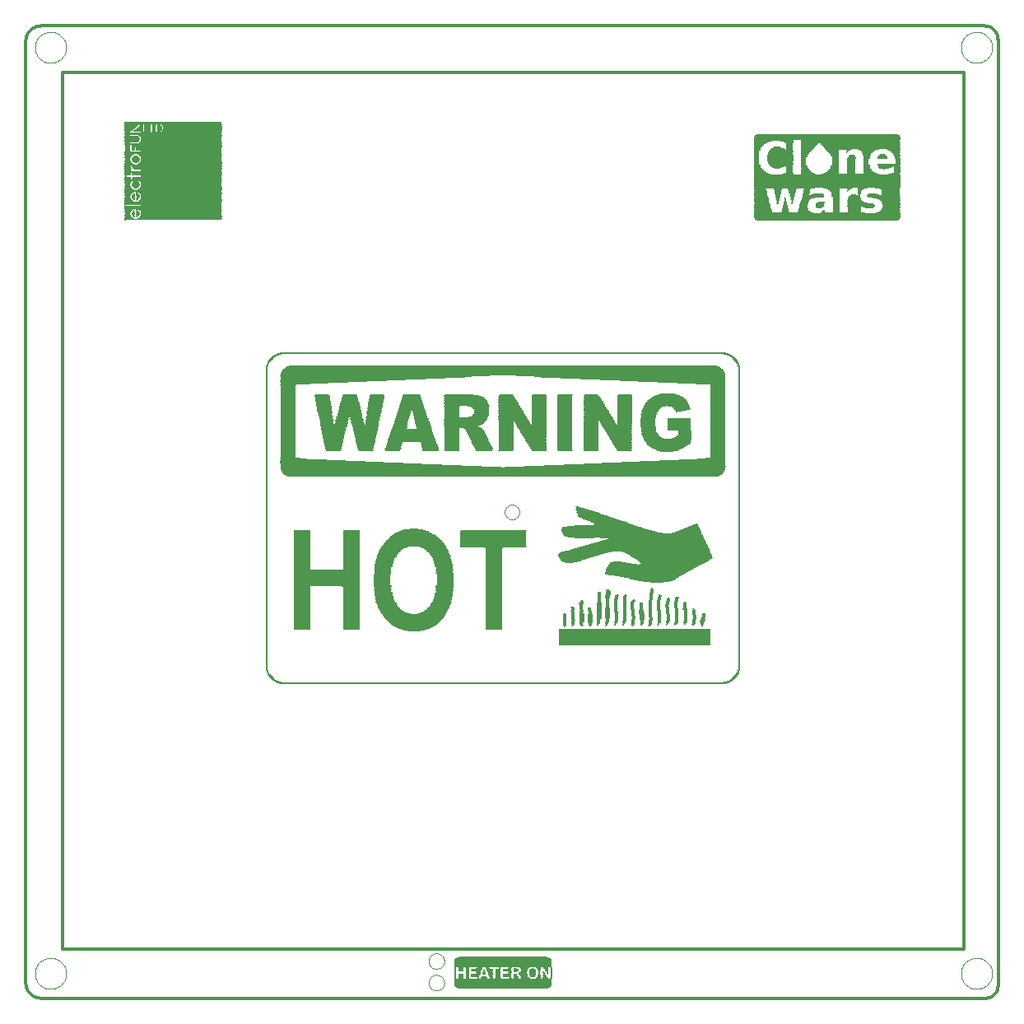
<source format=gto>
G75*
%MOIN*%
%OFA0B0*%
%FSLAX24Y24*%
%IPPOS*%
%LPD*%
%AMOC8*
5,1,8,0,0,1.08239X$1,22.5*
%
%ADD10C,0.0120*%
%ADD11C,0.0000*%
%ADD12R,1.8045X0.0017*%
%ADD13R,1.8132X0.0017*%
%ADD14R,1.8237X0.0017*%
%ADD15R,1.8306X0.0017*%
%ADD16R,0.0227X0.0017*%
%ADD17R,0.0244X0.0017*%
%ADD18R,0.0209X0.0017*%
%ADD19R,0.0227X0.0017*%
%ADD20R,0.0175X0.0017*%
%ADD21R,0.0174X0.0017*%
%ADD22R,0.0157X0.0017*%
%ADD23R,0.0175X0.0017*%
%ADD24R,0.0140X0.0017*%
%ADD25R,0.0157X0.0017*%
%ADD26R,0.0140X0.0017*%
%ADD27R,0.0140X0.0017*%
%ADD28R,0.0140X0.0017*%
%ADD29R,0.0122X0.0017*%
%ADD30R,0.0122X0.0017*%
%ADD31R,0.0122X0.0017*%
%ADD32R,0.0122X0.0017*%
%ADD33R,0.0105X0.0017*%
%ADD34R,0.0105X0.0017*%
%ADD35R,0.0105X0.0017*%
%ADD36R,0.0087X0.0017*%
%ADD37R,0.0087X0.0017*%
%ADD38R,0.0105X0.0017*%
%ADD39R,0.0087X0.0017*%
%ADD40R,0.0087X0.0017*%
%ADD41R,0.0105X0.0017*%
%ADD42R,0.0087X0.0017*%
%ADD43R,0.0087X0.0017*%
%ADD44R,0.0087X0.0017*%
%ADD45R,0.0105X0.0017*%
%ADD46R,0.0070X0.0017*%
%ADD47R,0.0070X0.0017*%
%ADD48R,0.0070X0.0017*%
%ADD49R,0.0070X0.0017*%
%ADD50R,0.6125X0.0017*%
%ADD51R,0.6143X0.0017*%
%ADD52R,0.6143X0.0017*%
%ADD53R,0.6143X0.0017*%
%ADD54R,0.6143X0.0017*%
%ADD55R,0.0297X0.0017*%
%ADD56R,0.0524X0.0017*%
%ADD57R,0.0768X0.0017*%
%ADD58R,0.0873X0.0017*%
%ADD59R,0.0646X0.0017*%
%ADD60R,0.0628X0.0017*%
%ADD61R,0.1012X0.0017*%
%ADD62R,0.0646X0.0017*%
%ADD63R,0.0663X0.0017*%
%ADD64R,0.1099X0.0017*%
%ADD65R,0.0681X0.0017*%
%ADD66R,0.0681X0.0017*%
%ADD67R,0.0663X0.0017*%
%ADD68R,0.1204X0.0017*%
%ADD69R,0.0681X0.0017*%
%ADD70R,0.0681X0.0017*%
%ADD71R,0.0663X0.0017*%
%ADD72R,0.1274X0.0017*%
%ADD73R,0.0681X0.0017*%
%ADD74R,0.1361X0.0017*%
%ADD75R,0.0681X0.0017*%
%ADD76R,0.1431X0.0017*%
%ADD77R,0.0681X0.0017*%
%ADD78R,0.0663X0.0017*%
%ADD79R,0.1501X0.0017*%
%ADD80R,0.0681X0.0017*%
%ADD81R,0.1553X0.0017*%
%ADD82R,0.0035X0.0017*%
%ADD83R,0.1623X0.0017*%
%ADD84R,0.0052X0.0017*%
%ADD85R,0.0035X0.0017*%
%ADD86R,0.1675X0.0017*%
%ADD87R,0.0052X0.0017*%
%ADD88R,0.0035X0.0017*%
%ADD89R,0.0017X0.0017*%
%ADD90R,0.1728X0.0017*%
%ADD91R,0.0052X0.0017*%
%ADD92R,0.0052X0.0017*%
%ADD93R,0.0035X0.0017*%
%ADD94R,0.1780X0.0017*%
%ADD95R,0.0105X0.0017*%
%ADD96R,0.0052X0.0017*%
%ADD97R,0.0017X0.0017*%
%ADD98R,0.0035X0.0017*%
%ADD99R,0.1815X0.0017*%
%ADD100R,0.0122X0.0017*%
%ADD101R,0.1850X0.0017*%
%ADD102R,0.1920X0.0017*%
%ADD103R,0.1955X0.0017*%
%ADD104R,0.0157X0.0017*%
%ADD105R,0.1989X0.0017*%
%ADD106R,0.0122X0.0017*%
%ADD107R,0.0157X0.0017*%
%ADD108R,0.2024X0.0017*%
%ADD109R,0.2059X0.0017*%
%ADD110R,0.0122X0.0017*%
%ADD111R,0.0174X0.0017*%
%ADD112R,0.0175X0.0017*%
%ADD113R,0.2094X0.0017*%
%ADD114R,0.0122X0.0017*%
%ADD115R,0.0174X0.0017*%
%ADD116R,0.0175X0.0017*%
%ADD117R,0.0140X0.0017*%
%ADD118R,0.0105X0.0017*%
%ADD119R,0.2129X0.0017*%
%ADD120R,0.0157X0.0017*%
%ADD121R,0.0157X0.0017*%
%ADD122R,0.2164X0.0017*%
%ADD123R,0.2199X0.0017*%
%ADD124R,0.0174X0.0017*%
%ADD125R,0.2234X0.0017*%
%ADD126R,0.2269X0.0017*%
%ADD127R,0.2304X0.0017*%
%ADD128R,0.2338X0.0017*%
%ADD129R,0.2356X0.0017*%
%ADD130R,0.0157X0.0017*%
%ADD131R,0.2391X0.0017*%
%ADD132R,0.2408X0.0017*%
%ADD133R,0.2443X0.0017*%
%ADD134R,0.2478X0.0017*%
%ADD135R,0.2478X0.0017*%
%ADD136R,0.2513X0.0017*%
%ADD137R,0.2548X0.0017*%
%ADD138R,0.2548X0.0017*%
%ADD139R,0.1169X0.0017*%
%ADD140R,0.1152X0.0017*%
%ADD141R,0.1117X0.0017*%
%ADD142R,0.1117X0.0017*%
%ADD143R,0.1047X0.0017*%
%ADD144R,0.1047X0.0017*%
%ADD145R,0.0157X0.0017*%
%ADD146R,0.1030X0.0017*%
%ADD147R,0.1030X0.0017*%
%ADD148R,0.0977X0.0017*%
%ADD149R,0.0995X0.0017*%
%ADD150R,0.0977X0.0017*%
%ADD151R,0.0960X0.0017*%
%ADD152R,0.0942X0.0017*%
%ADD153R,0.0925X0.0017*%
%ADD154R,0.0925X0.0017*%
%ADD155R,0.0907X0.0017*%
%ADD156R,0.0907X0.0017*%
%ADD157R,0.0890X0.0017*%
%ADD158R,0.0873X0.0017*%
%ADD159R,0.0873X0.0017*%
%ADD160R,0.0855X0.0017*%
%ADD161R,0.0855X0.0017*%
%ADD162R,0.0838X0.0017*%
%ADD163R,0.0838X0.0017*%
%ADD164R,0.0838X0.0017*%
%ADD165R,0.0838X0.0017*%
%ADD166R,0.0820X0.0017*%
%ADD167R,0.0820X0.0017*%
%ADD168R,0.0803X0.0017*%
%ADD169R,0.0803X0.0017*%
%ADD170R,0.0803X0.0017*%
%ADD171R,0.0803X0.0017*%
%ADD172R,0.0785X0.0017*%
%ADD173R,0.0785X0.0017*%
%ADD174R,0.0803X0.0017*%
%ADD175R,0.0785X0.0017*%
%ADD176R,0.0785X0.0017*%
%ADD177R,0.0768X0.0017*%
%ADD178R,0.0768X0.0017*%
%ADD179R,0.0768X0.0017*%
%ADD180R,0.0768X0.0017*%
%ADD181R,0.0768X0.0017*%
%ADD182R,0.0768X0.0017*%
%ADD183R,0.0750X0.0017*%
%ADD184R,0.0750X0.0017*%
%ADD185R,0.0750X0.0017*%
%ADD186R,0.0750X0.0017*%
%ADD187R,0.0733X0.0017*%
%ADD188R,0.0035X0.0017*%
%ADD189R,0.0733X0.0017*%
%ADD190R,0.0733X0.0017*%
%ADD191R,0.0733X0.0017*%
%ADD192R,0.0035X0.0017*%
%ADD193R,0.0716X0.0017*%
%ADD194R,0.0716X0.0017*%
%ADD195R,0.0715X0.0017*%
%ADD196R,0.0716X0.0017*%
%ADD197R,0.0715X0.0017*%
%ADD198R,0.0192X0.0017*%
%ADD199R,0.0716X0.0017*%
%ADD200R,0.0715X0.0017*%
%ADD201R,0.0192X0.0017*%
%ADD202R,0.0192X0.0017*%
%ADD203R,0.0698X0.0017*%
%ADD204R,0.0698X0.0017*%
%ADD205R,0.0698X0.0017*%
%ADD206R,0.0192X0.0017*%
%ADD207R,0.0698X0.0017*%
%ADD208R,0.0698X0.0017*%
%ADD209R,0.0192X0.0017*%
%ADD210R,0.0698X0.0017*%
%ADD211R,0.0698X0.0017*%
%ADD212R,0.0715X0.0017*%
%ADD213R,0.0698X0.0017*%
%ADD214R,0.0017X0.0017*%
%ADD215R,0.2670X0.0017*%
%ADD216R,0.2670X0.0017*%
%ADD217R,0.2670X0.0017*%
%ADD218R,0.2670X0.0017*%
%ADD219R,0.0558X0.0017*%
%ADD220R,0.1065X0.0017*%
%ADD221R,0.1187X0.0017*%
%ADD222R,0.1379X0.0017*%
%ADD223R,0.1483X0.0017*%
%ADD224R,0.1640X0.0017*%
%ADD225R,0.1745X0.0017*%
%ADD226R,0.1885X0.0017*%
%ADD227R,0.1955X0.0017*%
%ADD228R,0.2112X0.0017*%
%ADD229R,0.2181X0.0017*%
%ADD230R,0.2338X0.0017*%
%ADD231R,0.2408X0.0017*%
%ADD232R,0.2600X0.0017*%
%ADD233R,0.2688X0.0017*%
%ADD234R,0.2879X0.0017*%
%ADD235R,0.3019X0.0017*%
%ADD236R,0.3159X0.0017*%
%ADD237R,0.3176X0.0017*%
%ADD238R,0.3211X0.0017*%
%ADD239R,0.3246X0.0017*%
%ADD240R,0.3263X0.0017*%
%ADD241R,0.3298X0.0017*%
%ADD242R,0.3333X0.0017*%
%ADD243R,0.3351X0.0017*%
%ADD244R,0.3368X0.0017*%
%ADD245R,0.3403X0.0017*%
%ADD246R,0.3420X0.0017*%
%ADD247R,0.3438X0.0017*%
%ADD248R,0.3490X0.0017*%
%ADD249R,0.3508X0.0017*%
%ADD250R,0.3525X0.0017*%
%ADD251R,0.3543X0.0017*%
%ADD252R,0.3577X0.0017*%
%ADD253R,0.3612X0.0017*%
%ADD254R,0.3630X0.0017*%
%ADD255R,0.3630X0.0017*%
%ADD256R,0.3682X0.0017*%
%ADD257R,0.3682X0.0017*%
%ADD258R,0.3700X0.0017*%
%ADD259R,0.1134X0.0017*%
%ADD260R,0.2496X0.0017*%
%ADD261R,0.0942X0.0017*%
%ADD262R,0.2443X0.0017*%
%ADD263R,0.0855X0.0017*%
%ADD264R,0.2530X0.0017*%
%ADD265R,0.0646X0.0017*%
%ADD266R,0.2565X0.0017*%
%ADD267R,0.0332X0.0017*%
%ADD268R,0.0471X0.0017*%
%ADD269R,0.2635X0.0017*%
%ADD270R,0.0471X0.0017*%
%ADD271R,0.0332X0.0017*%
%ADD272R,0.0611X0.0017*%
%ADD273R,0.2740X0.0017*%
%ADD274R,0.2775X0.0017*%
%ADD275R,0.2862X0.0017*%
%ADD276R,0.2897X0.0017*%
%ADD277R,0.2984X0.0017*%
%ADD278R,0.1012X0.0017*%
%ADD279R,0.3019X0.0017*%
%ADD280R,0.1099X0.0017*%
%ADD281R,0.3106X0.0017*%
%ADD282R,0.0750X0.0017*%
%ADD283R,0.1134X0.0017*%
%ADD284R,0.3141X0.0017*%
%ADD285R,0.1222X0.0017*%
%ADD286R,0.3176X0.0017*%
%ADD287R,0.1291X0.0017*%
%ADD288R,0.3211X0.0017*%
%ADD289R,0.0750X0.0017*%
%ADD290R,0.1361X0.0017*%
%ADD291R,0.3211X0.0017*%
%ADD292R,0.1396X0.0017*%
%ADD293R,0.3246X0.0017*%
%ADD294R,0.1483X0.0017*%
%ADD295R,0.3246X0.0017*%
%ADD296R,0.1518X0.0017*%
%ADD297R,0.3263X0.0017*%
%ADD298R,0.1606X0.0017*%
%ADD299R,0.3298X0.0017*%
%ADD300R,0.1640X0.0017*%
%ADD301R,0.3316X0.0017*%
%ADD302R,0.1710X0.0017*%
%ADD303R,0.3351X0.0017*%
%ADD304R,0.3368X0.0017*%
%ADD305R,0.1815X0.0017*%
%ADD306R,0.3386X0.0017*%
%ADD307R,0.0803X0.0017*%
%ADD308R,0.0820X0.0017*%
%ADD309R,0.1867X0.0017*%
%ADD310R,0.0820X0.0017*%
%ADD311R,0.0803X0.0017*%
%ADD312R,0.1902X0.0017*%
%ADD313R,0.3438X0.0017*%
%ADD314R,0.0838X0.0017*%
%ADD315R,0.1937X0.0017*%
%ADD316R,0.3490X0.0017*%
%ADD317R,0.0838X0.0017*%
%ADD318R,0.0838X0.0017*%
%ADD319R,0.1972X0.0017*%
%ADD320R,0.3525X0.0017*%
%ADD321R,0.3665X0.0017*%
%ADD322R,0.5776X0.0017*%
%ADD323R,0.0873X0.0017*%
%ADD324R,0.0873X0.0017*%
%ADD325R,0.5637X0.0017*%
%ADD326R,0.0873X0.0017*%
%ADD327R,0.0890X0.0017*%
%ADD328R,0.5567X0.0017*%
%ADD329R,0.0907X0.0017*%
%ADD330R,0.5497X0.0017*%
%ADD331R,0.0907X0.0017*%
%ADD332R,0.0907X0.0017*%
%ADD333R,0.5445X0.0017*%
%ADD334R,0.0942X0.0017*%
%ADD335R,0.5375X0.0017*%
%ADD336R,0.0960X0.0017*%
%ADD337R,0.0942X0.0017*%
%ADD338R,0.5323X0.0017*%
%ADD339R,0.0995X0.0017*%
%ADD340R,0.5218X0.0017*%
%ADD341R,0.1012X0.0017*%
%ADD342R,0.5183X0.0017*%
%ADD343R,0.1082X0.0017*%
%ADD344R,0.2653X0.0017*%
%ADD345R,0.5113X0.0017*%
%ADD346R,0.1117X0.0017*%
%ADD347R,0.2653X0.0017*%
%ADD348R,0.5043X0.0017*%
%ADD349R,0.4974X0.0017*%
%ADD350R,0.4921X0.0017*%
%ADD351R,0.4834X0.0017*%
%ADD352R,0.4799X0.0017*%
%ADD353R,0.2461X0.0017*%
%ADD354R,0.4712X0.0017*%
%ADD355R,0.2443X0.0017*%
%ADD356R,0.2653X0.0017*%
%ADD357R,0.4642X0.0017*%
%ADD358R,0.2408X0.0017*%
%ADD359R,0.2653X0.0017*%
%ADD360R,0.4572X0.0017*%
%ADD361R,0.2373X0.0017*%
%ADD362R,0.4520X0.0017*%
%ADD363R,0.4433X0.0017*%
%ADD364R,0.2338X0.0017*%
%ADD365R,0.4398X0.0017*%
%ADD366R,0.4293X0.0017*%
%ADD367R,0.4241X0.0017*%
%ADD368R,0.4153X0.0017*%
%ADD369R,0.2199X0.0017*%
%ADD370R,0.4101X0.0017*%
%ADD371R,0.2164X0.0017*%
%ADD372R,0.3996X0.0017*%
%ADD373R,0.3944X0.0017*%
%ADD374R,0.2094X0.0017*%
%ADD375R,0.3874X0.0017*%
%ADD376R,0.2059X0.0017*%
%ADD377R,0.3874X0.0017*%
%ADD378R,0.3996X0.0017*%
%ADD379R,0.0820X0.0017*%
%ADD380R,0.4223X0.0017*%
%ADD381R,0.5462X0.0017*%
%ADD382R,0.1920X0.0017*%
%ADD383R,0.5497X0.0017*%
%ADD384R,0.1867X0.0017*%
%ADD385R,0.5532X0.0017*%
%ADD386R,0.1832X0.0017*%
%ADD387R,0.5602X0.0017*%
%ADD388R,0.5602X0.0017*%
%ADD389R,0.5619X0.0017*%
%ADD390R,0.1623X0.0017*%
%ADD391R,0.5619X0.0017*%
%ADD392R,0.1553X0.0017*%
%ADD393R,0.5619X0.0017*%
%ADD394R,0.1518X0.0017*%
%ADD395R,0.5619X0.0017*%
%ADD396R,0.1448X0.0017*%
%ADD397R,0.4066X0.0017*%
%ADD398R,0.1222X0.0017*%
%ADD399R,0.1379X0.0017*%
%ADD400R,0.3961X0.0017*%
%ADD401R,0.3839X0.0017*%
%ADD402R,0.1047X0.0017*%
%ADD403R,0.1222X0.0017*%
%ADD404R,0.3787X0.0017*%
%ADD405R,0.0995X0.0017*%
%ADD406R,0.1099X0.0017*%
%ADD407R,0.3700X0.0017*%
%ADD408R,0.0925X0.0017*%
%ADD409R,0.1030X0.0017*%
%ADD410R,0.2635X0.0017*%
%ADD411R,0.3647X0.0017*%
%ADD412R,0.0855X0.0017*%
%ADD413R,0.0890X0.0017*%
%ADD414R,0.3560X0.0017*%
%ADD415R,0.3525X0.0017*%
%ADD416R,0.0541X0.0017*%
%ADD417R,0.3438X0.0017*%
%ADD418R,0.0366X0.0017*%
%ADD419R,0.3420X0.0017*%
%ADD420R,0.3351X0.0017*%
%ADD421R,0.0611X0.0017*%
%ADD422R,0.3298X0.0017*%
%ADD423R,0.0593X0.0017*%
%ADD424R,0.3229X0.0017*%
%ADD425R,0.0541X0.0017*%
%ADD426R,0.3176X0.0017*%
%ADD427R,0.0489X0.0017*%
%ADD428R,0.3002X0.0017*%
%ADD429R,0.0419X0.0017*%
%ADD430R,0.0401X0.0017*%
%ADD431R,0.0332X0.0017*%
%ADD432R,0.2496X0.0017*%
%ADD433R,0.0297X0.0017*%
%ADD434R,0.1920X0.0017*%
%ADD435R,0.1588X0.0017*%
%ADD436R,0.1501X0.0017*%
%ADD437R,0.1466X0.0017*%
%ADD438R,0.1431X0.0017*%
%ADD439R,0.1414X0.0017*%
%ADD440R,0.1396X0.0017*%
%ADD441R,0.1379X0.0017*%
%ADD442R,0.1379X0.0017*%
%ADD443R,0.1361X0.0017*%
%ADD444R,0.1344X0.0017*%
%ADD445R,0.1344X0.0017*%
%ADD446R,0.1326X0.0017*%
%ADD447R,0.1309X0.0017*%
%ADD448R,0.1309X0.0017*%
%ADD449R,0.1291X0.0017*%
%ADD450R,0.1291X0.0017*%
%ADD451R,0.1274X0.0017*%
%ADD452R,0.1256X0.0017*%
%ADD453R,0.1239X0.0017*%
%ADD454R,0.1169X0.0017*%
%ADD455R,0.1030X0.0017*%
%ADD456R,0.0646X0.0017*%
%ADD457R,0.0436X0.0017*%
%ADD458R,0.0366X0.0017*%
%ADD459R,0.0332X0.0017*%
%ADD460R,0.0262X0.0017*%
%ADD461R,1.2390X0.0017*%
%ADD462R,0.4555X0.0017*%
%ADD463R,1.7451X0.0017*%
%ADD464R,1.7521X0.0017*%
%ADD465R,1.7608X0.0017*%
%ADD466R,1.7661X0.0017*%
%ADD467R,1.7713X0.0017*%
%ADD468R,1.7748X0.0017*%
%ADD469R,1.7800X0.0017*%
%ADD470R,1.7818X0.0017*%
%ADD471R,1.7853X0.0017*%
%ADD472R,1.7870X0.0017*%
%ADD473R,1.7888X0.0017*%
%ADD474R,1.7922X0.0017*%
%ADD475R,1.7940X0.0017*%
%ADD476R,1.7940X0.0017*%
%ADD477R,1.7957X0.0017*%
%ADD478R,1.7975X0.0017*%
%ADD479R,1.7975X0.0017*%
%ADD480R,1.7992X0.0017*%
%ADD481R,1.7992X0.0017*%
%ADD482R,0.8935X0.0017*%
%ADD483R,0.8935X0.0017*%
%ADD484R,0.8621X0.0017*%
%ADD485R,0.8621X0.0017*%
%ADD486R,0.8150X0.0017*%
%ADD487R,0.8150X0.0017*%
%ADD488R,0.7818X0.0017*%
%ADD489R,0.7836X0.0017*%
%ADD490R,0.7347X0.0017*%
%ADD491R,0.7330X0.0017*%
%ADD492R,0.7033X0.0017*%
%ADD493R,0.7033X0.0017*%
%ADD494R,0.6544X0.0017*%
%ADD495R,0.6562X0.0017*%
%ADD496R,0.6230X0.0017*%
%ADD497R,0.6230X0.0017*%
%ADD498R,0.5741X0.0017*%
%ADD499R,0.5741X0.0017*%
%ADD500R,0.5497X0.0017*%
%ADD501R,0.4974X0.0017*%
%ADD502R,0.4974X0.0017*%
%ADD503R,0.4171X0.0017*%
%ADD504R,0.4188X0.0017*%
%ADD505R,0.3927X0.0017*%
%ADD506R,0.3927X0.0017*%
%ADD507R,0.3438X0.0017*%
%ADD508R,0.3438X0.0017*%
%ADD509R,0.3141X0.0017*%
%ADD510R,0.3141X0.0017*%
%ADD511R,0.2635X0.0017*%
%ADD512R,0.2373X0.0017*%
%ADD513R,0.1850X0.0017*%
%ADD514R,0.1867X0.0017*%
%ADD515R,0.1536X0.0017*%
%ADD516R,0.1571X0.0017*%
%ADD517R,0.0646X0.0017*%
%ADD518R,0.0628X0.0017*%
%ADD519R,0.0628X0.0017*%
%ADD520R,0.0628X0.0017*%
%ADD521R,0.0628X0.0017*%
%ADD522R,0.0628X0.0017*%
%ADD523R,0.0628X0.0017*%
%ADD524R,0.0628X0.0017*%
%ADD525R,0.0558X0.0017*%
%ADD526R,0.0576X0.0017*%
%ADD527R,0.0611X0.0017*%
%ADD528R,0.0576X0.0017*%
%ADD529R,0.0646X0.0017*%
%ADD530R,0.0593X0.0017*%
%ADD531R,0.0611X0.0017*%
%ADD532R,0.1030X0.0017*%
%ADD533R,0.0646X0.0017*%
%ADD534R,0.0593X0.0017*%
%ADD535R,0.1187X0.0017*%
%ADD536R,0.0593X0.0017*%
%ADD537R,0.1239X0.0017*%
%ADD538R,0.1309X0.0017*%
%ADD539R,0.0611X0.0017*%
%ADD540R,0.0646X0.0017*%
%ADD541R,0.1466X0.0017*%
%ADD542R,0.1553X0.0017*%
%ADD543R,0.1606X0.0017*%
%ADD544R,0.1640X0.0017*%
%ADD545R,0.1693X0.0017*%
%ADD546R,0.0611X0.0017*%
%ADD547R,0.1728X0.0017*%
%ADD548R,0.1763X0.0017*%
%ADD549R,0.1798X0.0017*%
%ADD550R,0.0750X0.0017*%
%ADD551R,0.1832X0.0017*%
%ADD552R,0.1832X0.0017*%
%ADD553R,0.0785X0.0017*%
%ADD554R,0.1937X0.0017*%
%ADD555R,0.0785X0.0017*%
%ADD556R,0.1937X0.0017*%
%ADD557R,0.1885X0.0017*%
%ADD558R,0.1902X0.0017*%
%ADD559R,0.0820X0.0017*%
%ADD560R,0.1902X0.0017*%
%ADD561R,0.0820X0.0017*%
%ADD562R,0.1885X0.0017*%
%ADD563R,0.0873X0.0017*%
%ADD564R,0.1867X0.0017*%
%ADD565R,0.0855X0.0017*%
%ADD566R,0.0907X0.0017*%
%ADD567R,0.0890X0.0017*%
%ADD568R,0.1832X0.0017*%
%ADD569R,0.0873X0.0017*%
%ADD570R,0.0942X0.0017*%
%ADD571R,0.1797X0.0017*%
%ADD572R,0.0942X0.0017*%
%ADD573R,0.0576X0.0017*%
%ADD574R,0.1780X0.0017*%
%ADD575R,0.0960X0.0017*%
%ADD576R,0.0541X0.0017*%
%ADD577R,0.1780X0.0017*%
%ADD578R,0.0960X0.0017*%
%ADD579R,0.0541X0.0017*%
%ADD580R,0.0890X0.0017*%
%ADD581R,0.1780X0.0017*%
%ADD582R,0.0977X0.0017*%
%ADD583R,0.0907X0.0017*%
%ADD584R,0.1763X0.0017*%
%ADD585R,0.0995X0.0017*%
%ADD586R,0.0907X0.0017*%
%ADD587R,0.1745X0.0017*%
%ADD588R,0.0925X0.0017*%
%ADD589R,0.1728X0.0017*%
%ADD590R,0.1012X0.0017*%
%ADD591R,0.1030X0.0017*%
%ADD592R,0.1012X0.0017*%
%ADD593R,0.1710X0.0017*%
%ADD594R,0.1710X0.0017*%
%ADD595R,0.1693X0.0017*%
%ADD596R,0.1065X0.0017*%
%ADD597R,0.1047X0.0017*%
%ADD598R,0.1065X0.0017*%
%ADD599R,0.1658X0.0017*%
%ADD600R,0.1082X0.0017*%
%ADD601R,0.1065X0.0017*%
%ADD602R,0.0977X0.0017*%
%ADD603R,0.1658X0.0017*%
%ADD604R,0.1082X0.0017*%
%ADD605R,0.0558X0.0017*%
%ADD606R,0.1099X0.0017*%
%ADD607R,0.1623X0.0017*%
%ADD608R,0.0960X0.0017*%
%ADD609R,0.0576X0.0017*%
%ADD610R,0.1117X0.0017*%
%ADD611R,0.0960X0.0017*%
%ADD612R,0.1012X0.0017*%
%ADD613R,0.1483X0.0017*%
%ADD614R,0.1152X0.0017*%
%ADD615R,0.1134X0.0017*%
%ADD616R,0.1030X0.0017*%
%ADD617R,0.0576X0.0017*%
%ADD618R,0.1466X0.0017*%
%ADD619R,0.1169X0.0017*%
%ADD620R,0.1152X0.0017*%
%ADD621R,0.1047X0.0017*%
%ADD622R,0.0576X0.0017*%
%ADD623R,0.1169X0.0017*%
%ADD624R,0.0576X0.0017*%
%ADD625R,0.1187X0.0017*%
%ADD626R,0.1204X0.0017*%
%ADD627R,0.1204X0.0017*%
%ADD628R,0.0558X0.0017*%
%ADD629R,0.0576X0.0017*%
%ADD630R,0.1431X0.0017*%
%ADD631R,0.1204X0.0017*%
%ADD632R,0.1204X0.0017*%
%ADD633R,0.1082X0.0017*%
%ADD634R,0.1082X0.0017*%
%ADD635R,0.0558X0.0017*%
%ADD636R,0.0506X0.0017*%
%ADD637R,0.0489X0.0017*%
%ADD638R,0.0558X0.0017*%
%ADD639R,0.0506X0.0017*%
%ADD640R,0.0506X0.0017*%
%ADD641R,0.1536X0.0017*%
%ADD642R,0.0506X0.0017*%
%ADD643R,0.1588X0.0017*%
%ADD644R,0.1606X0.0017*%
%ADD645R,0.0489X0.0017*%
%ADD646R,0.0506X0.0017*%
%ADD647R,0.0611X0.0017*%
%ADD648R,0.0558X0.0017*%
%ADD649R,0.0489X0.0017*%
%ADD650R,0.0506X0.0017*%
%ADD651R,0.0558X0.0017*%
%ADD652R,0.0489X0.0017*%
%ADD653R,0.0489X0.0017*%
%ADD654R,0.1675X0.0017*%
%ADD655R,0.1693X0.0017*%
%ADD656R,0.1222X0.0017*%
%ADD657R,0.1187X0.0017*%
%ADD658R,0.0506X0.0017*%
%ADD659R,0.1745X0.0017*%
%ADD660R,0.0489X0.0017*%
%ADD661R,0.0506X0.0017*%
%ADD662R,0.1745X0.0017*%
%ADD663R,0.1763X0.0017*%
%ADD664R,0.1763X0.0017*%
%ADD665R,0.1152X0.0017*%
%ADD666R,0.1134X0.0017*%
%ADD667R,0.1152X0.0017*%
%ADD668R,0.1099X0.0017*%
%ADD669R,0.0524X0.0017*%
%ADD670R,0.1082X0.0017*%
%ADD671R,0.0977X0.0017*%
%ADD672R,0.1012X0.0017*%
%ADD673R,0.0524X0.0017*%
%ADD674R,0.0524X0.0017*%
%ADD675R,0.0227X0.0017*%
%ADD676R,0.0279X0.0017*%
%ADD677R,0.0419X0.0017*%
%ADD678R,0.1082X0.0017*%
%ADD679R,0.0890X0.0017*%
%ADD680R,0.1082X0.0017*%
%ADD681R,0.0942X0.0017*%
%ADD682R,0.1030X0.0017*%
%ADD683R,0.0820X0.0017*%
%ADD684R,0.1797X0.0017*%
%ADD685R,0.0838X0.0017*%
%ADD686R,0.1797X0.0017*%
%ADD687R,0.1780X0.0017*%
%ADD688R,0.0768X0.0017*%
%ADD689R,0.0925X0.0017*%
%ADD690R,0.0803X0.0017*%
%ADD691R,0.1710X0.0017*%
%ADD692R,0.0890X0.0017*%
%ADD693R,0.1675X0.0017*%
%ADD694R,0.1745X0.0017*%
%ADD695R,0.1640X0.0017*%
%ADD696R,0.1623X0.0017*%
%ADD697R,0.0733X0.0017*%
%ADD698R,0.1588X0.0017*%
%ADD699R,0.1728X0.0017*%
%ADD700R,0.0733X0.0017*%
%ADD701R,0.1571X0.0017*%
%ADD702R,0.1710X0.0017*%
%ADD703R,0.1536X0.0017*%
%ADD704R,0.1693X0.0017*%
%ADD705R,0.1518X0.0017*%
%ADD706R,0.1431X0.0017*%
%ADD707R,0.1396X0.0017*%
%ADD708R,0.1623X0.0017*%
%ADD709R,0.1361X0.0017*%
%ADD710R,0.1606X0.0017*%
%ADD711R,0.1291X0.0017*%
%ADD712R,0.1588X0.0017*%
%ADD713R,0.1256X0.0017*%
%ADD714R,0.1553X0.0017*%
%ADD715R,0.1466X0.0017*%
%ADD716R,0.1431X0.0017*%
%ADD717R,0.0611X0.0017*%
%ADD718R,0.0366X0.0017*%
%ADD719R,0.1204X0.0017*%
%ADD720R,0.1204X0.0017*%
%ADD721R,0.1448X0.0017*%
%ADD722R,0.1937X0.0017*%
%ADD723R,0.2251X0.0017*%
%ADD724R,0.2740X0.0017*%
%ADD725R,0.3036X0.0017*%
%ADD726R,0.3054X0.0017*%
%ADD727R,0.3508X0.0017*%
%ADD728R,0.3508X0.0017*%
%ADD729R,0.3822X0.0017*%
%ADD730R,0.3822X0.0017*%
%ADD731R,0.4310X0.0017*%
%ADD732R,0.4276X0.0017*%
%ADD733R,0.4625X0.0017*%
%ADD734R,0.4607X0.0017*%
%ADD735R,0.5096X0.0017*%
%ADD736R,0.5061X0.0017*%
%ADD737R,0.5410X0.0017*%
%ADD738R,0.5375X0.0017*%
%ADD739R,0.5881X0.0017*%
%ADD740R,0.5881X0.0017*%
%ADD741R,0.6195X0.0017*%
%ADD742R,0.6160X0.0017*%
%ADD743R,0.6666X0.0017*%
%ADD744R,0.6666X0.0017*%
%ADD745R,0.6946X0.0017*%
%ADD746R,0.6963X0.0017*%
%ADD747R,0.7452X0.0017*%
%ADD748R,0.7452X0.0017*%
%ADD749R,0.7766X0.0017*%
%ADD750R,0.7731X0.0017*%
%ADD751R,0.8237X0.0017*%
%ADD752R,0.8481X0.0017*%
%ADD753R,0.8499X0.0017*%
%ADD754R,1.8010X0.0017*%
%ADD755R,1.8010X0.0017*%
%ADD756R,1.7992X0.0017*%
%ADD757R,1.7975X0.0017*%
%ADD758R,1.7940X0.0017*%
%ADD759R,1.7905X0.0017*%
%ADD760R,1.7870X0.0017*%
%ADD761R,1.7835X0.0017*%
%ADD762R,1.7800X0.0017*%
%ADD763R,1.7783X0.0017*%
%ADD764R,1.7696X0.0017*%
%ADD765R,1.7591X0.0017*%
%ADD766R,1.7521X0.0017*%
%ADD767R,1.7416X0.0017*%
%ADD768R,1.7312X0.0017*%
%ADD769R,0.0209X0.0017*%
%ADD770R,0.0244X0.0017*%
%ADD771R,1.8289X0.0017*%
%ADD772R,1.8219X0.0017*%
%ADD773R,1.8097X0.0017*%
%ADD774R,0.0173X0.0043*%
%ADD775R,0.0519X0.0043*%
%ADD776R,0.0649X0.0043*%
%ADD777R,0.0735X0.0043*%
%ADD778R,0.0303X0.0043*%
%ADD779R,0.0260X0.0043*%
%ADD780R,0.0173X0.0043*%
%ADD781R,0.0130X0.0043*%
%ADD782R,0.0216X0.0043*%
%ADD783R,0.0087X0.0043*%
%ADD784R,0.0043X0.0043*%
%ADD785R,0.0130X0.0043*%
%ADD786R,0.0130X0.0043*%
%ADD787R,0.0086X0.0043*%
%ADD788R,0.0216X0.0043*%
%ADD789R,0.0216X0.0043*%
%ADD790R,0.0260X0.0043*%
%ADD791R,0.0606X0.0043*%
%ADD792R,0.0476X0.0043*%
%ADD793R,0.0433X0.0043*%
%ADD794R,0.0389X0.0043*%
%ADD795R,0.0822X0.0043*%
%ADD796R,0.0909X0.0043*%
%ADD797R,0.0692X0.0043*%
%ADD798R,0.0303X0.0043*%
%ADD799R,0.0779X0.0043*%
%ADD800R,0.0649X0.0043*%
%ADD801R,0.0519X0.0043*%
%ADD802R,0.0606X0.0043*%
%ADD803R,0.0865X0.0043*%
%ADD804R,0.0346X0.0043*%
%ADD805R,0.0692X0.0043*%
%ADD806R,0.0346X0.0043*%
%ADD807R,0.0260X0.0043*%
%ADD808R,0.0216X0.0043*%
%ADD809R,0.0303X0.0043*%
%ADD810R,0.0995X0.0043*%
%ADD811R,0.0303X0.0043*%
%ADD812R,0.0086X0.0043*%
%ADD813R,0.0087X0.0043*%
%ADD814R,0.0389X0.0043*%
%ADD815R,0.0260X0.0043*%
%ADD816R,0.0865X0.0043*%
%ADD817R,0.0952X0.0043*%
%ADD818R,0.0909X0.0043*%
%ADD819R,0.0822X0.0043*%
%ADD820R,0.0346X0.0043*%
%ADD821R,0.0995X0.0043*%
%ADD822R,0.0043X0.0043*%
%ADD823R,0.0433X0.0043*%
%ADD824R,0.0519X0.0043*%
%ADD825R,0.0476X0.0043*%
%ADD826R,0.0562X0.0043*%
%ADD827R,0.0562X0.0043*%
%ADD828R,0.0822X0.0043*%
%ADD829R,0.0519X0.0043*%
%ADD830R,0.0130X0.0043*%
%ADD831R,0.0909X0.0043*%
%ADD832R,0.0649X0.0043*%
%ADD833R,0.0606X0.0043*%
%ADD834R,0.1168X0.0043*%
%ADD835R,0.0606X0.0043*%
%ADD836R,0.0562X0.0043*%
%ADD837R,0.0562X0.0043*%
%ADD838R,0.0476X0.0043*%
%ADD839R,0.0389X0.0043*%
%ADD840R,0.0736X0.0043*%
%ADD841R,0.0043X0.0043*%
%ADD842R,0.0043X0.0043*%
%ADD843R,0.0173X0.0043*%
%ADD844R,0.0173X0.0043*%
%ADD845R,0.0389X0.0043*%
%ADD846R,0.0779X0.0043*%
%ADD847R,0.0433X0.0043*%
%ADD848R,0.0130X0.0043*%
%ADD849R,0.0735X0.0043*%
%ADD850R,0.0736X0.0043*%
%ADD851R,0.0952X0.0043*%
%ADD852R,0.1038X0.0043*%
%ADD853R,0.1038X0.0043*%
%ADD854R,0.0041X0.0014*%
%ADD855R,0.3923X0.0014*%
%ADD856R,0.3923X0.0014*%
%ADD857R,0.0385X0.0014*%
%ADD858R,0.3428X0.0014*%
%ADD859R,0.0344X0.0014*%
%ADD860R,0.3386X0.0014*%
%ADD861R,0.0317X0.0014*%
%ADD862R,0.3373X0.0014*%
%ADD863R,0.0303X0.0014*%
%ADD864R,0.3345X0.0014*%
%ADD865R,0.0289X0.0014*%
%ADD866R,0.3331X0.0014*%
%ADD867R,0.0275X0.0014*%
%ADD868R,0.0014X0.0014*%
%ADD869R,0.3318X0.0014*%
%ADD870R,0.0262X0.0014*%
%ADD871R,0.0041X0.0014*%
%ADD872R,0.3304X0.0014*%
%ADD873R,0.0248X0.0014*%
%ADD874R,0.0055X0.0014*%
%ADD875R,0.0069X0.0014*%
%ADD876R,0.3304X0.0014*%
%ADD877R,0.0248X0.0014*%
%ADD878R,0.0069X0.0014*%
%ADD879R,0.0083X0.0014*%
%ADD880R,0.3290X0.0014*%
%ADD881R,0.0234X0.0014*%
%ADD882R,0.0083X0.0014*%
%ADD883R,0.0096X0.0014*%
%ADD884R,0.3290X0.0014*%
%ADD885R,0.0234X0.0014*%
%ADD886R,0.0096X0.0014*%
%ADD887R,0.0110X0.0014*%
%ADD888R,0.3276X0.0014*%
%ADD889R,0.0096X0.0014*%
%ADD890R,0.0110X0.0014*%
%ADD891R,0.3276X0.0014*%
%ADD892R,0.0220X0.0014*%
%ADD893R,0.0110X0.0014*%
%ADD894R,0.0110X0.0014*%
%ADD895R,0.3276X0.0014*%
%ADD896R,0.0220X0.0014*%
%ADD897R,0.0110X0.0014*%
%ADD898R,0.0124X0.0014*%
%ADD899R,0.0220X0.0014*%
%ADD900R,0.0110X0.0014*%
%ADD901R,0.0124X0.0014*%
%ADD902R,0.3262X0.0014*%
%ADD903R,0.3262X0.0014*%
%ADD904R,0.0124X0.0014*%
%ADD905R,0.3262X0.0014*%
%ADD906R,0.0220X0.0014*%
%ADD907R,0.0110X0.0014*%
%ADD908R,0.0124X0.0014*%
%ADD909R,0.3276X0.0014*%
%ADD910R,0.0262X0.0014*%
%ADD911R,0.0041X0.0014*%
%ADD912R,0.0262X0.0014*%
%ADD913R,0.0014X0.0014*%
%ADD914R,0.0055X0.0014*%
%ADD915R,0.3304X0.0014*%
%ADD916R,0.0055X0.0014*%
%ADD917R,0.0289X0.0014*%
%ADD918R,0.0055X0.0014*%
%ADD919R,0.3331X0.0014*%
%ADD920R,0.0317X0.0014*%
%ADD921R,0.3345X0.0014*%
%ADD922R,0.0344X0.0014*%
%ADD923R,0.3455X0.0014*%
%ADD924R,0.0385X0.0014*%
%ADD925R,0.3469X0.0014*%
%ADD926R,0.3923X0.0014*%
%ADD927R,0.0028X0.0014*%
%ADD928R,0.3290X0.0014*%
%ADD929R,0.0014X0.0014*%
%ADD930R,0.0014X0.0014*%
%ADD931R,0.0014X0.0014*%
%ADD932R,0.0028X0.0014*%
%ADD933R,0.3923X0.0014*%
%ADD934R,0.0096X0.0014*%
%ADD935R,0.0234X0.0014*%
%ADD936R,0.0096X0.0014*%
%ADD937R,0.0234X0.0014*%
%ADD938R,0.0096X0.0014*%
%ADD939R,0.0110X0.0014*%
%ADD940R,0.0096X0.0014*%
%ADD941R,0.0248X0.0014*%
%ADD942R,0.0069X0.0014*%
%ADD943R,0.0041X0.0014*%
%ADD944R,0.0083X0.0014*%
%ADD945R,0.3290X0.0014*%
%ADD946R,0.3304X0.0014*%
%ADD947R,0.0275X0.0014*%
%ADD948R,0.3318X0.0014*%
%ADD949R,0.0289X0.0014*%
%ADD950R,0.3331X0.0014*%
%ADD951R,0.0317X0.0014*%
%ADD952R,0.3345X0.0014*%
%ADD953R,0.3455X0.0014*%
%ADD954R,0.0385X0.0014*%
%ADD955R,0.3469X0.0014*%
%ADD956R,0.3428X0.0014*%
%ADD957R,0.3373X0.0014*%
%ADD958R,0.0275X0.0014*%
%ADD959R,0.3318X0.0014*%
%ADD960R,0.0138X0.0014*%
%ADD961R,0.0179X0.0014*%
%ADD962R,0.0248X0.0014*%
%ADD963R,0.0220X0.0014*%
%ADD964R,0.0248X0.0014*%
%ADD965R,0.0289X0.0014*%
%ADD966R,0.0303X0.0014*%
%ADD967R,0.0303X0.0014*%
%ADD968R,0.0303X0.0014*%
%ADD969R,0.3262X0.0014*%
%ADD970R,0.0206X0.0014*%
%ADD971R,0.0179X0.0014*%
%ADD972R,0.0262X0.0014*%
%ADD973R,0.0165X0.0014*%
%ADD974R,0.0165X0.0014*%
%ADD975R,0.3634X0.0014*%
%ADD976R,0.3620X0.0014*%
%ADD977R,0.3620X0.0014*%
%ADD978R,0.3620X0.0014*%
%ADD979R,0.3620X0.0014*%
%ADD980R,0.3634X0.0014*%
%ADD981R,0.3648X0.0014*%
%ADD982R,0.3510X0.0014*%
%ADD983R,0.3552X0.0014*%
%ADD984R,0.3579X0.0014*%
%ADD985R,0.3593X0.0014*%
%ADD986R,0.3607X0.0014*%
%ADD987R,0.3634X0.0014*%
%ADD988R,0.3662X0.0014*%
%ADD989R,0.0385X0.0014*%
%ADD990R,0.3428X0.0014*%
%ADD991R,0.3386X0.0014*%
%ADD992R,0.0317X0.0014*%
%ADD993R,0.3373X0.0014*%
%ADD994R,0.0303X0.0014*%
%ADD995R,0.0069X0.0014*%
%ADD996R,0.0138X0.0014*%
%ADD997R,0.0193X0.0014*%
%ADD998R,0.0220X0.0014*%
%ADD999R,0.0248X0.0014*%
%ADD1000R,0.0289X0.0014*%
%ADD1001R,0.0303X0.0014*%
%ADD1002R,0.0165X0.0014*%
%ADD1003R,0.3359X0.0014*%
%ADD1004R,0.0330X0.0014*%
%ADD1005R,0.0372X0.0014*%
%ADD1006R,0.3414X0.0014*%
%ADD1007R,0.3469X0.0014*%
%ADD1008R,0.3469X0.0014*%
%ADD1009R,0.0138X0.0014*%
%ADD1010R,0.3483X0.0014*%
%ADD1011R,0.3648X0.0014*%
%ADD1012R,0.3648X0.0014*%
%ADD1013R,0.3648X0.0014*%
%ADD1014R,0.3414X0.0014*%
%ADD1015R,0.0509X0.0014*%
%ADD1016R,0.0537X0.0014*%
%ADD1017R,0.0564X0.0014*%
%ADD1018R,0.0578X0.0014*%
%ADD1019R,0.0578X0.0014*%
%ADD1020R,0.0592X0.0014*%
%ADD1021R,0.0592X0.0014*%
%ADD1022R,0.0592X0.0014*%
%ADD1023R,0.0606X0.0014*%
%ADD1024R,0.0606X0.0014*%
%ADD1025R,0.0606X0.0014*%
%ADD1026R,0.0578X0.0014*%
%ADD1027R,0.0537X0.0014*%
%ADD1028R,0.0427X0.0014*%
%ADD1029R,0.2836X0.0014*%
%ADD1030R,0.2464X0.0014*%
%ADD1031R,0.0151X0.0014*%
%ADD1032R,0.2450X0.0014*%
%ADD1033R,0.0151X0.0014*%
%ADD1034R,0.2423X0.0014*%
%ADD1035R,0.0399X0.0014*%
%ADD1036R,0.0151X0.0014*%
%ADD1037R,0.0124X0.0014*%
%ADD1038R,0.2409X0.0014*%
%ADD1039R,0.2395X0.0014*%
%ADD1040R,0.0372X0.0014*%
%ADD1041R,0.0275X0.0014*%
%ADD1042R,0.0165X0.0014*%
%ADD1043R,0.2381X0.0014*%
%ADD1044R,0.0179X0.0014*%
%ADD1045R,0.2381X0.0014*%
%ADD1046R,0.0330X0.0014*%
%ADD1047R,0.0193X0.0014*%
%ADD1048R,0.2368X0.0014*%
%ADD1049R,0.0358X0.0014*%
%ADD1050R,0.0151X0.0014*%
%ADD1051R,0.0193X0.0014*%
%ADD1052R,0.2368X0.0014*%
%ADD1053R,0.0372X0.0014*%
%ADD1054R,0.0289X0.0014*%
%ADD1055R,0.0206X0.0014*%
%ADD1056R,0.2368X0.0014*%
%ADD1057R,0.0413X0.0014*%
%ADD1058R,0.0206X0.0014*%
%ADD1059R,0.2368X0.0014*%
%ADD1060R,0.0427X0.0014*%
%ADD1061R,0.0441X0.0014*%
%ADD1062R,0.0206X0.0014*%
%ADD1063R,0.0468X0.0014*%
%ADD1064R,0.0482X0.0014*%
%ADD1065R,0.0496X0.0014*%
%ADD1066R,0.0193X0.0014*%
%ADD1067R,0.0523X0.0014*%
%ADD1068R,0.2381X0.0014*%
%ADD1069R,0.0537X0.0014*%
%ADD1070R,0.0138X0.0014*%
%ADD1071R,0.0179X0.0014*%
%ADD1072R,0.2381X0.0014*%
%ADD1073R,0.0551X0.0014*%
%ADD1074R,0.0165X0.0014*%
%ADD1075R,0.2395X0.0014*%
%ADD1076R,0.0165X0.0014*%
%ADD1077R,0.0124X0.0014*%
%ADD1078R,0.2409X0.0014*%
%ADD1079R,0.0757X0.0014*%
%ADD1080R,0.2450X0.0014*%
%ADD1081R,0.0757X0.0014*%
%ADD1082R,0.2478X0.0014*%
%ADD1083R,0.0771X0.0014*%
%ADD1084R,0.3152X0.0014*%
%ADD1085R,0.3937X0.0014*%
%ADD1086R,0.3937X0.0014*%
%ADD1087R,0.3937X0.0014*%
%ADD1088R,0.5702X0.0017*%
%ADD1089R,0.5804X0.0017*%
%ADD1090R,0.5838X0.0017*%
%ADD1091R,0.5872X0.0017*%
%ADD1092R,0.5872X0.0017*%
%ADD1093R,0.5906X0.0017*%
%ADD1094R,0.5906X0.0017*%
%ADD1095R,0.5906X0.0017*%
%ADD1096R,0.2444X0.0017*%
%ADD1097R,0.2036X0.0017*%
%ADD1098R,0.1069X0.0017*%
%ADD1099R,0.2376X0.0017*%
%ADD1100R,0.1833X0.0017*%
%ADD1101R,0.0967X0.0017*%
%ADD1102R,0.0730X0.0017*%
%ADD1103R,0.0322X0.0017*%
%ADD1104R,0.0577X0.0017*%
%ADD1105R,0.0136X0.0017*%
%ADD1106R,0.0289X0.0017*%
%ADD1107R,0.0628X0.0017*%
%ADD1108R,0.0899X0.0017*%
%ADD1109R,0.0543X0.0017*%
%ADD1110R,0.0102X0.0017*%
%ADD1111R,0.0560X0.0017*%
%ADD1112R,0.0865X0.0017*%
%ADD1113R,0.0713X0.0017*%
%ADD1114R,0.0305X0.0017*%
%ADD1115R,0.0492X0.0017*%
%ADD1116R,0.0085X0.0017*%
%ADD1117R,0.0289X0.0017*%
%ADD1118R,0.0526X0.0017*%
%ADD1119R,0.0831X0.0017*%
%ADD1120R,0.0713X0.0017*%
%ADD1121R,0.0288X0.0017*%
%ADD1122R,0.0475X0.0017*%
%ADD1123R,0.0068X0.0017*%
%ADD1124R,0.0526X0.0017*%
%ADD1125R,0.0815X0.0017*%
%ADD1126R,0.0458X0.0017*%
%ADD1127R,0.0034X0.0017*%
%ADD1128R,0.0798X0.0017*%
%ADD1129R,0.0713X0.0017*%
%ADD1130R,0.0288X0.0017*%
%ADD1131R,0.0424X0.0017*%
%ADD1132R,0.0034X0.0017*%
%ADD1133R,0.0289X0.0017*%
%ADD1134R,0.0526X0.0017*%
%ADD1135R,0.0781X0.0017*%
%ADD1136R,0.0696X0.0017*%
%ADD1137R,0.0271X0.0017*%
%ADD1138R,0.0407X0.0017*%
%ADD1139R,0.0017X0.0017*%
%ADD1140R,0.0764X0.0017*%
%ADD1141R,0.0255X0.0017*%
%ADD1142R,0.0747X0.0017*%
%ADD1143R,0.0696X0.0017*%
%ADD1144R,0.0255X0.0017*%
%ADD1145R,0.0390X0.0017*%
%ADD1146R,0.0730X0.0017*%
%ADD1147R,0.0373X0.0017*%
%ADD1148R,0.0730X0.0017*%
%ADD1149R,0.0679X0.0017*%
%ADD1150R,0.0238X0.0017*%
%ADD1151R,0.0356X0.0017*%
%ADD1152R,0.0679X0.0017*%
%ADD1153R,0.0221X0.0017*%
%ADD1154R,0.0356X0.0017*%
%ADD1155R,0.0102X0.0017*%
%ADD1156R,0.0170X0.0017*%
%ADD1157R,0.0713X0.0017*%
%ADD1158R,0.0221X0.0017*%
%ADD1159R,0.0187X0.0017*%
%ADD1160R,0.0713X0.0017*%
%ADD1161R,0.0339X0.0017*%
%ADD1162R,0.0238X0.0017*%
%ADD1163R,0.0424X0.0017*%
%ADD1164R,0.0662X0.0017*%
%ADD1165R,0.0204X0.0017*%
%ADD1166R,0.0322X0.0017*%
%ADD1167R,0.0492X0.0017*%
%ADD1168R,0.0696X0.0017*%
%ADD1169R,0.0662X0.0017*%
%ADD1170R,0.0187X0.0017*%
%ADD1171R,0.0322X0.0017*%
%ADD1172R,0.1103X0.0017*%
%ADD1173R,0.0696X0.0017*%
%ADD1174R,0.0645X0.0017*%
%ADD1175R,0.0305X0.0017*%
%ADD1176R,0.1103X0.0017*%
%ADD1177R,0.0170X0.0017*%
%ADD1178R,0.0645X0.0017*%
%ADD1179R,0.0153X0.0017*%
%ADD1180R,0.0305X0.0017*%
%ADD1181R,0.0339X0.0017*%
%ADD1182R,0.1086X0.0017*%
%ADD1183R,0.0713X0.0017*%
%ADD1184R,0.0153X0.0017*%
%ADD1185R,0.0339X0.0017*%
%ADD1186R,0.0628X0.0017*%
%ADD1187R,0.1035X0.0017*%
%ADD1188R,0.0628X0.0017*%
%ADD1189R,0.0034X0.0017*%
%ADD1190R,0.0136X0.0017*%
%ADD1191R,0.0305X0.0017*%
%ADD1192R,0.0322X0.0017*%
%ADD1193R,0.0916X0.0017*%
%ADD1194R,0.0119X0.0017*%
%ADD1195R,0.0305X0.0017*%
%ADD1196R,0.0815X0.0017*%
%ADD1197R,0.0747X0.0017*%
%ADD1198R,0.0611X0.0017*%
%ADD1199R,0.0051X0.0017*%
%ADD1200R,0.0119X0.0017*%
%ADD1201R,0.0611X0.0017*%
%ADD1202R,0.0051X0.0017*%
%ADD1203R,0.0645X0.0017*%
%ADD1204R,0.0085X0.0017*%
%ADD1205R,0.0068X0.0017*%
%ADD1206R,0.0594X0.0017*%
%ADD1207R,0.0764X0.0017*%
%ADD1208R,0.0594X0.0017*%
%ADD1209R,0.0781X0.0017*%
%ADD1210R,0.0102X0.0017*%
%ADD1211R,0.0339X0.0017*%
%ADD1212R,0.0594X0.0017*%
%ADD1213R,0.0102X0.0017*%
%ADD1214R,0.0560X0.0017*%
%ADD1215R,0.0815X0.0017*%
%ADD1216R,0.0848X0.0017*%
%ADD1217R,0.0577X0.0017*%
%ADD1218R,0.0119X0.0017*%
%ADD1219R,0.0390X0.0017*%
%ADD1220R,0.0882X0.0017*%
%ADD1221R,0.0577X0.0017*%
%ADD1222R,0.0136X0.0017*%
%ADD1223R,0.0051X0.0017*%
%ADD1224R,0.0119X0.0017*%
%ADD1225R,0.0407X0.0017*%
%ADD1226R,0.0509X0.0017*%
%ADD1227R,0.0933X0.0017*%
%ADD1228R,0.0136X0.0017*%
%ADD1229R,0.0509X0.0017*%
%ADD1230R,0.1001X0.0017*%
%ADD1231R,0.0560X0.0017*%
%ADD1232R,0.0560X0.0017*%
%ADD1233R,0.0136X0.0017*%
%ADD1234R,0.0017X0.0017*%
%ADD1235R,0.0153X0.0017*%
%ADD1236R,0.0475X0.0017*%
%ADD1237R,0.1222X0.0017*%
%ADD1238R,0.0170X0.0017*%
%ADD1239R,0.0153X0.0017*%
%ADD1240R,0.0899X0.0017*%
%ADD1241R,0.1273X0.0017*%
%ADD1242R,0.1307X0.0017*%
%ADD1243R,0.0543X0.0017*%
%ADD1244R,0.0170X0.0017*%
%ADD1245R,0.0882X0.0017*%
%ADD1246R,0.0441X0.0017*%
%ADD1247R,0.1324X0.0017*%
%ADD1248R,0.0543X0.0017*%
%ADD1249R,0.0187X0.0017*%
%ADD1250R,0.0882X0.0017*%
%ADD1251R,0.0424X0.0017*%
%ADD1252R,0.1324X0.0017*%
%ADD1253R,0.0204X0.0017*%
%ADD1254R,0.0187X0.0017*%
%ADD1255R,0.0204X0.0017*%
%ADD1256R,0.0272X0.0017*%
%ADD1257R,0.0526X0.0017*%
%ADD1258R,0.0526X0.0017*%
%ADD1259R,0.0221X0.0017*%
%ADD1260R,0.0272X0.0017*%
%ADD1261R,0.0373X0.0017*%
%ADD1262R,0.0238X0.0017*%
%ADD1263R,0.0221X0.0017*%
%ADD1264R,0.0255X0.0017*%
%ADD1265R,0.0509X0.0017*%
%ADD1266R,0.0238X0.0017*%
%ADD1267R,0.0255X0.0017*%
%ADD1268R,0.0339X0.0017*%
%ADD1269R,0.0102X0.0017*%
%ADD1270R,0.0764X0.0017*%
%ADD1271R,0.0509X0.0017*%
%ADD1272R,0.0509X0.0017*%
%ADD1273R,0.0424X0.0017*%
%ADD1274R,0.0255X0.0017*%
%ADD1275R,0.2478X0.0017*%
%ADD1276R,0.1188X0.0017*%
%ADD1277R,0.0764X0.0017*%
%ADD1278R,0.4175X0.0017*%
%ADD1279R,0.0662X0.0017*%
%ADD1280R,0.0662X0.0017*%
%ADD1281R,0.0458X0.0017*%
%ADD1282R,0.0628X0.0017*%
%ADD1283R,0.2308X0.0017*%
%ADD1284R,0.0492X0.0017*%
%ADD1285R,0.0407X0.0017*%
%ADD1286R,0.0594X0.0017*%
%ADD1287R,0.0288X0.0017*%
%ADD1288R,0.0441X0.0017*%
%ADD1289R,0.0407X0.0017*%
%ADD1290R,0.0458X0.0017*%
%ADD1291R,0.0441X0.0017*%
%ADD1292R,0.0424X0.0017*%
%ADD1293R,0.0390X0.0017*%
%ADD1294R,0.0373X0.0017*%
%ADD1295R,0.0356X0.0017*%
%ADD1296R,0.0170X0.0017*%
%ADD1297R,0.0272X0.0017*%
%ADD1298R,0.0356X0.0017*%
%ADD1299R,0.0356X0.0017*%
%ADD1300R,0.0373X0.0017*%
%ADD1301R,0.0238X0.0017*%
%ADD1302R,0.0577X0.0017*%
%ADD1303R,0.0611X0.0017*%
%ADD1304R,0.0238X0.0017*%
%ADD1305R,0.0645X0.0017*%
%ADD1306R,0.0899X0.0017*%
%ADD1307R,0.0950X0.0017*%
%ADD1308R,0.0916X0.0017*%
%ADD1309R,0.0967X0.0017*%
%ADD1310R,0.0916X0.0017*%
%ADD1311R,0.0984X0.0017*%
%ADD1312R,0.1001X0.0017*%
%ADD1313R,0.0271X0.0017*%
%ADD1314R,0.1018X0.0017*%
%ADD1315R,0.0187X0.0017*%
%ADD1316R,0.1018X0.0017*%
%ADD1317R,0.0204X0.0017*%
%ADD1318R,0.0271X0.0017*%
%ADD1319R,0.0221X0.0017*%
%ADD1320R,0.0187X0.0017*%
%ADD1321R,0.1035X0.0017*%
%ADD1322R,0.0390X0.0017*%
%ADD1323R,0.0373X0.0017*%
%ADD1324R,0.0204X0.0017*%
%ADD1325R,0.1035X0.0017*%
%ADD1326R,0.0255X0.0017*%
%ADD1327R,0.0221X0.0017*%
%ADD1328R,0.0085X0.0017*%
%ADD1329R,0.1018X0.0017*%
%ADD1330R,0.0356X0.0017*%
%ADD1331R,0.0407X0.0017*%
%ADD1332R,0.0441X0.0017*%
%ADD1333R,0.0458X0.0017*%
%ADD1334R,0.0509X0.0017*%
%ADD1335R,0.0967X0.0017*%
%ADD1336R,0.0645X0.0017*%
%ADD1337R,0.0441X0.0017*%
%ADD1338R,0.0136X0.0017*%
%ADD1339R,0.0458X0.0017*%
%ADD1340R,0.1086X0.0017*%
%ADD1341R,0.0865X0.0017*%
%ADD1342R,0.3038X0.0017*%
%ADD1343R,0.3038X0.0017*%
%ADD1344R,0.3072X0.0017*%
%ADD1345R,0.0543X0.0017*%
%ADD1346R,0.3072X0.0017*%
%ADD1347R,0.3089X0.0017*%
%ADD1348R,0.0577X0.0017*%
%ADD1349R,0.3105X0.0017*%
%ADD1350R,0.3122X0.0017*%
%ADD1351R,0.3139X0.0017*%
%ADD1352R,0.3156X0.0017*%
%ADD1353R,0.3173X0.0017*%
%ADD1354R,0.3190X0.0017*%
%ADD1355R,0.0679X0.0017*%
%ADD1356R,0.3207X0.0017*%
%ADD1357R,0.3224X0.0017*%
%ADD1358R,0.3241X0.0017*%
%ADD1359R,0.4005X0.0017*%
%ADD1360R,0.4005X0.0017*%
%ADD1361R,0.0645X0.0017*%
%ADD1362R,0.1578X0.0017*%
%ADD1363R,0.1578X0.0017*%
%ADD1364R,0.3564X0.0017*%
%ADD1365R,0.3665X0.0017*%
%ADD1366R,0.3733X0.0017*%
%ADD1367R,0.3801X0.0017*%
%ADD1368R,0.3835X0.0017*%
%ADD1369R,0.3869X0.0017*%
%ADD1370R,0.3903X0.0017*%
%ADD1371R,0.3903X0.0017*%
%ADD1372R,0.3937X0.0017*%
%ADD1373R,0.3937X0.0017*%
%ADD1374R,0.3937X0.0017*%
%ADD1375R,0.0068X0.0017*%
%ADD1376R,0.0051X0.0017*%
%ADD1377R,0.0051X0.0017*%
%ADD1378R,0.0153X0.0017*%
%ADD1379R,0.0119X0.0017*%
%ADD1380R,0.0085X0.0017*%
%ADD1381R,0.0051X0.0017*%
%ADD1382R,0.0102X0.0017*%
%ADD1383R,0.0085X0.0017*%
%ADD1384R,0.0068X0.0017*%
%ADD1385R,0.0068X0.0017*%
%ADD1386R,0.0170X0.0017*%
%ADD1387R,0.3903X0.0017*%
D10*
X003385Y002893D02*
X041630Y002893D01*
X041674Y002895D01*
X041717Y002901D01*
X041759Y002910D01*
X041801Y002923D01*
X041841Y002940D01*
X041880Y002960D01*
X041917Y002983D01*
X041951Y003010D01*
X041984Y003039D01*
X042013Y003072D01*
X042040Y003106D01*
X042063Y003143D01*
X042083Y003182D01*
X042100Y003222D01*
X042113Y003264D01*
X042122Y003306D01*
X042128Y003349D01*
X042130Y003393D01*
X042130Y041711D01*
X042129Y041711D02*
X042127Y041757D01*
X042121Y041802D01*
X042112Y041847D01*
X042099Y041890D01*
X042083Y041933D01*
X042062Y041974D01*
X042039Y042013D01*
X042013Y042050D01*
X041983Y042085D01*
X041951Y042117D01*
X041916Y042147D01*
X041879Y042173D01*
X041840Y042196D01*
X041799Y042217D01*
X041756Y042233D01*
X041713Y042246D01*
X041668Y042255D01*
X041623Y042261D01*
X041577Y042263D01*
X003381Y042263D01*
X003332Y042261D01*
X003284Y042255D01*
X003236Y042246D01*
X003189Y042233D01*
X003143Y042216D01*
X003099Y042195D01*
X003057Y042171D01*
X003016Y042144D01*
X002978Y042114D01*
X002942Y042081D01*
X002909Y042045D01*
X002879Y042007D01*
X002852Y041966D01*
X002828Y041924D01*
X002807Y041880D01*
X002790Y041834D01*
X002777Y041787D01*
X002768Y041739D01*
X002762Y041691D01*
X002760Y041642D01*
X002760Y003518D01*
X002762Y003469D01*
X002768Y003420D01*
X002777Y003372D01*
X002791Y003325D01*
X002808Y003279D01*
X002828Y003234D01*
X002852Y003191D01*
X002879Y003151D01*
X002910Y003112D01*
X002943Y003076D01*
X002979Y003043D01*
X003018Y003012D01*
X003058Y002985D01*
X003101Y002961D01*
X003146Y002941D01*
X003192Y002924D01*
X003239Y002910D01*
X003287Y002901D01*
X003336Y002895D01*
X003385Y002893D01*
X004260Y004893D02*
X004260Y040393D01*
X040760Y040393D01*
X040760Y004893D01*
X004260Y004893D01*
D11*
X003130Y003893D02*
X003132Y003943D01*
X003138Y003993D01*
X003148Y004042D01*
X003162Y004090D01*
X003179Y004137D01*
X003200Y004182D01*
X003225Y004226D01*
X003253Y004267D01*
X003285Y004306D01*
X003319Y004343D01*
X003356Y004377D01*
X003396Y004407D01*
X003438Y004434D01*
X003482Y004458D01*
X003528Y004479D01*
X003575Y004495D01*
X003623Y004508D01*
X003673Y004517D01*
X003722Y004522D01*
X003773Y004523D01*
X003823Y004520D01*
X003872Y004513D01*
X003921Y004502D01*
X003969Y004487D01*
X004015Y004469D01*
X004060Y004447D01*
X004103Y004421D01*
X004144Y004392D01*
X004183Y004360D01*
X004219Y004325D01*
X004251Y004287D01*
X004281Y004247D01*
X004308Y004204D01*
X004331Y004160D01*
X004350Y004114D01*
X004366Y004066D01*
X004378Y004017D01*
X004386Y003968D01*
X004390Y003918D01*
X004390Y003868D01*
X004386Y003818D01*
X004378Y003769D01*
X004366Y003720D01*
X004350Y003672D01*
X004331Y003626D01*
X004308Y003582D01*
X004281Y003539D01*
X004251Y003499D01*
X004219Y003461D01*
X004183Y003426D01*
X004144Y003394D01*
X004103Y003365D01*
X004060Y003339D01*
X004015Y003317D01*
X003969Y003299D01*
X003921Y003284D01*
X003872Y003273D01*
X003823Y003266D01*
X003773Y003263D01*
X003722Y003264D01*
X003673Y003269D01*
X003623Y003278D01*
X003575Y003291D01*
X003528Y003307D01*
X003482Y003328D01*
X003438Y003352D01*
X003396Y003379D01*
X003356Y003409D01*
X003319Y003443D01*
X003285Y003480D01*
X003253Y003519D01*
X003225Y003560D01*
X003200Y003604D01*
X003179Y003649D01*
X003162Y003696D01*
X003148Y003744D01*
X003138Y003793D01*
X003132Y003843D01*
X003130Y003893D01*
X019070Y003518D02*
X019072Y003553D01*
X019078Y003588D01*
X019088Y003622D01*
X019101Y003655D01*
X019118Y003686D01*
X019139Y003714D01*
X019162Y003741D01*
X019189Y003764D01*
X019217Y003785D01*
X019248Y003802D01*
X019281Y003815D01*
X019315Y003825D01*
X019350Y003831D01*
X019385Y003833D01*
X019420Y003831D01*
X019455Y003825D01*
X019489Y003815D01*
X019522Y003802D01*
X019553Y003785D01*
X019581Y003764D01*
X019608Y003741D01*
X019631Y003714D01*
X019652Y003686D01*
X019669Y003655D01*
X019682Y003622D01*
X019692Y003588D01*
X019698Y003553D01*
X019700Y003518D01*
X019698Y003483D01*
X019692Y003448D01*
X019682Y003414D01*
X019669Y003381D01*
X019652Y003350D01*
X019631Y003322D01*
X019608Y003295D01*
X019581Y003272D01*
X019553Y003251D01*
X019522Y003234D01*
X019489Y003221D01*
X019455Y003211D01*
X019420Y003205D01*
X019385Y003203D01*
X019350Y003205D01*
X019315Y003211D01*
X019281Y003221D01*
X019248Y003234D01*
X019217Y003251D01*
X019189Y003272D01*
X019162Y003295D01*
X019139Y003322D01*
X019118Y003350D01*
X019101Y003381D01*
X019088Y003414D01*
X019078Y003448D01*
X019072Y003483D01*
X019070Y003518D01*
X019070Y004393D02*
X019072Y004428D01*
X019078Y004463D01*
X019088Y004497D01*
X019101Y004530D01*
X019118Y004561D01*
X019139Y004589D01*
X019162Y004616D01*
X019189Y004639D01*
X019217Y004660D01*
X019248Y004677D01*
X019281Y004690D01*
X019315Y004700D01*
X019350Y004706D01*
X019385Y004708D01*
X019420Y004706D01*
X019455Y004700D01*
X019489Y004690D01*
X019522Y004677D01*
X019553Y004660D01*
X019581Y004639D01*
X019608Y004616D01*
X019631Y004589D01*
X019652Y004561D01*
X019669Y004530D01*
X019682Y004497D01*
X019692Y004463D01*
X019698Y004428D01*
X019700Y004393D01*
X019698Y004358D01*
X019692Y004323D01*
X019682Y004289D01*
X019669Y004256D01*
X019652Y004225D01*
X019631Y004197D01*
X019608Y004170D01*
X019581Y004147D01*
X019553Y004126D01*
X019522Y004109D01*
X019489Y004096D01*
X019455Y004086D01*
X019420Y004080D01*
X019385Y004078D01*
X019350Y004080D01*
X019315Y004086D01*
X019281Y004096D01*
X019248Y004109D01*
X019217Y004126D01*
X019189Y004147D01*
X019162Y004170D01*
X019139Y004197D01*
X019118Y004225D01*
X019101Y004256D01*
X019088Y004289D01*
X019078Y004323D01*
X019072Y004358D01*
X019070Y004393D01*
X022150Y022578D02*
X022152Y022612D01*
X022158Y022646D01*
X022168Y022679D01*
X022181Y022710D01*
X022199Y022740D01*
X022219Y022768D01*
X022243Y022793D01*
X022269Y022815D01*
X022297Y022833D01*
X022328Y022849D01*
X022360Y022861D01*
X022394Y022869D01*
X022428Y022873D01*
X022462Y022873D01*
X022496Y022869D01*
X022530Y022861D01*
X022562Y022849D01*
X022592Y022833D01*
X022621Y022815D01*
X022647Y022793D01*
X022671Y022768D01*
X022691Y022740D01*
X022709Y022710D01*
X022722Y022679D01*
X022732Y022646D01*
X022738Y022612D01*
X022740Y022578D01*
X022738Y022544D01*
X022732Y022510D01*
X022722Y022477D01*
X022709Y022446D01*
X022691Y022416D01*
X022671Y022388D01*
X022647Y022363D01*
X022621Y022341D01*
X022593Y022323D01*
X022562Y022307D01*
X022530Y022295D01*
X022496Y022287D01*
X022462Y022283D01*
X022428Y022283D01*
X022394Y022287D01*
X022360Y022295D01*
X022328Y022307D01*
X022297Y022323D01*
X022269Y022341D01*
X022243Y022363D01*
X022219Y022388D01*
X022199Y022416D01*
X022181Y022446D01*
X022168Y022477D01*
X022158Y022510D01*
X022152Y022544D01*
X022150Y022578D01*
X003130Y041393D02*
X003132Y041443D01*
X003138Y041493D01*
X003148Y041542D01*
X003162Y041590D01*
X003179Y041637D01*
X003200Y041682D01*
X003225Y041726D01*
X003253Y041767D01*
X003285Y041806D01*
X003319Y041843D01*
X003356Y041877D01*
X003396Y041907D01*
X003438Y041934D01*
X003482Y041958D01*
X003528Y041979D01*
X003575Y041995D01*
X003623Y042008D01*
X003673Y042017D01*
X003722Y042022D01*
X003773Y042023D01*
X003823Y042020D01*
X003872Y042013D01*
X003921Y042002D01*
X003969Y041987D01*
X004015Y041969D01*
X004060Y041947D01*
X004103Y041921D01*
X004144Y041892D01*
X004183Y041860D01*
X004219Y041825D01*
X004251Y041787D01*
X004281Y041747D01*
X004308Y041704D01*
X004331Y041660D01*
X004350Y041614D01*
X004366Y041566D01*
X004378Y041517D01*
X004386Y041468D01*
X004390Y041418D01*
X004390Y041368D01*
X004386Y041318D01*
X004378Y041269D01*
X004366Y041220D01*
X004350Y041172D01*
X004331Y041126D01*
X004308Y041082D01*
X004281Y041039D01*
X004251Y040999D01*
X004219Y040961D01*
X004183Y040926D01*
X004144Y040894D01*
X004103Y040865D01*
X004060Y040839D01*
X004015Y040817D01*
X003969Y040799D01*
X003921Y040784D01*
X003872Y040773D01*
X003823Y040766D01*
X003773Y040763D01*
X003722Y040764D01*
X003673Y040769D01*
X003623Y040778D01*
X003575Y040791D01*
X003528Y040807D01*
X003482Y040828D01*
X003438Y040852D01*
X003396Y040879D01*
X003356Y040909D01*
X003319Y040943D01*
X003285Y040980D01*
X003253Y041019D01*
X003225Y041060D01*
X003200Y041104D01*
X003179Y041149D01*
X003162Y041196D01*
X003148Y041244D01*
X003138Y041293D01*
X003132Y041343D01*
X003130Y041393D01*
X040630Y041393D02*
X040632Y041443D01*
X040638Y041493D01*
X040648Y041542D01*
X040662Y041590D01*
X040679Y041637D01*
X040700Y041682D01*
X040725Y041726D01*
X040753Y041767D01*
X040785Y041806D01*
X040819Y041843D01*
X040856Y041877D01*
X040896Y041907D01*
X040938Y041934D01*
X040982Y041958D01*
X041028Y041979D01*
X041075Y041995D01*
X041123Y042008D01*
X041173Y042017D01*
X041222Y042022D01*
X041273Y042023D01*
X041323Y042020D01*
X041372Y042013D01*
X041421Y042002D01*
X041469Y041987D01*
X041515Y041969D01*
X041560Y041947D01*
X041603Y041921D01*
X041644Y041892D01*
X041683Y041860D01*
X041719Y041825D01*
X041751Y041787D01*
X041781Y041747D01*
X041808Y041704D01*
X041831Y041660D01*
X041850Y041614D01*
X041866Y041566D01*
X041878Y041517D01*
X041886Y041468D01*
X041890Y041418D01*
X041890Y041368D01*
X041886Y041318D01*
X041878Y041269D01*
X041866Y041220D01*
X041850Y041172D01*
X041831Y041126D01*
X041808Y041082D01*
X041781Y041039D01*
X041751Y040999D01*
X041719Y040961D01*
X041683Y040926D01*
X041644Y040894D01*
X041603Y040865D01*
X041560Y040839D01*
X041515Y040817D01*
X041469Y040799D01*
X041421Y040784D01*
X041372Y040773D01*
X041323Y040766D01*
X041273Y040763D01*
X041222Y040764D01*
X041173Y040769D01*
X041123Y040778D01*
X041075Y040791D01*
X041028Y040807D01*
X040982Y040828D01*
X040938Y040852D01*
X040896Y040879D01*
X040856Y040909D01*
X040819Y040943D01*
X040785Y040980D01*
X040753Y041019D01*
X040725Y041060D01*
X040700Y041104D01*
X040679Y041149D01*
X040662Y041196D01*
X040648Y041244D01*
X040638Y041293D01*
X040632Y041343D01*
X040630Y041393D01*
X040630Y003893D02*
X040632Y003943D01*
X040638Y003993D01*
X040648Y004042D01*
X040662Y004090D01*
X040679Y004137D01*
X040700Y004182D01*
X040725Y004226D01*
X040753Y004267D01*
X040785Y004306D01*
X040819Y004343D01*
X040856Y004377D01*
X040896Y004407D01*
X040938Y004434D01*
X040982Y004458D01*
X041028Y004479D01*
X041075Y004495D01*
X041123Y004508D01*
X041173Y004517D01*
X041222Y004522D01*
X041273Y004523D01*
X041323Y004520D01*
X041372Y004513D01*
X041421Y004502D01*
X041469Y004487D01*
X041515Y004469D01*
X041560Y004447D01*
X041603Y004421D01*
X041644Y004392D01*
X041683Y004360D01*
X041719Y004325D01*
X041751Y004287D01*
X041781Y004247D01*
X041808Y004204D01*
X041831Y004160D01*
X041850Y004114D01*
X041866Y004066D01*
X041878Y004017D01*
X041886Y003968D01*
X041890Y003918D01*
X041890Y003868D01*
X041886Y003818D01*
X041878Y003769D01*
X041866Y003720D01*
X041850Y003672D01*
X041831Y003626D01*
X041808Y003582D01*
X041781Y003539D01*
X041751Y003499D01*
X041719Y003461D01*
X041683Y003426D01*
X041644Y003394D01*
X041603Y003365D01*
X041560Y003339D01*
X041515Y003317D01*
X041469Y003299D01*
X041421Y003284D01*
X041372Y003273D01*
X041323Y003266D01*
X041273Y003263D01*
X041222Y003264D01*
X041173Y003269D01*
X041123Y003278D01*
X041075Y003291D01*
X041028Y003307D01*
X040982Y003328D01*
X040938Y003352D01*
X040896Y003379D01*
X040856Y003409D01*
X040819Y003443D01*
X040785Y003480D01*
X040753Y003519D01*
X040725Y003560D01*
X040700Y003604D01*
X040679Y003649D01*
X040662Y003696D01*
X040648Y003744D01*
X040638Y003793D01*
X040632Y003843D01*
X040630Y003893D01*
D12*
X022076Y015603D03*
D13*
X022085Y015620D03*
D14*
X022085Y015638D03*
D15*
X022085Y015655D03*
D16*
X029868Y022025D03*
X013010Y015673D03*
D17*
X031151Y015673D03*
D18*
X025147Y022740D03*
X012966Y015690D03*
D19*
X031194Y015690D03*
D20*
X030156Y018098D03*
X027695Y018535D03*
X027695Y018569D03*
X025967Y018569D03*
X025967Y018535D03*
X025967Y018430D03*
X025967Y018395D03*
X025967Y018377D03*
X025967Y018343D03*
X025967Y018308D03*
X025618Y018308D03*
X025618Y018343D03*
X025618Y018377D03*
X025618Y018395D03*
X025618Y018238D03*
X025618Y018203D03*
X025618Y018168D03*
X025618Y018098D03*
X025967Y018674D03*
X025967Y018709D03*
X025967Y018727D03*
X025967Y018761D03*
X025967Y018796D03*
X025967Y018866D03*
X012914Y015707D03*
X012914Y028918D03*
D21*
X025252Y018866D03*
X025269Y018430D03*
X025269Y018395D03*
X025269Y018377D03*
X025269Y018343D03*
X025269Y018308D03*
X025269Y018238D03*
X025269Y018203D03*
X025269Y018168D03*
X025269Y018098D03*
X026317Y018308D03*
X026317Y018343D03*
X026317Y018377D03*
X026317Y018395D03*
X026317Y018430D03*
X026317Y018535D03*
X026317Y018569D03*
X026317Y018674D03*
X026317Y019093D03*
X026317Y019128D03*
X026317Y019163D03*
X027713Y018430D03*
X027713Y018395D03*
X027713Y018377D03*
X027713Y018343D03*
X027713Y018308D03*
X027713Y018238D03*
X030173Y018203D03*
X031238Y015707D03*
X031238Y028918D03*
D22*
X031264Y028901D03*
X028070Y019058D03*
X028070Y019023D03*
X027721Y018186D03*
X027006Y018552D03*
X026657Y018552D03*
X026674Y018412D03*
X026674Y018360D03*
X026674Y018325D03*
X026308Y018220D03*
X026308Y018692D03*
X026308Y018744D03*
X026308Y018779D03*
X026308Y018884D03*
X026308Y018918D03*
X026308Y019023D03*
X026308Y019058D03*
X025976Y019023D03*
X025976Y018918D03*
X025976Y018884D03*
X025261Y018884D03*
X024912Y018412D03*
X024912Y018360D03*
X024912Y018325D03*
X024929Y018220D03*
X025261Y018081D03*
X025261Y018046D03*
X025610Y018046D03*
X029117Y018552D03*
X029466Y018552D03*
X029449Y018692D03*
X029449Y018744D03*
X029833Y018360D03*
X029833Y018325D03*
X029833Y018220D03*
X030182Y018220D03*
X030199Y018325D03*
X030199Y018360D03*
X030199Y018412D03*
X012888Y015725D03*
X012888Y028901D03*
D23*
X025618Y018412D03*
X025618Y018360D03*
X025618Y018325D03*
X025618Y018220D03*
X025618Y018186D03*
X025618Y018081D03*
X025967Y018325D03*
X025967Y018360D03*
X025967Y018412D03*
X025967Y018552D03*
X025967Y018692D03*
X025967Y018744D03*
X025967Y018779D03*
X027695Y018552D03*
X031273Y015725D03*
D24*
X031360Y015777D03*
X030138Y018028D03*
X029824Y018168D03*
X029824Y018203D03*
X029807Y018535D03*
X029475Y018430D03*
X029475Y018395D03*
X029475Y018377D03*
X029475Y018343D03*
X029475Y018308D03*
X029475Y018238D03*
X029475Y018203D03*
X029475Y018168D03*
X029126Y018168D03*
X029126Y018203D03*
X029126Y018238D03*
X029126Y018308D03*
X029126Y018343D03*
X029126Y018377D03*
X029126Y018395D03*
X029126Y018430D03*
X029109Y018569D03*
X029091Y018674D03*
X029091Y018709D03*
X029091Y018727D03*
X029091Y018761D03*
X029091Y018796D03*
X029091Y018866D03*
X029091Y018901D03*
X029091Y018936D03*
X029126Y019076D03*
X028760Y018936D03*
X028742Y018866D03*
X028742Y018569D03*
X028760Y018430D03*
X028777Y018308D03*
X028777Y018238D03*
X028393Y018674D03*
X028062Y018936D03*
X028079Y019076D03*
X028079Y019093D03*
X028079Y019128D03*
X028079Y019163D03*
X028097Y019302D03*
X028114Y019372D03*
X028114Y019407D03*
X028428Y019128D03*
X027695Y018796D03*
X027329Y018901D03*
X027311Y018796D03*
X027311Y018761D03*
X027311Y018727D03*
X027311Y018709D03*
X026997Y018709D03*
X026997Y018727D03*
X026997Y018761D03*
X026997Y018796D03*
X026997Y018866D03*
X026997Y018901D03*
X026997Y018936D03*
X026997Y018674D03*
X027015Y018395D03*
X027015Y018377D03*
X027015Y018343D03*
X027015Y018308D03*
X026683Y018308D03*
X026683Y018238D03*
X026683Y018203D03*
X026299Y018168D03*
X025950Y018168D03*
X025601Y018535D03*
X025269Y018569D03*
X025252Y018709D03*
X025252Y018727D03*
X025252Y018761D03*
X025252Y018796D03*
X025269Y018901D03*
X024903Y018674D03*
X024903Y018569D03*
X024920Y018308D03*
X024938Y018168D03*
X024571Y018168D03*
X024571Y018203D03*
X024571Y018238D03*
X025968Y019076D03*
X025968Y019093D03*
X026648Y019041D03*
X026648Y019006D03*
X026648Y018936D03*
X026648Y018901D03*
X026648Y018866D03*
X026648Y018796D03*
X026648Y018761D03*
X026648Y018727D03*
X026648Y018709D03*
X026648Y018674D03*
X026666Y019076D03*
X026666Y019093D03*
X026683Y019128D03*
X027364Y018343D03*
X027364Y018308D03*
X027364Y018238D03*
X027346Y018098D03*
X027346Y018063D03*
X028062Y018098D03*
X028062Y018168D03*
X029440Y018796D03*
X025112Y022758D03*
X031308Y028883D03*
X031360Y028848D03*
X012844Y015742D03*
D25*
X024929Y018203D03*
X024929Y018238D03*
X024912Y018343D03*
X024912Y018377D03*
X024912Y018395D03*
X024912Y018430D03*
X025261Y018535D03*
X025592Y018569D03*
X025592Y018674D03*
X025610Y018430D03*
X025610Y018063D03*
X025610Y018028D03*
X025261Y018063D03*
X025976Y018901D03*
X025976Y018936D03*
X025976Y019006D03*
X025976Y019041D03*
X026308Y019041D03*
X026308Y019076D03*
X026308Y019006D03*
X026308Y018936D03*
X026308Y018901D03*
X026308Y018866D03*
X026308Y018796D03*
X026308Y018761D03*
X026308Y018727D03*
X026308Y018709D03*
X026657Y018569D03*
X026657Y018535D03*
X026674Y018430D03*
X026674Y018395D03*
X026674Y018377D03*
X026674Y018343D03*
X027006Y018430D03*
X027006Y018535D03*
X027006Y018569D03*
X027320Y018866D03*
X028070Y019006D03*
X028070Y019041D03*
X027721Y018203D03*
X027721Y018168D03*
X026308Y018203D03*
X026308Y018238D03*
X026343Y019372D03*
X029117Y018535D03*
X029466Y018535D03*
X029466Y018569D03*
X029449Y018674D03*
X029449Y018709D03*
X029449Y018727D03*
X029449Y018761D03*
X029833Y018395D03*
X029833Y018377D03*
X029833Y018343D03*
X029833Y018308D03*
X029833Y018238D03*
X030165Y018168D03*
X030182Y018238D03*
X030199Y018308D03*
X030199Y018343D03*
X030199Y018377D03*
X030199Y018395D03*
X031299Y015742D03*
D26*
X031325Y015760D03*
X030138Y018046D03*
X029824Y018186D03*
X029824Y018412D03*
X029475Y018412D03*
X029475Y018360D03*
X029475Y018325D03*
X029475Y018220D03*
X029475Y018186D03*
X029126Y018186D03*
X029126Y018220D03*
X029126Y018325D03*
X029126Y018360D03*
X029126Y018412D03*
X029091Y018692D03*
X029091Y018744D03*
X029091Y018779D03*
X029091Y018884D03*
X029091Y018918D03*
X028760Y018918D03*
X028742Y018884D03*
X028428Y019110D03*
X028079Y019110D03*
X028079Y019145D03*
X028097Y019285D03*
X028114Y019390D03*
X028062Y018918D03*
X027695Y018779D03*
X027329Y018884D03*
X027311Y018779D03*
X027311Y018744D03*
X027311Y018692D03*
X026997Y018692D03*
X026997Y018744D03*
X026997Y018779D03*
X026997Y018884D03*
X026997Y018918D03*
X026648Y018918D03*
X026648Y018884D03*
X026648Y018779D03*
X026648Y018744D03*
X026648Y018692D03*
X026648Y019023D03*
X026666Y019058D03*
X026683Y019145D03*
X026334Y019390D03*
X025968Y019058D03*
X025601Y018552D03*
X025269Y018552D03*
X025252Y018692D03*
X025252Y018744D03*
X025252Y018779D03*
X025287Y018918D03*
X024903Y018692D03*
X024938Y018186D03*
X024571Y018186D03*
X024571Y018220D03*
X026299Y018186D03*
X026683Y018220D03*
X027015Y018325D03*
X027015Y018360D03*
X027015Y018412D03*
X027364Y018325D03*
X027346Y018081D03*
X029440Y018779D03*
X031325Y028866D03*
X012827Y028866D03*
X012827Y015760D03*
D27*
X012792Y015777D03*
D28*
X012774Y015795D03*
X024571Y018151D03*
X024571Y018255D03*
X024903Y018447D03*
X024903Y018482D03*
X024903Y018517D03*
X024903Y018587D03*
X024903Y018622D03*
X024903Y018657D03*
X025269Y018587D03*
X025252Y018814D03*
X025950Y018151D03*
X025950Y018116D03*
X026299Y018116D03*
X026299Y018151D03*
X026683Y018255D03*
X026683Y018290D03*
X027015Y018290D03*
X026997Y018151D03*
X027346Y018116D03*
X027364Y018255D03*
X027364Y018290D03*
X027346Y018482D03*
X027346Y018517D03*
X027329Y018622D03*
X027311Y018814D03*
X027311Y018849D03*
X026997Y018849D03*
X026997Y018814D03*
X026997Y018953D03*
X026997Y018657D03*
X026997Y018622D03*
X026997Y018587D03*
X026648Y018814D03*
X026648Y018849D03*
X026648Y018953D03*
X026648Y018988D03*
X027695Y018814D03*
X028062Y018953D03*
X028062Y018988D03*
X028079Y019180D03*
X028097Y019320D03*
X028114Y019355D03*
X028393Y018988D03*
X028393Y018657D03*
X028393Y018622D03*
X028393Y018587D03*
X028411Y018447D03*
X028742Y018587D03*
X028777Y018290D03*
X028777Y018255D03*
X029126Y018255D03*
X029126Y018290D03*
X029126Y018151D03*
X029126Y018447D03*
X029126Y018482D03*
X029126Y018517D03*
X029109Y018587D03*
X029109Y018622D03*
X029091Y018814D03*
X029091Y018849D03*
X028777Y018953D03*
X028777Y018988D03*
X029440Y018849D03*
X029440Y018814D03*
X029475Y018482D03*
X029475Y018447D03*
X029475Y018290D03*
X029475Y018255D03*
X029475Y018151D03*
X029824Y018151D03*
X029824Y018116D03*
X028062Y018116D03*
X028062Y018151D03*
X031377Y015795D03*
X031377Y028831D03*
D29*
X031404Y028813D03*
X028105Y019337D03*
X028384Y018971D03*
X028384Y018831D03*
X028053Y018831D03*
X028053Y018639D03*
X028053Y018604D03*
X028053Y018500D03*
X028070Y018273D03*
X028402Y018500D03*
X028734Y018604D03*
X028734Y018639D03*
X028734Y018831D03*
X029100Y018971D03*
X029117Y018133D03*
X029466Y018133D03*
X027337Y018604D03*
X027320Y018639D03*
X027006Y018971D03*
X026988Y018133D03*
X025976Y019198D03*
X025261Y018639D03*
X025261Y018604D03*
X024929Y018133D03*
X024580Y018273D03*
X031404Y015812D03*
X012748Y015812D03*
X012748Y028813D03*
D30*
X012783Y028831D03*
X024580Y018290D03*
X024929Y018151D03*
X024929Y018116D03*
X025261Y018622D03*
X025261Y018657D03*
X025976Y019180D03*
X025976Y019215D03*
X027006Y018988D03*
X027041Y019180D03*
X027320Y018657D03*
X027337Y018587D03*
X027006Y018255D03*
X026988Y018116D03*
X026674Y018151D03*
X026657Y018116D03*
X027721Y018116D03*
X028070Y018255D03*
X028070Y018290D03*
X028053Y018622D03*
X028053Y018657D03*
X028053Y018814D03*
X028053Y018849D03*
X028384Y018849D03*
X028384Y018814D03*
X028384Y018953D03*
X028734Y018849D03*
X028734Y018814D03*
X028734Y018657D03*
X028734Y018622D03*
X028402Y018517D03*
X028402Y018482D03*
X028768Y018151D03*
X029117Y018116D03*
X029466Y018116D03*
X029100Y018953D03*
X029100Y018988D03*
X031421Y015830D03*
X031421Y028796D03*
X012731Y015830D03*
D31*
X012713Y015847D03*
X024580Y018308D03*
X024580Y018343D03*
X024929Y018098D03*
X025261Y018028D03*
X025261Y018011D03*
X025610Y018011D03*
X025941Y018098D03*
X026657Y018098D03*
X026674Y018168D03*
X027006Y018168D03*
X027006Y018203D03*
X027006Y018238D03*
X027337Y018028D03*
X027721Y018098D03*
X028053Y018063D03*
X028070Y018203D03*
X028070Y018238D03*
X028053Y018674D03*
X028053Y018709D03*
X028053Y018727D03*
X028053Y018761D03*
X028053Y018796D03*
X028053Y018866D03*
X028053Y018901D03*
X028384Y018901D03*
X028384Y018866D03*
X028384Y018796D03*
X028384Y018761D03*
X028384Y018727D03*
X028384Y018709D03*
X028402Y018569D03*
X028402Y018535D03*
X028734Y018674D03*
X028734Y018709D03*
X028786Y019006D03*
X029100Y019006D03*
X029117Y019041D03*
X029135Y019093D03*
X029449Y018866D03*
X030199Y018430D03*
X028768Y018395D03*
X028768Y018377D03*
X028768Y018343D03*
X028768Y018203D03*
X028768Y018168D03*
X028384Y018936D03*
X028402Y019006D03*
X028402Y019041D03*
X028437Y019163D03*
X027320Y018674D03*
X027337Y018569D03*
X027337Y018535D03*
X027006Y019006D03*
X027006Y019041D03*
X027041Y019163D03*
X026325Y019407D03*
X025976Y019267D03*
X025976Y019233D03*
X025976Y019163D03*
X025976Y019128D03*
X025278Y018936D03*
X025261Y018674D03*
X031438Y015847D03*
X031473Y015882D03*
X031438Y028778D03*
X012801Y028848D03*
D32*
X024580Y018360D03*
X024580Y018325D03*
X024929Y018081D03*
X025592Y018692D03*
X025976Y019110D03*
X025976Y019145D03*
X025976Y019250D03*
X025976Y019285D03*
X026674Y019110D03*
X027006Y019023D03*
X027337Y018918D03*
X027337Y018552D03*
X027006Y018220D03*
X027006Y018186D03*
X026674Y018186D03*
X027337Y018046D03*
X028053Y018046D03*
X028053Y018081D03*
X028070Y018186D03*
X028070Y018220D03*
X028402Y018552D03*
X028384Y018692D03*
X028384Y018744D03*
X028384Y018779D03*
X028384Y018884D03*
X028384Y018918D03*
X028402Y019023D03*
X028437Y019145D03*
X028786Y019023D03*
X029117Y019023D03*
X029117Y019058D03*
X029449Y018884D03*
X028734Y018692D03*
X028768Y018412D03*
X028768Y018360D03*
X028768Y018325D03*
X028768Y018220D03*
X028768Y018186D03*
X029100Y018081D03*
X028053Y018692D03*
X028053Y018744D03*
X028053Y018779D03*
X028053Y018884D03*
X025941Y018081D03*
X031456Y015864D03*
X031491Y015899D03*
X031456Y028761D03*
X012696Y015864D03*
D33*
X012687Y015882D03*
X012635Y015934D03*
X012617Y015969D03*
X024920Y018028D03*
X024920Y018063D03*
X025933Y018063D03*
X026648Y018063D03*
X026980Y018063D03*
X026980Y018098D03*
X027329Y018011D03*
X027713Y018063D03*
X028044Y018028D03*
X028062Y018308D03*
X028062Y018343D03*
X028062Y018377D03*
X028062Y018395D03*
X028062Y018430D03*
X028044Y018535D03*
X028044Y018569D03*
X028725Y018727D03*
X028725Y018761D03*
X028725Y018796D03*
X028795Y019041D03*
X029109Y018098D03*
X029458Y018098D03*
X029789Y018028D03*
X031517Y015934D03*
X031500Y015917D03*
X025985Y019302D03*
X029911Y022060D03*
X031587Y028569D03*
X031500Y028709D03*
X031465Y028744D03*
X012687Y028744D03*
D34*
X012670Y028726D03*
X024571Y018412D03*
X024571Y018046D03*
X024571Y017994D03*
X025618Y017994D03*
X026282Y018046D03*
X027015Y019058D03*
X028411Y019058D03*
X029144Y019110D03*
X029074Y018046D03*
X028411Y018081D03*
X028027Y017994D03*
X029807Y018046D03*
X025095Y022775D03*
X031482Y028726D03*
X012670Y015899D03*
D35*
X012652Y015917D03*
X024571Y018011D03*
X024571Y018028D03*
X024571Y018377D03*
X024571Y018395D03*
X026282Y018063D03*
X027015Y019076D03*
X027015Y019093D03*
X027678Y018866D03*
X028411Y018098D03*
X028742Y018063D03*
X029091Y018063D03*
X029807Y018063D03*
X029807Y018569D03*
X031534Y015969D03*
X031552Y028639D03*
X012722Y028778D03*
X012652Y028709D03*
D36*
X012556Y028534D03*
X012556Y016091D03*
X012626Y015952D03*
X028384Y018046D03*
X031578Y028586D03*
D37*
X031561Y028621D03*
X028803Y019058D03*
X028734Y018046D03*
X027337Y017994D03*
X026971Y018046D03*
X026639Y018046D03*
X024912Y017994D03*
X030147Y017994D03*
X031596Y016091D03*
X031526Y015952D03*
X012574Y028586D03*
X012591Y028621D03*
D38*
X012600Y015987D03*
X026700Y019180D03*
X027364Y018953D03*
X028411Y018151D03*
X028411Y018116D03*
X028760Y018116D03*
X029807Y018587D03*
X031552Y015987D03*
D39*
X031561Y016004D03*
X031630Y016179D03*
X029798Y018604D03*
X031630Y028447D03*
X031526Y028674D03*
X012539Y028482D03*
X012521Y028447D03*
X012521Y016179D03*
X012539Y016144D03*
X012574Y016039D03*
X012591Y016004D03*
D40*
X012591Y016022D03*
X012574Y016056D03*
X012539Y016126D03*
X012521Y016161D03*
X012521Y016196D03*
X012521Y028429D03*
X012521Y028464D03*
X012539Y028499D03*
X012643Y028691D03*
X028437Y019180D03*
X029798Y018622D03*
X031630Y016196D03*
X031630Y016161D03*
X031613Y016126D03*
X031630Y028464D03*
X031613Y028499D03*
X031543Y028656D03*
D41*
X031517Y028691D03*
X028044Y018587D03*
X028044Y018517D03*
X028062Y018482D03*
X028062Y018447D03*
X031587Y016056D03*
X031569Y016022D03*
X012739Y028796D03*
X012617Y028656D03*
D42*
X012626Y028674D03*
X031578Y016039D03*
D43*
X029781Y018011D03*
X029449Y018063D03*
X028716Y018028D03*
X028384Y018028D03*
X025924Y018028D03*
X025924Y018011D03*
X025261Y017976D03*
X029117Y026614D03*
X031578Y028604D03*
X012556Y028552D03*
X012556Y016074D03*
D44*
X012539Y016109D03*
X024563Y017976D03*
X024912Y018011D03*
X025610Y017976D03*
X024894Y018727D03*
X026273Y018028D03*
X026273Y018011D03*
X026622Y018011D03*
X026622Y018028D03*
X027704Y018028D03*
X028018Y017976D03*
X028035Y018011D03*
X028402Y018063D03*
X029065Y018028D03*
X028105Y019442D03*
X031613Y016109D03*
X031596Y016074D03*
X031596Y028552D03*
X012609Y028639D03*
X012591Y028604D03*
X012574Y028569D03*
D45*
X027364Y018971D03*
X028411Y018133D03*
X028760Y018133D03*
X031622Y016144D03*
X031622Y028482D03*
D46*
X031604Y028517D03*
X031639Y028412D03*
X031639Y028377D03*
X031639Y028272D03*
X031639Y028237D03*
X031639Y028220D03*
X031639Y028185D03*
X031639Y028150D03*
X031639Y028080D03*
X031639Y028045D03*
X031639Y028011D03*
X031639Y027941D03*
X031639Y027906D03*
X031639Y027871D03*
X031639Y027854D03*
X031639Y027819D03*
X031639Y027714D03*
X031639Y027679D03*
X031639Y027574D03*
X031639Y027539D03*
X031639Y027522D03*
X031639Y027487D03*
X031639Y027452D03*
X031639Y027382D03*
X031639Y027347D03*
X031639Y027313D03*
X031639Y027243D03*
X031639Y027208D03*
X031639Y027173D03*
X031639Y027155D03*
X031639Y027121D03*
X031639Y027016D03*
X031639Y026981D03*
X031639Y026876D03*
X031639Y026841D03*
X031639Y026824D03*
X031639Y026789D03*
X031639Y026754D03*
X031639Y026684D03*
X031639Y026649D03*
X031639Y026614D03*
X031639Y026545D03*
X031639Y026510D03*
X031639Y026475D03*
X031639Y026457D03*
X031639Y026423D03*
X031639Y026388D03*
X031639Y026318D03*
X031639Y026283D03*
X031639Y026248D03*
X031639Y026178D03*
X031639Y026143D03*
X031639Y026108D03*
X031639Y026091D03*
X031639Y026056D03*
X031639Y025951D03*
X031639Y025916D03*
X031639Y025812D03*
X031639Y025777D03*
X031639Y025759D03*
X031639Y025724D03*
X031639Y025690D03*
X031639Y025620D03*
X031639Y025585D03*
X031639Y025550D03*
X031639Y025480D03*
X031639Y025445D03*
X031639Y025410D03*
X031639Y025393D03*
X031639Y025358D03*
X031639Y025253D03*
X031639Y025218D03*
X031639Y025114D03*
X031639Y025079D03*
X031639Y025061D03*
X031639Y025026D03*
X031639Y024992D03*
X031639Y024922D03*
X031639Y024887D03*
X031639Y024852D03*
X031639Y024782D03*
X031639Y024747D03*
X031639Y024712D03*
X031639Y024695D03*
X031639Y024660D03*
X031639Y024555D03*
X031639Y024520D03*
X031639Y024416D03*
X031639Y024381D03*
X031639Y024363D03*
X031639Y024328D03*
X031639Y024293D03*
X031639Y024224D03*
X031639Y024189D03*
X031639Y024154D03*
X031639Y024084D03*
X031639Y024049D03*
X031639Y024014D03*
X031639Y023997D03*
X031639Y023962D03*
X031639Y023927D03*
X031639Y023857D03*
X031639Y023822D03*
X031639Y023787D03*
X031639Y023718D03*
X031639Y023683D03*
X031639Y023648D03*
X031639Y023630D03*
X031639Y023595D03*
X031639Y023491D03*
X031639Y023456D03*
X031639Y023351D03*
X031639Y023316D03*
X031639Y023299D03*
X031639Y023264D03*
X031639Y023229D03*
X031639Y023159D03*
X031639Y023124D03*
X031639Y023089D03*
X031639Y023020D03*
X031639Y022985D03*
X031639Y022950D03*
X031639Y022932D03*
X031639Y022897D03*
X031639Y022793D03*
X031639Y022758D03*
X031639Y022653D03*
X031639Y022618D03*
X031639Y022601D03*
X031639Y022566D03*
X031639Y022531D03*
X031639Y022461D03*
X031639Y022426D03*
X031639Y022391D03*
X031639Y022321D03*
X031639Y022287D03*
X031639Y022252D03*
X031639Y022234D03*
X031639Y022199D03*
X031639Y022095D03*
X031639Y022060D03*
X031639Y021955D03*
X031639Y021920D03*
X031639Y021903D03*
X031639Y021868D03*
X031639Y021833D03*
X031639Y021763D03*
X031639Y021728D03*
X031639Y021693D03*
X031639Y021623D03*
X031639Y021589D03*
X031639Y021554D03*
X031639Y021536D03*
X031639Y021501D03*
X031639Y021466D03*
X031639Y021397D03*
X031639Y021362D03*
X031639Y021327D03*
X031639Y021257D03*
X031639Y021222D03*
X031639Y021187D03*
X031639Y021170D03*
X031639Y021135D03*
X031639Y021030D03*
X031639Y020995D03*
X031639Y020890D03*
X031639Y020856D03*
X031639Y020838D03*
X031639Y020803D03*
X031639Y020768D03*
X031639Y020698D03*
X031639Y020664D03*
X031639Y020629D03*
X031639Y020559D03*
X031639Y020524D03*
X031639Y020489D03*
X031639Y020472D03*
X031639Y020437D03*
X031639Y020332D03*
X031639Y020297D03*
X031639Y020192D03*
X031639Y020158D03*
X031639Y020140D03*
X031639Y020105D03*
X031639Y020070D03*
X031639Y020000D03*
X031639Y019966D03*
X031639Y019931D03*
X031639Y019861D03*
X031639Y019826D03*
X031639Y019791D03*
X031639Y019774D03*
X031639Y019739D03*
X031639Y019634D03*
X031639Y019599D03*
X031639Y019494D03*
X031639Y019459D03*
X031639Y019442D03*
X031639Y019407D03*
X031639Y019372D03*
X031639Y019302D03*
X031639Y019267D03*
X031639Y019233D03*
X031639Y019163D03*
X031639Y019128D03*
X031639Y019093D03*
X031639Y019076D03*
X031639Y019041D03*
X031639Y019006D03*
X031639Y018936D03*
X031639Y018901D03*
X031639Y018866D03*
X031639Y018796D03*
X031639Y018761D03*
X031639Y018727D03*
X031639Y018709D03*
X031639Y018674D03*
X031639Y018569D03*
X031639Y018535D03*
X031639Y018430D03*
X031639Y018395D03*
X031639Y018377D03*
X031639Y018343D03*
X031639Y018308D03*
X031639Y018238D03*
X031639Y018203D03*
X031639Y018168D03*
X031639Y018098D03*
X031639Y018063D03*
X031639Y018028D03*
X031639Y018011D03*
X031639Y017976D03*
X031639Y017871D03*
X031639Y017836D03*
X031639Y017732D03*
X031639Y017697D03*
X031639Y017679D03*
X031639Y017645D03*
X031639Y017610D03*
X031639Y017540D03*
X031639Y017505D03*
X031639Y017470D03*
X031639Y017400D03*
X031639Y017365D03*
X031639Y017330D03*
X031639Y017313D03*
X031639Y017278D03*
X031639Y017173D03*
X031639Y017138D03*
X031639Y017034D03*
X031639Y016999D03*
X031639Y016981D03*
X031639Y016946D03*
X031639Y016912D03*
X031639Y016842D03*
X031639Y016807D03*
X031639Y016772D03*
X031639Y016702D03*
X031639Y016667D03*
X031639Y016632D03*
X031639Y016615D03*
X031639Y016580D03*
X031639Y016545D03*
X031639Y016475D03*
X031639Y016440D03*
X031639Y016405D03*
X031639Y016336D03*
X031639Y016301D03*
X031639Y016266D03*
X031639Y016248D03*
X031639Y016214D03*
X030138Y017976D03*
X029440Y018028D03*
X029056Y018011D03*
X028707Y018011D03*
X028376Y018011D03*
X028358Y017976D03*
X027695Y018011D03*
X026962Y018011D03*
X026962Y018028D03*
X028114Y019459D03*
X024903Y017976D03*
X024571Y018430D03*
X013525Y023997D03*
X012513Y023997D03*
X012513Y024014D03*
X012513Y024049D03*
X012513Y024084D03*
X012513Y024154D03*
X012513Y024189D03*
X012513Y024224D03*
X012513Y024293D03*
X012513Y024328D03*
X012513Y024363D03*
X012513Y024381D03*
X012513Y024416D03*
X012513Y024520D03*
X012513Y024555D03*
X012513Y024660D03*
X012513Y024695D03*
X012513Y024712D03*
X012513Y024747D03*
X012513Y024782D03*
X012513Y024852D03*
X012513Y024887D03*
X012513Y024922D03*
X012513Y024992D03*
X012513Y025026D03*
X012513Y025061D03*
X012513Y025079D03*
X012513Y025114D03*
X012513Y025218D03*
X012513Y025253D03*
X012513Y025358D03*
X012513Y025393D03*
X012513Y025410D03*
X012513Y025445D03*
X012513Y025480D03*
X012513Y025550D03*
X012513Y025585D03*
X012513Y025620D03*
X012513Y025690D03*
X012513Y025724D03*
X012513Y025759D03*
X012513Y025777D03*
X012513Y025812D03*
X012513Y025916D03*
X012513Y025951D03*
X012513Y026056D03*
X012513Y026091D03*
X012513Y026108D03*
X012513Y026143D03*
X012513Y026178D03*
X012513Y026248D03*
X012513Y026283D03*
X012513Y026318D03*
X012513Y026388D03*
X012513Y026423D03*
X012513Y026457D03*
X012513Y026475D03*
X012513Y026510D03*
X012513Y026545D03*
X012513Y026614D03*
X012513Y026649D03*
X012513Y026684D03*
X012513Y026754D03*
X012513Y026789D03*
X012513Y026824D03*
X012513Y026841D03*
X012513Y026876D03*
X012513Y026981D03*
X012513Y027016D03*
X012513Y027121D03*
X012513Y027155D03*
X012513Y027173D03*
X012513Y027208D03*
X012513Y027243D03*
X012513Y027313D03*
X012513Y027347D03*
X012513Y027382D03*
X012513Y027452D03*
X012513Y027487D03*
X012513Y027522D03*
X012513Y027539D03*
X012513Y027574D03*
X012513Y027679D03*
X012513Y027714D03*
X012513Y027819D03*
X012513Y027854D03*
X012513Y027871D03*
X012513Y027906D03*
X012513Y027941D03*
X012513Y028011D03*
X012513Y028045D03*
X012513Y028080D03*
X012513Y028150D03*
X012513Y028185D03*
X012513Y028220D03*
X012513Y028237D03*
X012513Y028272D03*
X012513Y028377D03*
X012513Y028412D03*
X012547Y028517D03*
X012513Y023962D03*
X012513Y023927D03*
X012513Y023857D03*
X012513Y023822D03*
X012513Y023787D03*
X012513Y023718D03*
X012513Y023683D03*
X012513Y023648D03*
X012513Y023630D03*
X012513Y023595D03*
X012513Y023491D03*
X012513Y023456D03*
X012513Y023351D03*
X012513Y023316D03*
X012513Y023299D03*
X012513Y023264D03*
X012513Y023229D03*
X012513Y023159D03*
X012513Y023124D03*
X012513Y023089D03*
X012513Y023020D03*
X012513Y022985D03*
X012513Y022950D03*
X012513Y022932D03*
X012513Y022897D03*
X012513Y022793D03*
X012513Y022758D03*
X012513Y022653D03*
X012513Y022618D03*
X012513Y022601D03*
X012513Y022566D03*
X012513Y022531D03*
X012513Y022461D03*
X012513Y022426D03*
X012513Y022391D03*
X012513Y022321D03*
X012513Y022287D03*
X012513Y022252D03*
X012513Y022234D03*
X012513Y022199D03*
X012513Y022095D03*
X012513Y022060D03*
X012513Y021955D03*
X012513Y021920D03*
X012513Y021903D03*
X012513Y021868D03*
X012513Y021833D03*
X012513Y021763D03*
X012513Y021728D03*
X012513Y021693D03*
X012513Y021623D03*
X012513Y021589D03*
X012513Y021554D03*
X012513Y021536D03*
X012513Y021501D03*
X012513Y021466D03*
X012513Y021397D03*
X012513Y021362D03*
X012513Y021327D03*
X012513Y021257D03*
X012513Y021222D03*
X012513Y021187D03*
X012513Y021170D03*
X012513Y021135D03*
X012513Y021030D03*
X012513Y020995D03*
X012513Y020890D03*
X012513Y020856D03*
X012513Y020838D03*
X012513Y020803D03*
X012513Y020768D03*
X012513Y020698D03*
X012513Y020664D03*
X012513Y020629D03*
X012513Y020559D03*
X012513Y020524D03*
X012513Y020489D03*
X012513Y020472D03*
X012513Y020437D03*
X012513Y020332D03*
X012513Y020297D03*
X012513Y020192D03*
X012513Y020158D03*
X012513Y020140D03*
X012513Y020105D03*
X012513Y020070D03*
X012513Y020000D03*
X012513Y019966D03*
X012513Y019931D03*
X012513Y019861D03*
X012513Y019826D03*
X012513Y019791D03*
X012513Y019774D03*
X012513Y019739D03*
X012513Y019634D03*
X012513Y019599D03*
X012513Y019494D03*
X012513Y019459D03*
X012513Y019442D03*
X012513Y019407D03*
X012513Y019372D03*
X012513Y019302D03*
X012513Y019267D03*
X012513Y019233D03*
X012513Y019163D03*
X012513Y019128D03*
X012513Y019093D03*
X012513Y019076D03*
X012513Y019041D03*
X012513Y019006D03*
X012513Y018936D03*
X012513Y018901D03*
X012513Y018866D03*
X012513Y018796D03*
X012513Y018761D03*
X012513Y018727D03*
X012513Y018709D03*
X012513Y018674D03*
X012513Y018569D03*
X012513Y018535D03*
X012513Y018430D03*
X012513Y018395D03*
X012513Y018377D03*
X012513Y018343D03*
X012513Y018308D03*
X012513Y018238D03*
X012513Y018203D03*
X012513Y018168D03*
X012513Y018098D03*
X012513Y018063D03*
X012513Y018028D03*
X012513Y018011D03*
X012513Y017976D03*
X012513Y017871D03*
X012513Y017836D03*
X012513Y017732D03*
X012513Y017697D03*
X012513Y017679D03*
X012513Y017645D03*
X012513Y017610D03*
X012513Y017540D03*
X012513Y017505D03*
X012513Y017470D03*
X012513Y017400D03*
X012513Y017365D03*
X012513Y017330D03*
X012513Y017313D03*
X012513Y017278D03*
X012513Y017173D03*
X012513Y017138D03*
X012513Y017034D03*
X012513Y016999D03*
X012513Y016981D03*
X012513Y016946D03*
X012513Y016912D03*
X012513Y016842D03*
X012513Y016807D03*
X012513Y016772D03*
X012513Y016702D03*
X012513Y016667D03*
X012513Y016632D03*
X012513Y016615D03*
X012513Y016580D03*
X012513Y016545D03*
X012513Y016475D03*
X012513Y016440D03*
X012513Y016405D03*
X012513Y016336D03*
X012513Y016301D03*
X012513Y016266D03*
X012513Y016248D03*
X012513Y016214D03*
D47*
X012513Y016231D03*
X012513Y016283D03*
X012513Y016318D03*
X012513Y016423D03*
X012513Y016458D03*
X012513Y016563D03*
X012513Y016597D03*
X012513Y016650D03*
X012513Y016685D03*
X012513Y016789D03*
X012513Y016824D03*
X012513Y016929D03*
X012513Y016964D03*
X012513Y017016D03*
X012513Y017156D03*
X012513Y017295D03*
X012513Y017348D03*
X012513Y017383D03*
X012513Y017487D03*
X012513Y017522D03*
X012513Y017627D03*
X012513Y017662D03*
X012513Y017714D03*
X012513Y017854D03*
X012513Y017994D03*
X012513Y018046D03*
X012513Y018081D03*
X012513Y018186D03*
X012513Y018220D03*
X012513Y018325D03*
X012513Y018360D03*
X012513Y018412D03*
X012513Y018552D03*
X012513Y018692D03*
X012513Y018744D03*
X012513Y018779D03*
X012513Y018884D03*
X012513Y018918D03*
X012513Y019023D03*
X012513Y019058D03*
X012513Y019110D03*
X012513Y019145D03*
X012513Y019250D03*
X012513Y019285D03*
X012513Y019390D03*
X012513Y019425D03*
X012513Y019477D03*
X012513Y019617D03*
X012513Y019756D03*
X012513Y019808D03*
X012513Y019843D03*
X012513Y019948D03*
X012513Y019983D03*
X012513Y020088D03*
X012513Y020123D03*
X012513Y020175D03*
X012513Y020315D03*
X012513Y020454D03*
X012513Y020507D03*
X012513Y020541D03*
X012513Y020646D03*
X012513Y020681D03*
X012513Y020786D03*
X012513Y020821D03*
X012513Y020873D03*
X012513Y021013D03*
X012513Y021152D03*
X012513Y021205D03*
X012513Y021239D03*
X012513Y021344D03*
X012513Y021379D03*
X012513Y021484D03*
X012513Y021519D03*
X012513Y021571D03*
X012513Y021606D03*
X012513Y021711D03*
X012513Y021746D03*
X012513Y021850D03*
X012513Y021885D03*
X012513Y021938D03*
X012513Y022077D03*
X012513Y022217D03*
X012513Y022269D03*
X012513Y022304D03*
X012513Y022409D03*
X012513Y022444D03*
X012513Y022548D03*
X012513Y022583D03*
X012513Y022636D03*
X012513Y022775D03*
X012513Y022915D03*
X012513Y022967D03*
X012513Y023002D03*
X012513Y023107D03*
X012513Y023142D03*
X012513Y023246D03*
X012513Y023281D03*
X012513Y023334D03*
X012513Y023473D03*
X012513Y023613D03*
X012513Y023665D03*
X012513Y023700D03*
X012513Y023805D03*
X012513Y023840D03*
X012513Y023944D03*
X012513Y023979D03*
X012513Y024032D03*
X012513Y024067D03*
X012513Y024171D03*
X012513Y024206D03*
X012513Y024311D03*
X012513Y024346D03*
X012513Y024398D03*
X012513Y024538D03*
X012513Y024677D03*
X012513Y024730D03*
X012513Y024765D03*
X012513Y024869D03*
X012513Y024904D03*
X012513Y025009D03*
X012513Y025044D03*
X012513Y025096D03*
X012513Y025236D03*
X012513Y025375D03*
X012513Y025428D03*
X012513Y025463D03*
X012513Y025567D03*
X012513Y025602D03*
X012513Y025707D03*
X012513Y025742D03*
X012513Y025794D03*
X012513Y025934D03*
X012513Y026073D03*
X012513Y026126D03*
X012513Y026161D03*
X012513Y026265D03*
X012513Y026300D03*
X012513Y026405D03*
X012513Y026440D03*
X012513Y026492D03*
X012513Y026527D03*
X012513Y026632D03*
X012513Y026667D03*
X012513Y026772D03*
X012513Y026806D03*
X012513Y026859D03*
X012513Y026998D03*
X012513Y027138D03*
X012513Y027190D03*
X012513Y027225D03*
X012513Y027330D03*
X012513Y027365D03*
X012513Y027470D03*
X012513Y027504D03*
X012513Y027557D03*
X012513Y027696D03*
X012513Y027836D03*
X012513Y027888D03*
X012513Y027923D03*
X012513Y028028D03*
X012513Y028063D03*
X012513Y028168D03*
X012513Y028203D03*
X012513Y028255D03*
X012513Y028395D03*
X025915Y017994D03*
X026264Y017994D03*
X026613Y017994D03*
X027695Y017994D03*
X028358Y017994D03*
X029440Y018046D03*
X031639Y018046D03*
X031639Y018081D03*
X031639Y017994D03*
X031639Y017854D03*
X031639Y017714D03*
X031639Y017662D03*
X031639Y017627D03*
X031639Y017522D03*
X031639Y017487D03*
X031639Y017383D03*
X031639Y017348D03*
X031639Y017295D03*
X031639Y017156D03*
X031639Y017016D03*
X031639Y016964D03*
X031639Y016929D03*
X031639Y016824D03*
X031639Y016789D03*
X031639Y016685D03*
X031639Y016650D03*
X031639Y016597D03*
X031639Y016563D03*
X031639Y016458D03*
X031639Y016423D03*
X031639Y016318D03*
X031639Y016283D03*
X031639Y016231D03*
X031639Y018186D03*
X031639Y018220D03*
X031639Y018325D03*
X031639Y018360D03*
X031639Y018412D03*
X031639Y018552D03*
X031639Y018692D03*
X031639Y018744D03*
X031639Y018779D03*
X031639Y018884D03*
X031639Y018918D03*
X031639Y019023D03*
X031639Y019058D03*
X031639Y019110D03*
X031639Y019145D03*
X031639Y019250D03*
X031639Y019285D03*
X031639Y019390D03*
X031639Y019425D03*
X031639Y019477D03*
X031639Y019617D03*
X031639Y019756D03*
X031639Y019808D03*
X031639Y019843D03*
X031639Y019948D03*
X031639Y019983D03*
X031639Y020088D03*
X031639Y020123D03*
X031639Y020175D03*
X031639Y020315D03*
X031639Y020454D03*
X031639Y020507D03*
X031639Y020541D03*
X031639Y020646D03*
X031639Y020681D03*
X031639Y020786D03*
X031639Y020821D03*
X031639Y020873D03*
X031639Y021013D03*
X031639Y021152D03*
X031639Y021205D03*
X031639Y021239D03*
X031639Y021344D03*
X031639Y021379D03*
X031639Y021484D03*
X031639Y021519D03*
X031639Y021571D03*
X031639Y021606D03*
X031639Y021711D03*
X031639Y021746D03*
X031639Y021850D03*
X031639Y021885D03*
X031639Y021938D03*
X031639Y022077D03*
X031639Y022217D03*
X031639Y022269D03*
X031639Y022304D03*
X031639Y022409D03*
X031639Y022444D03*
X031639Y022548D03*
X031639Y022583D03*
X031639Y022636D03*
X031639Y022775D03*
X031639Y022915D03*
X031639Y022967D03*
X031639Y023002D03*
X031639Y023107D03*
X031639Y023142D03*
X031639Y023246D03*
X031639Y023281D03*
X031639Y023334D03*
X031639Y023473D03*
X031639Y023613D03*
X031639Y023665D03*
X031639Y023700D03*
X031639Y023805D03*
X031639Y023840D03*
X031639Y023944D03*
X031639Y023979D03*
X031639Y024032D03*
X031639Y024067D03*
X031639Y024171D03*
X031639Y024206D03*
X031639Y024311D03*
X031639Y024346D03*
X031639Y024398D03*
X031639Y024538D03*
X031639Y024677D03*
X031639Y024730D03*
X031639Y024765D03*
X031639Y024869D03*
X031639Y024904D03*
X031639Y025009D03*
X031639Y025044D03*
X031639Y025096D03*
X031639Y025236D03*
X031639Y025375D03*
X031639Y025428D03*
X031639Y025463D03*
X031639Y025567D03*
X031639Y025602D03*
X031639Y025707D03*
X031639Y025742D03*
X031639Y025794D03*
X031639Y025934D03*
X031639Y026073D03*
X031639Y026126D03*
X031639Y026161D03*
X031639Y026265D03*
X031639Y026300D03*
X031639Y026405D03*
X031639Y026440D03*
X031639Y026492D03*
X031639Y026527D03*
X031639Y026632D03*
X031639Y026667D03*
X031639Y026772D03*
X031639Y026806D03*
X031639Y026859D03*
X031639Y026998D03*
X031639Y027138D03*
X031639Y027190D03*
X031639Y027225D03*
X031639Y027330D03*
X031639Y027365D03*
X031639Y027470D03*
X031639Y027504D03*
X031639Y027557D03*
X031639Y027696D03*
X031639Y027836D03*
X031639Y027888D03*
X031639Y027923D03*
X031639Y028028D03*
X031639Y028063D03*
X031639Y028168D03*
X031639Y028203D03*
X031639Y028255D03*
X031639Y028395D03*
X031604Y028534D03*
D48*
X031639Y028429D03*
X031639Y028360D03*
X031639Y028325D03*
X031639Y028290D03*
X031639Y028133D03*
X031639Y028098D03*
X031639Y027993D03*
X031639Y027958D03*
X031639Y027801D03*
X031639Y027766D03*
X031639Y027731D03*
X031639Y027662D03*
X031639Y027627D03*
X031639Y027592D03*
X031639Y027435D03*
X031639Y027400D03*
X031639Y027295D03*
X031639Y027260D03*
X031639Y027103D03*
X031639Y027068D03*
X031639Y027033D03*
X031639Y026964D03*
X031639Y026929D03*
X031639Y026894D03*
X031639Y026737D03*
X031639Y026702D03*
X031639Y026597D03*
X031639Y026562D03*
X031639Y026370D03*
X031639Y026335D03*
X031639Y026231D03*
X031639Y026196D03*
X031639Y026039D03*
X031639Y026004D03*
X031639Y025969D03*
X031639Y025899D03*
X031639Y025864D03*
X031639Y025829D03*
X031639Y025672D03*
X031639Y025637D03*
X031639Y025532D03*
X031639Y025498D03*
X031639Y025341D03*
X031639Y025306D03*
X031639Y025271D03*
X031639Y025201D03*
X031639Y025166D03*
X031639Y025131D03*
X031639Y024974D03*
X031639Y024939D03*
X031639Y024834D03*
X031639Y024800D03*
X031639Y024642D03*
X031639Y024608D03*
X031639Y024573D03*
X031639Y024503D03*
X031639Y024468D03*
X031639Y024433D03*
X031639Y024276D03*
X031639Y024241D03*
X031639Y024136D03*
X031639Y024101D03*
X031639Y023910D03*
X031639Y023875D03*
X031639Y023770D03*
X031639Y023735D03*
X031639Y023578D03*
X031639Y023543D03*
X031639Y023508D03*
X031639Y023438D03*
X031639Y023403D03*
X031639Y023369D03*
X031639Y023211D03*
X031639Y023177D03*
X031639Y023072D03*
X031639Y023037D03*
X031639Y022880D03*
X031639Y022845D03*
X031639Y022810D03*
X031639Y022740D03*
X031639Y022705D03*
X031639Y022670D03*
X031639Y022513D03*
X031639Y022479D03*
X031639Y022374D03*
X031639Y022339D03*
X031639Y022182D03*
X031639Y022147D03*
X031639Y022112D03*
X031639Y022042D03*
X031639Y022007D03*
X031639Y021972D03*
X031639Y021815D03*
X031639Y021780D03*
X031639Y021676D03*
X031639Y021641D03*
X031639Y021449D03*
X031639Y021414D03*
X031639Y021309D03*
X031639Y021274D03*
X031639Y021117D03*
X031639Y021082D03*
X031639Y021048D03*
X031639Y020978D03*
X031639Y020943D03*
X031639Y020908D03*
X031639Y020751D03*
X031639Y020716D03*
X031639Y020611D03*
X031639Y020576D03*
X031639Y020419D03*
X031639Y020384D03*
X031639Y020349D03*
X031639Y020280D03*
X031639Y020245D03*
X031639Y020210D03*
X031639Y020053D03*
X031639Y020018D03*
X031639Y019913D03*
X031639Y019878D03*
X031639Y019721D03*
X031639Y019686D03*
X031639Y019651D03*
X031639Y019582D03*
X031639Y019547D03*
X031639Y019512D03*
X031639Y019355D03*
X031639Y019320D03*
X031639Y019215D03*
X031639Y019180D03*
X031639Y018988D03*
X031639Y018953D03*
X031639Y018849D03*
X031639Y018814D03*
X031639Y018657D03*
X031639Y018622D03*
X031639Y018587D03*
X031639Y018517D03*
X031639Y018482D03*
X031639Y018447D03*
X031639Y018290D03*
X031639Y018255D03*
X031639Y018151D03*
X031639Y018116D03*
X031639Y017959D03*
X031639Y017924D03*
X031639Y017889D03*
X031639Y017819D03*
X031639Y017784D03*
X031639Y017749D03*
X031639Y017592D03*
X031639Y017557D03*
X031639Y017453D03*
X031639Y017418D03*
X031639Y017261D03*
X031639Y017226D03*
X031639Y017191D03*
X031639Y017121D03*
X031639Y017086D03*
X031639Y017051D03*
X031639Y016894D03*
X031639Y016859D03*
X031639Y016755D03*
X031639Y016720D03*
X031639Y016528D03*
X031639Y016493D03*
X031639Y016388D03*
X031639Y016353D03*
X027364Y018988D03*
X025269Y018953D03*
X024571Y018447D03*
X024571Y017959D03*
X012513Y017959D03*
X012513Y017924D03*
X012513Y017889D03*
X012513Y017819D03*
X012513Y017784D03*
X012513Y017749D03*
X012513Y017592D03*
X012513Y017557D03*
X012513Y017453D03*
X012513Y017418D03*
X012513Y017261D03*
X012513Y017226D03*
X012513Y017191D03*
X012513Y017121D03*
X012513Y017086D03*
X012513Y017051D03*
X012513Y016894D03*
X012513Y016859D03*
X012513Y016755D03*
X012513Y016720D03*
X012513Y016528D03*
X012513Y016493D03*
X012513Y016388D03*
X012513Y016353D03*
X012513Y018116D03*
X012513Y018151D03*
X012513Y018255D03*
X012513Y018290D03*
X012513Y018447D03*
X012513Y018482D03*
X012513Y018517D03*
X012513Y018587D03*
X012513Y018622D03*
X012513Y018657D03*
X012513Y018814D03*
X012513Y018849D03*
X012513Y018953D03*
X012513Y018988D03*
X012513Y019180D03*
X012513Y019215D03*
X012513Y019320D03*
X012513Y019355D03*
X012513Y019512D03*
X012513Y019547D03*
X012513Y019582D03*
X012513Y019651D03*
X012513Y019686D03*
X012513Y019721D03*
X012513Y019878D03*
X012513Y019913D03*
X012513Y020018D03*
X012513Y020053D03*
X012513Y020210D03*
X012513Y020245D03*
X012513Y020280D03*
X012513Y020349D03*
X012513Y020384D03*
X012513Y020419D03*
X012513Y020576D03*
X012513Y020611D03*
X012513Y020716D03*
X012513Y020751D03*
X012513Y020908D03*
X012513Y020943D03*
X012513Y020978D03*
X012513Y021048D03*
X012513Y021082D03*
X012513Y021117D03*
X012513Y021274D03*
X012513Y021309D03*
X012513Y021414D03*
X012513Y021449D03*
X012513Y021641D03*
X012513Y021676D03*
X012513Y021780D03*
X012513Y021815D03*
X012513Y021972D03*
X012513Y022007D03*
X012513Y022042D03*
X012513Y022112D03*
X012513Y022147D03*
X012513Y022182D03*
X012513Y022339D03*
X012513Y022374D03*
X012513Y022479D03*
X012513Y022513D03*
X012513Y022670D03*
X012513Y022705D03*
X012513Y022740D03*
X012513Y022810D03*
X012513Y022845D03*
X012513Y022880D03*
X012513Y023037D03*
X012513Y023072D03*
X012513Y023177D03*
X012513Y023211D03*
X012513Y023369D03*
X012513Y023403D03*
X012513Y023438D03*
X012513Y023508D03*
X012513Y023543D03*
X012513Y023578D03*
X012513Y023735D03*
X012513Y023770D03*
X012513Y023875D03*
X012513Y023910D03*
X012513Y024101D03*
X012513Y024136D03*
X012513Y024241D03*
X012513Y024276D03*
X012513Y024433D03*
X012513Y024468D03*
X012513Y024503D03*
X012513Y024573D03*
X012513Y024608D03*
X012513Y024642D03*
X012513Y024800D03*
X012513Y024834D03*
X012513Y024939D03*
X012513Y024974D03*
X012513Y025131D03*
X012513Y025166D03*
X012513Y025201D03*
X012513Y025271D03*
X012513Y025306D03*
X012513Y025341D03*
X012513Y025498D03*
X012513Y025532D03*
X012513Y025637D03*
X012513Y025672D03*
X012513Y025829D03*
X012513Y025864D03*
X012513Y025899D03*
X012513Y025969D03*
X012513Y026004D03*
X012513Y026039D03*
X012513Y026196D03*
X012513Y026231D03*
X012513Y026335D03*
X012513Y026370D03*
X012513Y026562D03*
X012513Y026597D03*
X012513Y026702D03*
X012513Y026737D03*
X012513Y026894D03*
X012513Y026929D03*
X012513Y026964D03*
X012513Y027033D03*
X012513Y027068D03*
X012513Y027103D03*
X012513Y027260D03*
X012513Y027295D03*
X012513Y027400D03*
X012513Y027435D03*
X012513Y027592D03*
X012513Y027627D03*
X012513Y027662D03*
X012513Y027731D03*
X012513Y027766D03*
X012513Y027801D03*
X012513Y027958D03*
X012513Y027993D03*
X012513Y028098D03*
X012513Y028133D03*
X012513Y028290D03*
X012513Y028325D03*
X012513Y028360D03*
D49*
X012513Y028342D03*
X012513Y028307D03*
X012513Y028115D03*
X012513Y027976D03*
X012513Y027784D03*
X012513Y027749D03*
X012513Y027644D03*
X012513Y027609D03*
X012513Y027417D03*
X012513Y027278D03*
X012513Y027086D03*
X012513Y027051D03*
X012513Y026946D03*
X012513Y026911D03*
X012513Y026719D03*
X012513Y026580D03*
X012513Y026353D03*
X012513Y026213D03*
X012513Y026021D03*
X012513Y025986D03*
X012513Y025882D03*
X012513Y025847D03*
X012513Y025655D03*
X012513Y025515D03*
X012513Y025323D03*
X012513Y025288D03*
X012513Y025183D03*
X012513Y025149D03*
X012513Y024957D03*
X012513Y024817D03*
X012513Y024625D03*
X012513Y024590D03*
X012513Y024485D03*
X012513Y024451D03*
X012513Y024259D03*
X012513Y024119D03*
X012513Y023892D03*
X012513Y023752D03*
X012513Y023561D03*
X012513Y023526D03*
X012513Y023421D03*
X012513Y023386D03*
X012513Y023194D03*
X012513Y023054D03*
X012513Y022862D03*
X012513Y022828D03*
X012513Y022723D03*
X012513Y022688D03*
X012513Y022496D03*
X012513Y022356D03*
X012513Y022164D03*
X012513Y022129D03*
X012513Y022025D03*
X012513Y021990D03*
X012513Y021798D03*
X012513Y021658D03*
X012513Y021431D03*
X012513Y021292D03*
X012513Y021100D03*
X012513Y021065D03*
X012513Y020960D03*
X012513Y020925D03*
X012513Y020733D03*
X012513Y020594D03*
X012513Y020402D03*
X012513Y020367D03*
X012513Y020262D03*
X012513Y020227D03*
X012513Y020035D03*
X012513Y019896D03*
X012513Y019704D03*
X012513Y019669D03*
X012513Y019564D03*
X012513Y019529D03*
X012513Y019337D03*
X012513Y019198D03*
X012513Y018971D03*
X012513Y018831D03*
X012513Y018639D03*
X012513Y018604D03*
X012513Y018500D03*
X012513Y018465D03*
X012513Y018273D03*
X012513Y018133D03*
X012513Y017941D03*
X012513Y017906D03*
X012513Y017802D03*
X012513Y017767D03*
X012513Y017575D03*
X012513Y017435D03*
X012513Y017243D03*
X012513Y017208D03*
X012513Y017104D03*
X012513Y017069D03*
X012513Y016877D03*
X012513Y016737D03*
X012513Y016510D03*
X012513Y016371D03*
X026700Y019198D03*
X027049Y019198D03*
X029789Y018639D03*
X031639Y018639D03*
X031639Y018604D03*
X031639Y018500D03*
X031639Y018465D03*
X031639Y018273D03*
X031639Y018133D03*
X031639Y017941D03*
X031639Y017906D03*
X031639Y017802D03*
X031639Y017767D03*
X031639Y017575D03*
X031639Y017435D03*
X031639Y017243D03*
X031639Y017208D03*
X031639Y017104D03*
X031639Y017069D03*
X031639Y016877D03*
X031639Y016737D03*
X031639Y016510D03*
X031639Y016371D03*
X031639Y018831D03*
X031639Y018971D03*
X031639Y019198D03*
X031639Y019337D03*
X031639Y019529D03*
X031639Y019564D03*
X031639Y019669D03*
X031639Y019704D03*
X031639Y019896D03*
X031639Y020035D03*
X031639Y020227D03*
X031639Y020262D03*
X031639Y020367D03*
X031639Y020402D03*
X031639Y020594D03*
X031639Y020733D03*
X031639Y020925D03*
X031639Y020960D03*
X031639Y021065D03*
X031639Y021100D03*
X031639Y021292D03*
X031639Y021431D03*
X031639Y021658D03*
X031639Y021798D03*
X031639Y021990D03*
X031639Y022025D03*
X031639Y022129D03*
X031639Y022164D03*
X031639Y022356D03*
X031639Y022496D03*
X031639Y022688D03*
X031639Y022723D03*
X031639Y022828D03*
X031639Y022862D03*
X031639Y023054D03*
X031639Y023194D03*
X031639Y023386D03*
X031639Y023421D03*
X031639Y023526D03*
X031639Y023561D03*
X031639Y023752D03*
X031639Y023892D03*
X031639Y024119D03*
X031639Y024259D03*
X031639Y024451D03*
X031639Y024485D03*
X031639Y024590D03*
X031639Y024625D03*
X031639Y024817D03*
X031639Y024957D03*
X031639Y025149D03*
X031639Y025183D03*
X031639Y025288D03*
X031639Y025323D03*
X031639Y025515D03*
X031639Y025655D03*
X031639Y025847D03*
X031639Y025882D03*
X031639Y025986D03*
X031639Y026021D03*
X031639Y026213D03*
X031639Y026353D03*
X031639Y026580D03*
X031639Y026719D03*
X031639Y026911D03*
X031639Y026946D03*
X031639Y027051D03*
X031639Y027086D03*
X031639Y027278D03*
X031639Y027417D03*
X031639Y027609D03*
X031639Y027644D03*
X031639Y027749D03*
X031639Y027784D03*
X031639Y027976D03*
X031639Y028115D03*
X031639Y028307D03*
X031639Y028342D03*
D50*
X027407Y017819D03*
X027407Y017191D03*
D51*
X027416Y017208D03*
X027416Y017243D03*
X027416Y017435D03*
X027416Y017575D03*
X027416Y017767D03*
X027416Y017802D03*
D52*
X027416Y017784D03*
X027416Y017749D03*
X027416Y017592D03*
X027416Y017557D03*
X027416Y017453D03*
X027416Y017418D03*
X027416Y017261D03*
X027416Y017226D03*
D53*
X027416Y017278D03*
X027416Y017313D03*
X027416Y017330D03*
X027416Y017365D03*
X027416Y017400D03*
X027416Y017470D03*
X027416Y017505D03*
X027416Y017540D03*
X027416Y017610D03*
X027416Y017645D03*
X027416Y017679D03*
X027416Y017697D03*
X027416Y017732D03*
D54*
X027416Y017714D03*
X027416Y017662D03*
X027416Y017627D03*
X027416Y017522D03*
X027416Y017487D03*
X027416Y017383D03*
X027416Y017348D03*
X027416Y017295D03*
D55*
X018472Y017732D03*
D56*
X018463Y017749D03*
X018080Y026597D03*
D57*
X018463Y017767D03*
D58*
X018463Y017784D03*
X017504Y018622D03*
X019423Y018622D03*
X025514Y022513D03*
X018394Y027033D03*
X016509Y025637D03*
X015863Y026737D03*
D59*
X015209Y025149D03*
X013952Y021798D03*
X013952Y017802D03*
X019135Y025149D03*
X023516Y025149D03*
X026971Y025149D03*
D60*
X027992Y025847D03*
X027974Y025882D03*
X030767Y025882D03*
X030767Y025847D03*
X030767Y025986D03*
X030767Y026021D03*
X030767Y026213D03*
X030767Y026353D03*
X030767Y026580D03*
X030767Y026719D03*
X030767Y026911D03*
X030767Y026946D03*
X030767Y027051D03*
X030767Y027086D03*
X030767Y027278D03*
X030767Y027417D03*
X030767Y027609D03*
X030767Y027644D03*
X030767Y025655D03*
X030767Y025515D03*
X030767Y025323D03*
X030767Y025288D03*
X030767Y025183D03*
X030767Y025149D03*
X030767Y024957D03*
X030767Y024817D03*
X024589Y025149D03*
X024589Y025183D03*
X024589Y025288D03*
X024589Y025323D03*
X024589Y025515D03*
X024589Y025655D03*
X024589Y025847D03*
X024589Y025882D03*
X024589Y025986D03*
X024589Y026021D03*
X024589Y026213D03*
X024589Y026353D03*
X024589Y026580D03*
X024589Y026719D03*
X024589Y026911D03*
X024589Y026946D03*
X024589Y027051D03*
X024589Y027086D03*
X024589Y027278D03*
X021203Y026719D03*
X021203Y026580D03*
X020017Y026580D03*
X020017Y026719D03*
X020017Y025882D03*
X020017Y025847D03*
X020017Y025655D03*
X020017Y025515D03*
X020017Y025323D03*
X020017Y025288D03*
X020017Y025183D03*
X020017Y025149D03*
X019074Y025323D03*
X017678Y025288D03*
X015950Y017802D03*
D61*
X018463Y017802D03*
D62*
X021701Y017802D03*
X019118Y025183D03*
D63*
X016526Y025166D03*
X015950Y021780D03*
X015950Y021676D03*
X015950Y021641D03*
X015950Y021449D03*
X015950Y021414D03*
X015950Y021309D03*
X015950Y021274D03*
X015950Y021117D03*
X015950Y021082D03*
X015950Y021048D03*
X015950Y020978D03*
X015950Y020943D03*
X015950Y020908D03*
X015950Y020751D03*
X015950Y020716D03*
X015950Y020611D03*
X015950Y020576D03*
X015950Y020419D03*
X015950Y020384D03*
X015950Y020349D03*
X015950Y020280D03*
X015950Y019512D03*
X015950Y019355D03*
X015950Y019320D03*
X015950Y019215D03*
X015950Y019180D03*
X015950Y018988D03*
X015950Y018953D03*
X015950Y018849D03*
X015950Y018814D03*
X015950Y018657D03*
X015950Y018622D03*
X015950Y018587D03*
X015950Y018517D03*
X015950Y018482D03*
X015950Y018447D03*
X015950Y018290D03*
X015950Y018255D03*
X015950Y018151D03*
X015950Y018116D03*
X015950Y017959D03*
X015950Y017924D03*
X015950Y017889D03*
X015950Y017819D03*
X013961Y017819D03*
X023507Y025166D03*
X028062Y026702D03*
X029336Y026737D03*
D64*
X018472Y017819D03*
D65*
X021701Y017819D03*
X021701Y017889D03*
X021701Y017924D03*
X021701Y017959D03*
X021701Y018116D03*
X021701Y018151D03*
X021701Y018255D03*
X021701Y018290D03*
X021701Y018447D03*
X021701Y018482D03*
X021701Y018517D03*
X021701Y018587D03*
X021701Y018622D03*
X021701Y018657D03*
X021701Y018814D03*
X021701Y018849D03*
X021701Y018953D03*
X021701Y018988D03*
X021701Y019180D03*
X021701Y019215D03*
X021701Y019320D03*
X021701Y019355D03*
X021701Y019512D03*
X021701Y019547D03*
X021701Y019582D03*
X021701Y019651D03*
X021701Y019686D03*
X021701Y019721D03*
X021701Y019878D03*
X021701Y019913D03*
X021701Y020018D03*
X021701Y020053D03*
X021701Y020210D03*
X021701Y020245D03*
X021701Y020280D03*
X021701Y020349D03*
X021701Y020384D03*
X021701Y020419D03*
X021701Y020576D03*
X021701Y020611D03*
X021701Y020716D03*
X021701Y020751D03*
X021701Y020908D03*
X021701Y020943D03*
X021701Y020978D03*
X021701Y021048D03*
X021701Y021082D03*
X024824Y020576D03*
X023498Y025201D03*
X026953Y025201D03*
X030740Y027731D03*
X018385Y027295D03*
D66*
X021160Y026457D03*
X015209Y025218D03*
X013952Y021763D03*
X013952Y021728D03*
X013952Y021693D03*
X013952Y021623D03*
X013952Y021589D03*
X013952Y021554D03*
X013952Y021536D03*
X013952Y021501D03*
X013952Y021466D03*
X013952Y021397D03*
X013952Y021362D03*
X013952Y021327D03*
X013952Y021257D03*
X013952Y021222D03*
X013952Y021187D03*
X013952Y021170D03*
X013952Y021135D03*
X013952Y021030D03*
X013952Y020995D03*
X013952Y020890D03*
X013952Y020856D03*
X013952Y020838D03*
X013952Y020803D03*
X013952Y020768D03*
X013952Y020698D03*
X013952Y020664D03*
X013952Y020629D03*
X013952Y020559D03*
X013952Y020524D03*
X013952Y020489D03*
X013952Y020472D03*
X013952Y020437D03*
X013952Y020332D03*
X013952Y020297D03*
X013952Y019494D03*
X013952Y019459D03*
X013952Y019442D03*
X013952Y019407D03*
X013952Y019372D03*
X013952Y019302D03*
X013952Y019267D03*
X013952Y019233D03*
X013952Y019163D03*
X013952Y019128D03*
X013952Y019093D03*
X013952Y019076D03*
X013952Y019041D03*
X013952Y019006D03*
X013952Y018936D03*
X013952Y018901D03*
X013952Y018866D03*
X013952Y018796D03*
X013952Y018761D03*
X013952Y018727D03*
X013952Y018709D03*
X013952Y018674D03*
X013952Y018569D03*
X013952Y018535D03*
X013952Y018430D03*
X013952Y018395D03*
X013952Y018377D03*
X013952Y018343D03*
X013952Y018308D03*
X013952Y018238D03*
X013952Y018203D03*
X013952Y018168D03*
X013952Y018098D03*
X013952Y018063D03*
X013952Y018028D03*
X013952Y018011D03*
X013952Y017976D03*
X013952Y017871D03*
X013952Y017836D03*
X029327Y026754D03*
X029711Y021868D03*
D67*
X028044Y025690D03*
X028027Y025724D03*
X022233Y027173D03*
X021186Y026789D03*
X015863Y027155D03*
X015863Y027173D03*
X015950Y021763D03*
X015950Y021728D03*
X015950Y021693D03*
X015950Y021623D03*
X015950Y021589D03*
X015950Y021554D03*
X015950Y021536D03*
X015950Y021501D03*
X015950Y021466D03*
X015950Y021397D03*
X015950Y021362D03*
X015950Y021327D03*
X015950Y021257D03*
X015950Y021222D03*
X015950Y021187D03*
X015950Y021170D03*
X015950Y021135D03*
X015950Y021030D03*
X015950Y020995D03*
X015950Y020890D03*
X015950Y020856D03*
X015950Y020838D03*
X015950Y020803D03*
X015950Y020768D03*
X015950Y020698D03*
X015950Y020664D03*
X015950Y020629D03*
X015950Y020559D03*
X015950Y020524D03*
X015950Y020489D03*
X015950Y020472D03*
X015950Y020437D03*
X015950Y020332D03*
X015950Y020297D03*
X015950Y019494D03*
X015950Y019459D03*
X015950Y019442D03*
X015950Y019407D03*
X015950Y019372D03*
X015950Y019302D03*
X015950Y019267D03*
X015950Y019233D03*
X015950Y019163D03*
X015950Y019128D03*
X015950Y019093D03*
X015950Y019076D03*
X015950Y019041D03*
X015950Y019006D03*
X015950Y018936D03*
X015950Y018901D03*
X015950Y018866D03*
X015950Y018796D03*
X015950Y018761D03*
X015950Y018727D03*
X015950Y018709D03*
X015950Y018674D03*
X015950Y018569D03*
X015950Y018535D03*
X015950Y018430D03*
X015950Y018395D03*
X015950Y018377D03*
X015950Y018343D03*
X015950Y018308D03*
X015950Y018238D03*
X015950Y018203D03*
X015950Y018168D03*
X015950Y018098D03*
X015950Y018063D03*
X015950Y018028D03*
X015950Y018011D03*
X015950Y017976D03*
X015950Y017871D03*
X015950Y017836D03*
D68*
X018472Y017836D03*
X023236Y026056D03*
D69*
X022242Y027155D03*
X025697Y027155D03*
X025697Y027173D03*
X026953Y025218D03*
X021701Y021030D03*
X021701Y020995D03*
X021701Y020890D03*
X021701Y020856D03*
X021701Y020838D03*
X021701Y020803D03*
X021701Y020768D03*
X021701Y020698D03*
X021701Y020664D03*
X021701Y020629D03*
X021701Y020559D03*
X021701Y020524D03*
X021701Y020489D03*
X021701Y020472D03*
X021701Y020437D03*
X021701Y020332D03*
X021701Y020297D03*
X021701Y020192D03*
X021701Y020158D03*
X021701Y020140D03*
X021701Y020105D03*
X021701Y020070D03*
X021701Y020000D03*
X021701Y019966D03*
X021701Y019931D03*
X021701Y019861D03*
X021701Y019826D03*
X021701Y019791D03*
X021701Y019774D03*
X021701Y019739D03*
X021701Y019634D03*
X021701Y019599D03*
X021701Y019494D03*
X021701Y019459D03*
X021701Y019442D03*
X021701Y019407D03*
X021701Y019372D03*
X021701Y019302D03*
X021701Y019267D03*
X021701Y019233D03*
X021701Y019163D03*
X021701Y019128D03*
X021701Y019093D03*
X021701Y019076D03*
X021701Y019041D03*
X021701Y019006D03*
X021701Y018936D03*
X021701Y018901D03*
X021701Y018866D03*
X021701Y018796D03*
X021701Y018761D03*
X021701Y018727D03*
X021701Y018709D03*
X021701Y018674D03*
X021701Y018569D03*
X021701Y018535D03*
X021701Y018430D03*
X021701Y018395D03*
X021701Y018377D03*
X021701Y018343D03*
X021701Y018308D03*
X021701Y018238D03*
X021701Y018203D03*
X021701Y018168D03*
X021701Y018098D03*
X021701Y018063D03*
X021701Y018028D03*
X021701Y018011D03*
X021701Y017976D03*
X021701Y017871D03*
X021701Y017836D03*
D70*
X025400Y022583D03*
X029309Y026772D03*
X021142Y026440D03*
X015872Y027138D03*
X015209Y025236D03*
X013952Y021746D03*
X013952Y021711D03*
X013952Y021606D03*
X013952Y021571D03*
X013952Y021519D03*
X013952Y021484D03*
X013952Y021379D03*
X013952Y021344D03*
X013952Y021239D03*
X013952Y021205D03*
X013952Y021152D03*
X013952Y021013D03*
X013952Y020873D03*
X013952Y020821D03*
X013952Y020786D03*
X013952Y020681D03*
X013952Y020646D03*
X013952Y020541D03*
X013952Y020507D03*
X013952Y020454D03*
X013952Y020315D03*
X013952Y019477D03*
X013952Y019425D03*
X013952Y019390D03*
X013952Y019285D03*
X013952Y019250D03*
X013952Y019145D03*
X013952Y019110D03*
X013952Y019058D03*
X013952Y019023D03*
X013952Y018918D03*
X013952Y018884D03*
X013952Y018779D03*
X013952Y018744D03*
X013952Y018692D03*
X013952Y018552D03*
X013952Y018412D03*
X013952Y018360D03*
X013952Y018325D03*
X013952Y018220D03*
X013952Y018186D03*
X013952Y018081D03*
X013952Y018046D03*
X013952Y017994D03*
X013952Y017854D03*
D71*
X015950Y017854D03*
X015950Y017994D03*
X015950Y018046D03*
X015950Y018081D03*
X015950Y018186D03*
X015950Y018220D03*
X015950Y018325D03*
X015950Y018360D03*
X015950Y018412D03*
X015950Y018552D03*
X015950Y018692D03*
X015950Y018744D03*
X015950Y018779D03*
X015950Y018884D03*
X015950Y018918D03*
X015950Y019023D03*
X015950Y019058D03*
X015950Y019110D03*
X015950Y019145D03*
X015950Y019250D03*
X015950Y019285D03*
X015950Y019390D03*
X015950Y019425D03*
X015950Y019477D03*
X015950Y020315D03*
X015950Y020454D03*
X015950Y020507D03*
X015950Y020541D03*
X015950Y020646D03*
X015950Y020681D03*
X015950Y020786D03*
X015950Y020821D03*
X015950Y020873D03*
X015950Y021013D03*
X015950Y021152D03*
X015950Y021205D03*
X015950Y021239D03*
X015950Y021344D03*
X015950Y021379D03*
X015950Y021484D03*
X015950Y021519D03*
X015950Y021571D03*
X015950Y021606D03*
X015950Y021711D03*
X015950Y021746D03*
X021186Y026772D03*
X022233Y027190D03*
X025688Y027190D03*
X028027Y026632D03*
X028044Y026667D03*
X028725Y025044D03*
D72*
X018455Y021746D03*
X018472Y017854D03*
D73*
X021701Y017854D03*
X021701Y017994D03*
X021701Y018046D03*
X021701Y018081D03*
X021701Y018186D03*
X021701Y018220D03*
X021701Y018325D03*
X021701Y018360D03*
X021701Y018412D03*
X021701Y018552D03*
X021701Y018692D03*
X021701Y018744D03*
X021701Y018779D03*
X021701Y018884D03*
X021701Y018918D03*
X021701Y019023D03*
X021701Y019058D03*
X021701Y019110D03*
X021701Y019145D03*
X021701Y019250D03*
X021701Y019285D03*
X021701Y019390D03*
X021701Y019425D03*
X021701Y019477D03*
X021701Y019617D03*
X021701Y019756D03*
X021701Y019808D03*
X021701Y019843D03*
X021701Y019948D03*
X021701Y019983D03*
X021701Y020088D03*
X021701Y020123D03*
X021701Y020175D03*
X021701Y020315D03*
X021701Y020454D03*
X021701Y020507D03*
X021701Y020541D03*
X021701Y020646D03*
X021701Y020681D03*
X021701Y020786D03*
X021701Y020821D03*
X021701Y020873D03*
X021701Y021013D03*
D74*
X018463Y017871D03*
D75*
X017198Y020053D03*
X015942Y020245D03*
X013952Y020245D03*
X013952Y020280D03*
X013952Y020349D03*
X013952Y020384D03*
X013952Y020419D03*
X013952Y020576D03*
X013952Y020611D03*
X013952Y020716D03*
X013952Y020751D03*
X013952Y020908D03*
X013952Y020943D03*
X013952Y020978D03*
X013952Y021048D03*
X013952Y021082D03*
X013952Y021117D03*
X013952Y021274D03*
X013952Y021309D03*
X013952Y021414D03*
X013952Y021449D03*
X013952Y021641D03*
X013952Y021676D03*
X013952Y021780D03*
X013952Y019512D03*
X013952Y019355D03*
X013952Y019320D03*
X013952Y019215D03*
X013952Y019180D03*
X013952Y018988D03*
X013952Y018953D03*
X013952Y018849D03*
X013952Y018814D03*
X013952Y018657D03*
X013952Y018622D03*
X013952Y018587D03*
X013952Y018517D03*
X013952Y018482D03*
X013952Y018447D03*
X013952Y018290D03*
X013952Y018255D03*
X013952Y018151D03*
X013952Y018116D03*
X013952Y017959D03*
X013952Y017924D03*
X013952Y017889D03*
X015209Y025166D03*
X015209Y025201D03*
X013411Y027731D03*
X028070Y025637D03*
D76*
X020418Y026004D03*
X018463Y017889D03*
D77*
X017198Y020035D03*
X015942Y019529D03*
X013952Y019529D03*
X013952Y019337D03*
X013952Y019198D03*
X013952Y018971D03*
X013952Y018831D03*
X013952Y018639D03*
X013952Y018604D03*
X013952Y018500D03*
X013952Y018465D03*
X013952Y018273D03*
X013952Y018133D03*
X013952Y017941D03*
X013952Y017906D03*
X013952Y020262D03*
X013952Y020367D03*
X013952Y020402D03*
X013952Y020594D03*
X013952Y020733D03*
X013952Y020925D03*
X013952Y020960D03*
X013952Y021065D03*
X013952Y021100D03*
X013952Y021292D03*
X013952Y021431D03*
X013952Y021658D03*
X015209Y025183D03*
X028070Y026719D03*
D78*
X028062Y025655D03*
X026962Y025183D03*
X016526Y025183D03*
X016526Y025149D03*
X015950Y021798D03*
X015950Y021658D03*
X015950Y021431D03*
X015950Y021292D03*
X015950Y021100D03*
X015950Y021065D03*
X015950Y020960D03*
X015950Y020925D03*
X015950Y020733D03*
X015950Y020594D03*
X015950Y020402D03*
X015950Y020367D03*
X015950Y020262D03*
X015950Y019337D03*
X015950Y019198D03*
X015950Y018971D03*
X015950Y018831D03*
X015950Y018639D03*
X015950Y018604D03*
X015950Y018500D03*
X015950Y018465D03*
X015950Y018273D03*
X015950Y018133D03*
X015950Y017941D03*
X015950Y017906D03*
D79*
X018463Y017906D03*
D80*
X021701Y017906D03*
X021701Y017941D03*
X021701Y018133D03*
X021701Y018273D03*
X021701Y018465D03*
X021701Y018500D03*
X021701Y018604D03*
X021701Y018639D03*
X021701Y018831D03*
X021701Y018971D03*
X021701Y019198D03*
X021701Y019337D03*
X021701Y019529D03*
X021701Y019564D03*
X021701Y019669D03*
X021701Y019704D03*
X021701Y019896D03*
X021701Y020035D03*
X021701Y020227D03*
X021701Y020262D03*
X021701Y020367D03*
X021701Y020402D03*
X021701Y020594D03*
X021701Y020733D03*
X021701Y020925D03*
X021701Y020960D03*
X021701Y021065D03*
X021701Y021100D03*
X023498Y025183D03*
D81*
X018472Y017924D03*
D82*
X024571Y017924D03*
X028009Y017959D03*
D83*
X018472Y017941D03*
D84*
X024580Y017941D03*
D85*
X024886Y017941D03*
X028428Y019198D03*
D86*
X018463Y017959D03*
X018463Y021641D03*
X018394Y025829D03*
D87*
X024894Y017959D03*
X025610Y017959D03*
X030147Y017959D03*
D88*
X029789Y018657D03*
X027329Y017959D03*
X025985Y019320D03*
X025269Y017959D03*
D89*
X026255Y017959D03*
X029100Y026597D03*
D90*
X025191Y020856D03*
X020566Y026318D03*
X018385Y025759D03*
X018455Y021623D03*
X018472Y017976D03*
D91*
X025906Y017976D03*
X026604Y017976D03*
X027337Y017976D03*
X027686Y017976D03*
X029432Y018011D03*
D92*
X029449Y018901D03*
X026255Y017976D03*
D93*
X026945Y017976D03*
X027364Y019006D03*
D94*
X025235Y020873D03*
X018463Y021606D03*
X018463Y017994D03*
D95*
X024920Y018046D03*
X025269Y017994D03*
X025933Y018046D03*
X026648Y018081D03*
X026980Y018081D03*
X027713Y018081D03*
X027713Y018046D03*
X028062Y018325D03*
X028062Y018360D03*
X028062Y018412D03*
X028044Y018552D03*
X028725Y018744D03*
X028725Y018779D03*
X028114Y019425D03*
X029458Y018081D03*
X026317Y019425D03*
X012705Y028761D03*
D96*
X026953Y017994D03*
X027669Y018884D03*
X028105Y019477D03*
D97*
X028699Y017994D03*
X029048Y017994D03*
D98*
X029772Y017994D03*
X029929Y022077D03*
D99*
X028707Y026876D03*
X018394Y025620D03*
X018463Y018011D03*
D100*
X024563Y018063D03*
X024563Y018098D03*
X024894Y018709D03*
X026290Y018098D03*
X027355Y018377D03*
X027355Y018395D03*
X027355Y018430D03*
X027355Y018936D03*
X027023Y019128D03*
X026692Y019163D03*
X028419Y019093D03*
X028419Y019076D03*
X028751Y018901D03*
X028751Y018535D03*
X028419Y018430D03*
X028419Y018395D03*
X028419Y018377D03*
X028419Y018343D03*
X028419Y018308D03*
X028419Y018238D03*
X028419Y018203D03*
X028419Y018168D03*
X028751Y018098D03*
X029815Y018098D03*
X030147Y018011D03*
D101*
X028777Y025410D03*
X018394Y025585D03*
X018463Y018028D03*
D102*
X018463Y018046D03*
X018394Y025463D03*
D103*
X018463Y021536D03*
X018463Y018063D03*
D104*
X024894Y018535D03*
X025959Y018238D03*
X025959Y018203D03*
X027355Y018203D03*
X027355Y018168D03*
X027686Y018674D03*
X027686Y018709D03*
X027686Y018727D03*
X027686Y018761D03*
X028088Y019233D03*
X028088Y019267D03*
X029815Y018430D03*
X030147Y018063D03*
X012853Y028883D03*
D105*
X018463Y021519D03*
X018463Y018081D03*
D106*
X024563Y018081D03*
X026290Y018081D03*
X027355Y018360D03*
X027355Y018412D03*
X027023Y019110D03*
X027023Y019145D03*
X028419Y018412D03*
X028419Y018360D03*
X028419Y018325D03*
X028419Y018220D03*
X028419Y018186D03*
X028751Y018081D03*
X028751Y018552D03*
X029815Y018552D03*
X029815Y018081D03*
D107*
X030147Y018081D03*
X028088Y019250D03*
X027686Y018744D03*
X027686Y018692D03*
X027355Y018220D03*
X027355Y018186D03*
X025959Y018186D03*
X025959Y018220D03*
X024894Y018552D03*
D108*
X018463Y018098D03*
X018463Y021501D03*
D109*
X018463Y018116D03*
X025601Y020978D03*
D110*
X027686Y018849D03*
X027355Y018447D03*
X028419Y018290D03*
X028419Y018255D03*
X028751Y018447D03*
X028751Y018482D03*
X028751Y018517D03*
X024563Y018116D03*
D111*
X025269Y018116D03*
X025269Y018151D03*
X025269Y018255D03*
X025269Y018290D03*
X025269Y018447D03*
X025252Y018849D03*
X026317Y018657D03*
X026317Y018622D03*
X026317Y018587D03*
X026317Y018517D03*
X026317Y018482D03*
X026317Y018447D03*
X026317Y018290D03*
X026666Y018517D03*
X026334Y019215D03*
X027713Y018290D03*
X027713Y018255D03*
X029458Y018622D03*
X030191Y018290D03*
D112*
X030156Y018116D03*
X027695Y018447D03*
X027695Y018482D03*
X027695Y018517D03*
X026351Y019355D03*
X025967Y018849D03*
X025967Y018814D03*
X025967Y018657D03*
X025967Y018622D03*
X025967Y018587D03*
X025967Y018517D03*
X025967Y018482D03*
X025967Y018447D03*
X025967Y018290D03*
X025967Y018255D03*
X025618Y018255D03*
X025618Y018290D03*
X025618Y018151D03*
X025618Y018116D03*
X029877Y022042D03*
D113*
X018463Y018133D03*
D114*
X024563Y018133D03*
X027355Y018465D03*
X028419Y018273D03*
X028751Y018465D03*
X028751Y018500D03*
D115*
X029458Y018639D03*
X027713Y018273D03*
X026666Y018500D03*
X026317Y018500D03*
X026317Y018465D03*
X026317Y018604D03*
X026317Y018639D03*
X026334Y019198D03*
X025269Y018273D03*
X025269Y018133D03*
D116*
X025618Y018133D03*
X025618Y018273D03*
X025967Y018273D03*
X025967Y018465D03*
X025967Y018500D03*
X025967Y018604D03*
X025967Y018639D03*
X025967Y018831D03*
X027695Y018500D03*
X027695Y018465D03*
X030156Y018133D03*
D117*
X029824Y018133D03*
X029475Y018273D03*
X029475Y018465D03*
X029126Y018465D03*
X029126Y018500D03*
X029109Y018604D03*
X029109Y018639D03*
X029091Y018831D03*
X028777Y018971D03*
X028393Y018639D03*
X028393Y018604D03*
X028411Y018465D03*
X028777Y018273D03*
X029126Y018273D03*
X029440Y018831D03*
X028062Y018971D03*
X027695Y018831D03*
X027311Y018831D03*
X026997Y018831D03*
X026997Y018639D03*
X026997Y018604D03*
X027015Y018273D03*
X026683Y018273D03*
X026299Y018133D03*
X025950Y018133D03*
X026648Y018831D03*
X026648Y018971D03*
X027346Y018500D03*
X027364Y018273D03*
X027346Y018133D03*
X027713Y018133D03*
X028062Y018133D03*
X024903Y018465D03*
X024903Y018500D03*
X024903Y018604D03*
X024903Y018639D03*
D118*
X026666Y018133D03*
X028062Y018465D03*
D119*
X018463Y018151D03*
X018463Y021449D03*
D120*
X027355Y018151D03*
X027686Y018587D03*
X027686Y018622D03*
X027686Y018657D03*
X028088Y019215D03*
X029815Y018517D03*
X029815Y018482D03*
X029815Y018447D03*
D121*
X029833Y018290D03*
X029833Y018255D03*
X030165Y018151D03*
X030182Y018255D03*
X029466Y018517D03*
X029466Y018587D03*
X029449Y018657D03*
X029100Y018657D03*
X027721Y018151D03*
X027006Y018447D03*
X027006Y018482D03*
X027006Y018517D03*
X026674Y018482D03*
X026674Y018447D03*
X026657Y018587D03*
X026657Y018622D03*
X026657Y018657D03*
X026308Y018814D03*
X026308Y018849D03*
X026308Y018953D03*
X026308Y018988D03*
X025976Y018988D03*
X025976Y018953D03*
X025592Y018657D03*
X025592Y018622D03*
X025592Y018587D03*
X025610Y018517D03*
X025610Y018482D03*
X025610Y018447D03*
X025261Y018482D03*
X025261Y018517D03*
X024929Y018290D03*
X024929Y018255D03*
X026308Y018255D03*
D122*
X018463Y018168D03*
D123*
X018463Y018186D03*
D124*
X025269Y018186D03*
X025269Y018220D03*
X025269Y018325D03*
X025269Y018360D03*
X025269Y018412D03*
X026317Y018412D03*
X026317Y018360D03*
X026317Y018325D03*
X026317Y018552D03*
X026317Y019110D03*
X026317Y019145D03*
X027713Y018412D03*
X027713Y018360D03*
X027713Y018325D03*
X027713Y018220D03*
X030173Y018186D03*
D125*
X018463Y018203D03*
X018463Y021397D03*
D126*
X018463Y021379D03*
X018463Y018220D03*
D127*
X018463Y018238D03*
X018463Y021362D03*
D128*
X018463Y018255D03*
D129*
X018472Y018273D03*
D130*
X024929Y018273D03*
X025261Y018465D03*
X025261Y018500D03*
X025243Y018831D03*
X025592Y018639D03*
X025592Y018604D03*
X025610Y018500D03*
X025610Y018465D03*
X025976Y018971D03*
X026308Y018971D03*
X026308Y018831D03*
X026657Y018639D03*
X026657Y018604D03*
X026674Y018465D03*
X027006Y018465D03*
X027006Y018500D03*
X026308Y018273D03*
X029466Y018500D03*
X029466Y018604D03*
X029833Y018273D03*
X030182Y018273D03*
D131*
X018472Y018290D03*
D132*
X018463Y018308D03*
D133*
X018463Y018325D03*
D134*
X018463Y018343D03*
X028934Y020472D03*
D135*
X018463Y021239D03*
X018463Y018360D03*
D136*
X018463Y018377D03*
X018463Y021222D03*
D137*
X018463Y021187D03*
X018463Y018395D03*
D138*
X018463Y018412D03*
X018463Y021205D03*
D139*
X017757Y018430D03*
D140*
X019179Y018430D03*
X020296Y027313D03*
D141*
X017713Y018447D03*
D142*
X019214Y018447D03*
D143*
X017678Y018465D03*
X015235Y026021D03*
D144*
X016509Y026021D03*
X019249Y018465D03*
D145*
X027686Y018604D03*
X027686Y018639D03*
X028088Y019198D03*
X029815Y018500D03*
X029815Y018465D03*
D146*
X017652Y018482D03*
X016500Y026004D03*
D147*
X015226Y025969D03*
X019275Y018482D03*
X025872Y026597D03*
D148*
X017626Y018500D03*
X016509Y025847D03*
X016509Y025882D03*
D149*
X015226Y025882D03*
X019310Y018500D03*
X028751Y027278D03*
D150*
X017608Y018517D03*
D151*
X019327Y018517D03*
X025575Y022479D03*
X015872Y026562D03*
X015226Y025829D03*
D152*
X015218Y025812D03*
X015218Y025777D03*
X016509Y025777D03*
X016509Y025759D03*
X016509Y025812D03*
X017591Y018535D03*
X024885Y020629D03*
D153*
X028734Y025079D03*
X026831Y025620D03*
X025819Y026754D03*
X023376Y025585D03*
X022364Y026754D03*
X015872Y026614D03*
X015226Y025759D03*
X015226Y025724D03*
X017547Y018569D03*
X019345Y018535D03*
D154*
X019362Y018552D03*
X017565Y018552D03*
X015226Y025742D03*
X015872Y026632D03*
X023376Y025602D03*
X026831Y025602D03*
D155*
X026840Y025585D03*
X025810Y026789D03*
X022355Y026789D03*
X018394Y026981D03*
X015863Y026684D03*
X015863Y026649D03*
X019388Y018569D03*
D156*
X017539Y018587D03*
X017556Y021048D03*
D157*
X019397Y018587D03*
X023393Y025532D03*
X015872Y026702D03*
X015226Y025672D03*
D158*
X016509Y025655D03*
X017486Y018639D03*
X017521Y018604D03*
X019441Y018639D03*
D159*
X019406Y018604D03*
X023402Y025515D03*
X026858Y025515D03*
X015218Y025655D03*
D160*
X017477Y018657D03*
X024859Y020611D03*
D161*
X023411Y025498D03*
X026866Y025498D03*
X019432Y020978D03*
X017495Y020978D03*
X019449Y018657D03*
X018385Y027068D03*
D162*
X015218Y025550D03*
X017469Y018674D03*
D163*
X019458Y018674D03*
X019423Y020995D03*
X023420Y025445D03*
X022320Y026876D03*
X025496Y022531D03*
X015863Y026789D03*
X015863Y026824D03*
X015863Y026841D03*
D164*
X015863Y026806D03*
X023420Y025463D03*
X026875Y025463D03*
X017451Y018692D03*
D165*
X019476Y018692D03*
X015218Y025567D03*
D166*
X016518Y025550D03*
X023428Y025410D03*
X026884Y025445D03*
X019502Y018727D03*
X017443Y018709D03*
D167*
X017425Y018727D03*
X019484Y018709D03*
X028193Y026841D03*
D168*
X021081Y026405D03*
X018394Y027138D03*
X015218Y025463D03*
X017416Y020873D03*
X017399Y018779D03*
X017416Y018744D03*
D169*
X019511Y018744D03*
X019511Y020873D03*
X030679Y024730D03*
D170*
X029231Y026841D03*
X028760Y027313D03*
X023437Y025393D03*
X018394Y027121D03*
X016509Y025480D03*
X015218Y025480D03*
X015218Y025445D03*
X015863Y026876D03*
X017434Y020890D03*
X017416Y020856D03*
X017416Y018761D03*
D171*
X019511Y018761D03*
X026892Y025410D03*
D172*
X026901Y025375D03*
X025749Y026998D03*
X023446Y025375D03*
X019537Y020821D03*
X019537Y018779D03*
X017390Y020821D03*
X013464Y024730D03*
X015209Y025428D03*
D173*
X018385Y027155D03*
X018385Y027173D03*
X022294Y026981D03*
X023446Y025358D03*
X025749Y026981D03*
X026901Y025393D03*
X029676Y021833D03*
X028297Y019739D03*
X019537Y018796D03*
X019519Y020856D03*
X019502Y020890D03*
X018455Y021833D03*
X017408Y020838D03*
X017390Y018796D03*
D174*
X017381Y018814D03*
X022303Y026964D03*
X025758Y026964D03*
D175*
X028175Y025532D03*
X019554Y018814D03*
D176*
X019554Y018831D03*
X017373Y018831D03*
X024842Y020594D03*
X015872Y026911D03*
D177*
X017364Y020751D03*
X017364Y018849D03*
X023455Y025341D03*
X025741Y027033D03*
X026910Y025341D03*
X029318Y025532D03*
D178*
X019563Y018849D03*
X015863Y026929D03*
X015863Y026964D03*
D179*
X015218Y025410D03*
X015218Y025393D03*
X017364Y020768D03*
X017329Y018936D03*
X017364Y018866D03*
X019545Y020803D03*
X019528Y020838D03*
X021133Y026841D03*
X022285Y027016D03*
X025741Y027016D03*
X026910Y025358D03*
D180*
X019563Y020768D03*
X019563Y018866D03*
X017381Y020803D03*
X016526Y025393D03*
X016526Y025410D03*
X015863Y026981D03*
D181*
X017364Y020786D03*
X017329Y018918D03*
X017347Y018884D03*
X019598Y018918D03*
X025461Y022548D03*
X022285Y026998D03*
D182*
X016526Y025375D03*
X019563Y020786D03*
X019580Y018884D03*
D183*
X019607Y018936D03*
X017338Y018901D03*
X017338Y020698D03*
D184*
X017320Y020664D03*
X017303Y019006D03*
X019589Y018901D03*
X019624Y019006D03*
X019641Y019041D03*
X019589Y020698D03*
X016518Y025358D03*
X015209Y025358D03*
X018385Y027208D03*
X025435Y022566D03*
X028140Y025550D03*
X028158Y026824D03*
X029275Y026824D03*
D185*
X019572Y020751D03*
X019589Y020716D03*
X019624Y018988D03*
X017320Y018953D03*
X016518Y025341D03*
D186*
X017338Y020716D03*
X019607Y018953D03*
X023463Y025306D03*
X022277Y027033D03*
X026919Y025306D03*
D187*
X026927Y025288D03*
X025723Y027086D03*
X023472Y025288D03*
X019580Y020733D03*
X019633Y020594D03*
X019615Y018971D03*
X017312Y018971D03*
X017294Y020594D03*
X016526Y025323D03*
X015217Y025323D03*
D188*
X025269Y018971D03*
D189*
X019685Y019215D03*
X017312Y018988D03*
X017294Y020576D03*
X017312Y020611D03*
X015217Y025306D03*
X015217Y025341D03*
X015863Y027033D03*
X023472Y025271D03*
X025723Y027068D03*
D190*
X028131Y025567D03*
X029283Y026806D03*
X019615Y020646D03*
X019650Y020541D03*
X019668Y019145D03*
X019650Y019110D03*
X019650Y019058D03*
X019633Y019023D03*
X017294Y019023D03*
X017277Y019058D03*
X017277Y019110D03*
X017242Y019250D03*
X017277Y020541D03*
X017312Y020646D03*
X017329Y020681D03*
X018394Y027225D03*
D191*
X018394Y027243D03*
X015863Y027016D03*
X017312Y020629D03*
X017277Y020524D03*
X017242Y019233D03*
X017277Y019093D03*
X017277Y019076D03*
X017294Y019041D03*
X019650Y019076D03*
X019650Y019093D03*
X019685Y019233D03*
X019650Y020524D03*
X019615Y020629D03*
X019615Y020664D03*
X026788Y020489D03*
D192*
X028795Y019076D03*
X025060Y022793D03*
D193*
X023481Y025253D03*
X021195Y025358D03*
X021177Y025393D03*
X021090Y025585D03*
X021038Y025690D03*
X021020Y025724D03*
X020968Y025812D03*
X020846Y025951D03*
X021125Y026423D03*
X021160Y026824D03*
X026936Y025253D03*
X028105Y025585D03*
X029344Y025550D03*
X019641Y020559D03*
X019659Y020489D03*
X019694Y020332D03*
X019729Y020070D03*
X019729Y019494D03*
X019711Y019407D03*
X019711Y019372D03*
X019694Y019267D03*
X019659Y019128D03*
X017268Y019128D03*
X017251Y019163D03*
X017233Y019267D03*
X017233Y019302D03*
X017233Y020332D03*
X017251Y020437D03*
X017268Y020472D03*
X017268Y020489D03*
X015209Y025253D03*
D194*
X017268Y020507D03*
X017233Y019285D03*
X017268Y019145D03*
X019694Y019250D03*
X019694Y019285D03*
X019711Y019390D03*
X019711Y019425D03*
X019729Y020088D03*
X019659Y020507D03*
X021317Y025096D03*
X021247Y025236D03*
X021177Y025375D03*
X021160Y025428D03*
X021090Y025567D03*
X020985Y025794D03*
X020863Y025934D03*
X023481Y025236D03*
X028105Y026772D03*
X029693Y021850D03*
D195*
X028123Y026789D03*
X021264Y025218D03*
X021072Y025620D03*
X021003Y025759D03*
X017285Y020559D03*
X017216Y019407D03*
X019676Y019163D03*
X019676Y020437D03*
D196*
X019694Y020384D03*
X019694Y020349D03*
X019711Y020210D03*
X019641Y020576D03*
X019624Y020611D03*
X019729Y019547D03*
X019729Y019512D03*
X017251Y019215D03*
X017251Y019180D03*
X017198Y019547D03*
X017233Y020349D03*
X017251Y020384D03*
X017251Y020419D03*
X015924Y019547D03*
X015209Y025271D03*
X016518Y025306D03*
X018385Y027260D03*
X021038Y025672D03*
X021055Y025637D03*
X021107Y025532D03*
X021125Y025498D03*
X021282Y025166D03*
X021299Y025131D03*
X022259Y027103D03*
X025714Y027103D03*
X026936Y025271D03*
X021701Y021117D03*
D197*
X019676Y020419D03*
X019676Y019180D03*
X021212Y025306D03*
X020933Y025864D03*
D198*
X026325Y019180D03*
D199*
X021229Y025288D03*
X021125Y025515D03*
X021055Y025655D03*
X020950Y025847D03*
X022259Y027086D03*
X018385Y027278D03*
X015872Y027051D03*
X016518Y025288D03*
X015209Y025288D03*
X017251Y020402D03*
X017233Y020367D03*
X017198Y019564D03*
X017198Y019529D03*
X017251Y019198D03*
X019729Y019529D03*
X019729Y019564D03*
X019694Y020367D03*
D200*
X019676Y020402D03*
X019676Y019198D03*
X021212Y025323D03*
D201*
X026343Y019302D03*
X026343Y019267D03*
X026343Y019233D03*
D202*
X026343Y019250D03*
X026343Y019285D03*
D203*
X023489Y025218D03*
X022250Y027121D03*
X020889Y025916D03*
X021099Y025550D03*
X021168Y025410D03*
X021238Y025253D03*
X021308Y025114D03*
X025706Y027121D03*
X028097Y026754D03*
X028079Y025620D03*
X029301Y026789D03*
X019702Y020297D03*
X019720Y020192D03*
X019720Y020158D03*
X019720Y020140D03*
X019720Y020105D03*
X019720Y019459D03*
X019720Y019442D03*
X019702Y019302D03*
X017189Y019599D03*
X017189Y019634D03*
X017189Y019739D03*
X017189Y019774D03*
X017189Y019791D03*
X017189Y019826D03*
X017189Y019861D03*
X017189Y019931D03*
X017189Y019966D03*
X017189Y020000D03*
X016526Y025218D03*
X016526Y025253D03*
X015863Y027121D03*
D204*
X021203Y025341D03*
X021273Y025201D03*
X017224Y020280D03*
X017224Y020245D03*
X017224Y020210D03*
X017207Y019512D03*
X017224Y019355D03*
X017224Y019320D03*
X019737Y019582D03*
X019737Y019651D03*
X019737Y019686D03*
X019737Y019721D03*
X019737Y019878D03*
X019737Y019913D03*
X019737Y020018D03*
X019737Y020053D03*
X013961Y019547D03*
D205*
X017189Y019582D03*
X017189Y019651D03*
X017189Y019686D03*
X017189Y019721D03*
X017189Y019878D03*
X017189Y019913D03*
X017189Y020018D03*
X019702Y020245D03*
X019702Y020280D03*
X019702Y019355D03*
X019702Y019320D03*
X021238Y025271D03*
X020959Y025829D03*
X020907Y025899D03*
X016526Y025271D03*
X016526Y025201D03*
X015863Y027068D03*
X015863Y027103D03*
X028079Y026737D03*
D206*
X026343Y019320D03*
D207*
X021273Y025183D03*
X020924Y025882D03*
X017224Y020262D03*
X017224Y020227D03*
X017224Y019337D03*
X019737Y019669D03*
X019737Y019704D03*
X019737Y019896D03*
X019737Y020035D03*
D208*
X019702Y020227D03*
X019702Y020262D03*
X019702Y019337D03*
X017189Y019669D03*
X017189Y019704D03*
X017189Y019896D03*
X021291Y025149D03*
X015863Y027086D03*
D209*
X026343Y019337D03*
D210*
X021325Y025061D03*
X021325Y025079D03*
X021151Y025445D03*
X021133Y025480D03*
X020994Y025777D03*
X019668Y020472D03*
X019737Y020000D03*
X019737Y019966D03*
X019737Y019931D03*
X019737Y019861D03*
X019737Y019826D03*
X019737Y019791D03*
X019737Y019774D03*
X019737Y019739D03*
X019737Y019634D03*
X019737Y019599D03*
X017224Y019372D03*
X017207Y019442D03*
X017207Y019459D03*
X017207Y019494D03*
X017207Y020070D03*
X017207Y020105D03*
X017207Y020140D03*
X017207Y020158D03*
X017224Y020192D03*
X017224Y020297D03*
D211*
X017224Y020315D03*
X017207Y020175D03*
X017207Y020123D03*
X017207Y020088D03*
X017207Y019477D03*
X017224Y019390D03*
X019737Y019617D03*
X019737Y019756D03*
X019737Y019808D03*
X019737Y019843D03*
X019737Y019948D03*
X019737Y019983D03*
X019668Y020454D03*
D212*
X017216Y019425D03*
X021142Y025463D03*
X021072Y025602D03*
X021003Y025742D03*
D213*
X021029Y025707D03*
X021168Y026806D03*
X022250Y027138D03*
X025706Y027138D03*
X026945Y025236D03*
X028097Y025602D03*
X029353Y025567D03*
X019702Y020315D03*
X019720Y020175D03*
X019720Y020123D03*
X019720Y019477D03*
X017189Y019617D03*
X017189Y019756D03*
X017189Y019808D03*
X017189Y019843D03*
X017189Y019948D03*
X017189Y019983D03*
X017259Y020454D03*
X016526Y025236D03*
D214*
X028105Y019494D03*
D215*
X026151Y021990D03*
X014947Y020227D03*
X014947Y020035D03*
X014947Y019896D03*
X014947Y019704D03*
X014947Y019669D03*
X014947Y019564D03*
D216*
X014947Y019582D03*
X014947Y019651D03*
X014947Y019686D03*
X014947Y019721D03*
X014947Y019878D03*
X014947Y019913D03*
X014947Y020018D03*
X014947Y020053D03*
X014947Y020210D03*
D217*
X014947Y020192D03*
X014947Y020158D03*
X014947Y020140D03*
X014947Y020105D03*
X014947Y020070D03*
X014947Y020000D03*
X014947Y019966D03*
X014947Y019931D03*
X014947Y019861D03*
X014947Y019826D03*
X014947Y019791D03*
X014947Y019774D03*
X014947Y019739D03*
X014947Y019634D03*
X014947Y019599D03*
D218*
X014947Y019617D03*
X014947Y019756D03*
X014947Y019808D03*
X014947Y019843D03*
X014947Y019948D03*
X014947Y019983D03*
X014947Y020088D03*
X014947Y020123D03*
X014947Y020175D03*
X028960Y020541D03*
D219*
X028306Y019721D03*
X018760Y026370D03*
X018690Y026597D03*
X017992Y026335D03*
X017957Y026231D03*
X017957Y026196D03*
X017888Y025969D03*
X016806Y026335D03*
X016806Y026370D03*
X016875Y026702D03*
X014956Y026196D03*
X014938Y026231D03*
X014886Y026562D03*
X014816Y026929D03*
D220*
X015226Y026073D03*
X016500Y026073D03*
X017704Y021152D03*
X022434Y026527D03*
X025889Y026527D03*
X028280Y019756D03*
D221*
X028271Y019774D03*
X025950Y026318D03*
X022495Y026318D03*
D222*
X028245Y019791D03*
D223*
X028227Y019808D03*
D224*
X028201Y019826D03*
X020523Y027155D03*
D225*
X028184Y019843D03*
D226*
X028149Y019861D03*
X028760Y025445D03*
D227*
X028131Y019878D03*
D228*
X028105Y019896D03*
D229*
X028088Y019913D03*
D230*
X028044Y019931D03*
X018463Y021327D03*
X014240Y024660D03*
D231*
X028027Y019948D03*
D232*
X027983Y019966D03*
D233*
X027957Y019983D03*
D234*
X027896Y020000D03*
D235*
X027844Y020018D03*
D236*
X027809Y020035D03*
D237*
X027817Y020053D03*
D238*
X027835Y020070D03*
D239*
X027852Y020088D03*
D240*
X027861Y020105D03*
D241*
X027878Y020123D03*
D242*
X027896Y020140D03*
X028838Y020838D03*
D243*
X027905Y020158D03*
D244*
X027931Y020175D03*
D245*
X027948Y020192D03*
D246*
X027974Y020210D03*
X028777Y020908D03*
D247*
X027983Y020227D03*
D248*
X028009Y020245D03*
D249*
X028018Y020262D03*
D250*
X028044Y020280D03*
D251*
X028070Y020297D03*
D252*
X028088Y020315D03*
D253*
X028105Y020332D03*
D254*
X028131Y020349D03*
D255*
X028149Y020367D03*
D256*
X028175Y020384D03*
D257*
X028193Y020402D03*
D258*
X028219Y020419D03*
D259*
X026936Y020437D03*
X029536Y021728D03*
X026727Y025951D03*
X025924Y026423D03*
X023271Y025951D03*
X028751Y027243D03*
D260*
X028856Y020437D03*
D261*
X026858Y020454D03*
X016509Y025794D03*
X015218Y025794D03*
D262*
X028917Y020454D03*
D263*
X026831Y020472D03*
X028734Y025061D03*
X026866Y025480D03*
X025784Y026876D03*
X023411Y025480D03*
X017512Y020995D03*
X016518Y025585D03*
X015872Y026754D03*
X015226Y025585D03*
D264*
X028943Y020489D03*
D265*
X026762Y020507D03*
X028018Y025742D03*
X021177Y026492D03*
D266*
X028943Y020507D03*
D267*
X024772Y020524D03*
D268*
X026744Y020524D03*
X025278Y022653D03*
X029275Y026684D03*
D269*
X028960Y020524D03*
X021701Y021135D03*
D270*
X024790Y020541D03*
D271*
X026727Y020541D03*
D272*
X024807Y020559D03*
X026343Y026143D03*
X027966Y026388D03*
X022887Y026143D03*
X022818Y026248D03*
X021212Y026614D03*
X021212Y026649D03*
X018891Y025916D03*
X017722Y025410D03*
X017704Y025393D03*
X017704Y025358D03*
X017669Y025253D03*
X017652Y025218D03*
X016535Y025061D03*
X015209Y025061D03*
D273*
X014441Y027819D03*
X028978Y020559D03*
D274*
X028978Y020576D03*
D275*
X028987Y020594D03*
D276*
X028987Y020611D03*
X026107Y021972D03*
D277*
X028995Y020629D03*
D278*
X024903Y020646D03*
X018394Y026806D03*
X016509Y025934D03*
D279*
X028995Y020646D03*
D280*
X024929Y020664D03*
X028734Y025114D03*
X013621Y024712D03*
D281*
X028987Y020664D03*
D282*
X019607Y020681D03*
D283*
X024947Y020681D03*
X023271Y025934D03*
D284*
X028987Y020681D03*
D285*
X024973Y020698D03*
X026683Y026091D03*
X025967Y026283D03*
X023228Y026091D03*
D286*
X028969Y020698D03*
D287*
X024990Y020716D03*
D288*
X028952Y020716D03*
D289*
X026919Y025323D03*
X025732Y027051D03*
X023463Y025323D03*
X017355Y020733D03*
D290*
X025025Y020733D03*
X028742Y025183D03*
D291*
X028934Y020733D03*
D292*
X025043Y020751D03*
D293*
X028917Y020751D03*
D294*
X025069Y020768D03*
D295*
X028899Y020768D03*
D296*
X025086Y020786D03*
X028751Y025236D03*
D297*
X028891Y020786D03*
D298*
X025112Y020803D03*
D299*
X028873Y020803D03*
D300*
X025130Y020821D03*
D301*
X028864Y020821D03*
D302*
X025165Y020838D03*
D303*
X028829Y020856D03*
D304*
X028803Y020873D03*
D305*
X025269Y020890D03*
D306*
X028795Y020890D03*
D307*
X029667Y021815D03*
X017451Y020908D03*
X015218Y025498D03*
X015863Y026894D03*
D308*
X019467Y020943D03*
X019484Y020908D03*
D309*
X018385Y025532D03*
X025313Y020908D03*
D310*
X028193Y025515D03*
X017460Y020925D03*
D311*
X019476Y020925D03*
X015218Y025515D03*
D312*
X025348Y020925D03*
D313*
X028751Y020925D03*
D314*
X017469Y020943D03*
X015218Y025532D03*
D315*
X025418Y020943D03*
D316*
X028725Y020943D03*
D317*
X017486Y020960D03*
D318*
X019458Y020960D03*
X025776Y026911D03*
D319*
X025470Y020960D03*
D320*
X028690Y020960D03*
D321*
X028620Y020978D03*
D322*
X027564Y020995D03*
D323*
X017521Y021013D03*
D324*
X019406Y021013D03*
X015218Y025602D03*
X025793Y026859D03*
D325*
X027617Y021013D03*
D326*
X018394Y027016D03*
X016509Y025620D03*
X017539Y021030D03*
D327*
X019397Y021030D03*
X023393Y025550D03*
X025802Y026824D03*
X026849Y025550D03*
X015226Y025690D03*
D328*
X027390Y021589D03*
X027634Y021030D03*
D329*
X019371Y021048D03*
D330*
X027669Y021048D03*
D331*
X017573Y021065D03*
D332*
X019353Y021065D03*
D333*
X027695Y021065D03*
D334*
X019336Y021082D03*
X017591Y021082D03*
X016509Y025829D03*
X015863Y026597D03*
X018394Y026929D03*
D335*
X027730Y021082D03*
D336*
X017617Y021100D03*
X015226Y025847D03*
X015872Y026580D03*
D337*
X018394Y026911D03*
X019319Y021100D03*
X025549Y022496D03*
D338*
X027739Y021100D03*
D339*
X019292Y021117D03*
X017652Y021117D03*
X016500Y025899D03*
X015226Y025899D03*
D340*
X027774Y021117D03*
D341*
X019266Y021135D03*
X017661Y021135D03*
X016509Y025916D03*
X016509Y025951D03*
X015863Y026457D03*
X018394Y026824D03*
D342*
X027791Y021135D03*
D343*
X025636Y022444D03*
X019231Y021152D03*
D344*
X021692Y021152D03*
X021692Y021205D03*
X021692Y021239D03*
X021692Y021344D03*
X021692Y021379D03*
X021692Y021484D03*
X021692Y021519D03*
X021692Y021571D03*
X021692Y021606D03*
X021692Y021711D03*
X021692Y021746D03*
D345*
X027826Y021152D03*
D346*
X025671Y022426D03*
X026735Y025916D03*
X025915Y026457D03*
X023280Y025916D03*
X022460Y026423D03*
X019196Y021170D03*
X017730Y021170D03*
X030522Y024712D03*
D347*
X021692Y021763D03*
X021692Y021728D03*
X021692Y021693D03*
X021692Y021623D03*
X021692Y021589D03*
X021692Y021554D03*
X021692Y021536D03*
X021692Y021501D03*
X021692Y021466D03*
X021692Y021397D03*
X021692Y021362D03*
X021692Y021327D03*
X021692Y021257D03*
X021692Y021222D03*
X021692Y021187D03*
X021692Y021170D03*
D348*
X027844Y021170D03*
D349*
X027878Y021187D03*
D350*
X027887Y021205D03*
D351*
X027931Y021222D03*
D352*
X027948Y021239D03*
D353*
X018472Y021257D03*
D354*
X015427Y024555D03*
X027974Y021257D03*
X028725Y024555D03*
D355*
X018463Y021274D03*
D356*
X021692Y021274D03*
X021692Y021309D03*
X021692Y021414D03*
X021692Y021449D03*
X021692Y021641D03*
X021692Y021676D03*
X021692Y021780D03*
X029754Y024642D03*
D357*
X027992Y021274D03*
D358*
X018463Y021292D03*
D359*
X021692Y021292D03*
X021692Y021431D03*
X021692Y021658D03*
D360*
X028027Y021292D03*
D361*
X018463Y021309D03*
D362*
X028053Y021309D03*
D363*
X028079Y021327D03*
D364*
X018463Y021344D03*
D365*
X028097Y021344D03*
D366*
X028131Y021362D03*
D367*
X028158Y021379D03*
D368*
X028184Y021397D03*
D369*
X018463Y021414D03*
D370*
X028210Y021414D03*
D371*
X018463Y021431D03*
D372*
X028245Y021431D03*
D373*
X028271Y021449D03*
D374*
X018463Y021466D03*
D375*
X028289Y021466D03*
D376*
X018463Y021484D03*
D377*
X028289Y021484D03*
D378*
X028210Y021501D03*
D379*
X025365Y021519D03*
X026884Y025428D03*
X023428Y025428D03*
D380*
X028097Y021519D03*
D381*
X027477Y021536D03*
D382*
X018463Y021554D03*
D383*
X027442Y021554D03*
X028332Y024520D03*
D384*
X028768Y025428D03*
X018455Y021571D03*
D385*
X027407Y021571D03*
D386*
X018455Y021589D03*
D387*
X027372Y021606D03*
D388*
X027355Y021623D03*
D389*
X027346Y021641D03*
D390*
X018455Y021658D03*
D391*
X027329Y021658D03*
D392*
X018455Y021676D03*
D393*
X027329Y021676D03*
D394*
X020462Y027243D03*
X018455Y021693D03*
D395*
X027311Y021693D03*
D396*
X018455Y021711D03*
D397*
X026517Y021711D03*
D398*
X029510Y021711D03*
D399*
X020392Y026056D03*
X018455Y021728D03*
D400*
X026465Y021728D03*
D401*
X026404Y021746D03*
D402*
X029580Y021746D03*
X023315Y025794D03*
D403*
X025723Y022391D03*
X018463Y021763D03*
D404*
X026360Y021763D03*
D405*
X029606Y021763D03*
X026796Y025724D03*
X025854Y026649D03*
X023341Y025724D03*
X018385Y026841D03*
X015872Y026475D03*
X015226Y025916D03*
D406*
X018455Y021780D03*
X023289Y025899D03*
X026744Y025899D03*
D407*
X026317Y021780D03*
D408*
X029624Y021780D03*
X029222Y026335D03*
X018385Y026964D03*
D409*
X016500Y025986D03*
X018455Y021798D03*
D410*
X021701Y021798D03*
D411*
X026290Y021798D03*
D412*
X029641Y021798D03*
X018385Y027051D03*
D413*
X016518Y025672D03*
X018455Y021815D03*
X028751Y027295D03*
D414*
X026247Y021815D03*
D415*
X026229Y021833D03*
D416*
X025313Y022636D03*
X029432Y025707D03*
X029432Y025742D03*
X029432Y025794D03*
X018717Y026527D03*
X018682Y026632D03*
X018682Y026667D03*
X018106Y026667D03*
X018053Y026527D03*
X018018Y026405D03*
X018455Y021850D03*
D417*
X026186Y021850D03*
D418*
X018472Y021868D03*
D419*
X026159Y021868D03*
D420*
X026125Y021885D03*
D421*
X029728Y021885D03*
X026360Y026126D03*
X026343Y026161D03*
X021212Y026632D03*
X021212Y026667D03*
X017704Y025375D03*
D422*
X026116Y021903D03*
D423*
X025339Y022618D03*
X025653Y025079D03*
X025653Y025114D03*
X025653Y025218D03*
X025653Y025253D03*
X025653Y025358D03*
X025653Y025393D03*
X025653Y025410D03*
X025653Y025445D03*
X025653Y025480D03*
X025653Y025550D03*
X025653Y025585D03*
X025653Y025620D03*
X025653Y025690D03*
X025653Y025724D03*
X025653Y025759D03*
X025653Y025777D03*
X025653Y025812D03*
X025653Y025916D03*
X025653Y025951D03*
X025653Y026056D03*
X025653Y026091D03*
X025653Y026108D03*
X025653Y026143D03*
X025653Y026178D03*
X025653Y026248D03*
X026997Y025061D03*
X029405Y025620D03*
X029737Y021903D03*
X023542Y025061D03*
X023542Y026108D03*
X023542Y026178D03*
X023542Y026248D03*
X023542Y026283D03*
X023542Y026318D03*
X023542Y026388D03*
X023542Y026423D03*
X023542Y026457D03*
X023542Y026475D03*
X023542Y026510D03*
X023542Y026545D03*
X023542Y026614D03*
X023542Y026649D03*
X023542Y026684D03*
X023542Y026754D03*
X023542Y026789D03*
X023542Y026824D03*
X023542Y026841D03*
X023542Y026876D03*
X023542Y026981D03*
X023542Y027016D03*
X023542Y027121D03*
X023542Y027155D03*
X023542Y027173D03*
X023542Y027208D03*
X023542Y027243D03*
X022198Y026248D03*
X022198Y026178D03*
X022198Y026143D03*
X022198Y026108D03*
X022198Y026091D03*
X022198Y026056D03*
X022198Y025951D03*
X022198Y025916D03*
X022198Y025812D03*
X022198Y025777D03*
X022198Y025759D03*
X022198Y025724D03*
X022198Y025690D03*
X022198Y025620D03*
X022198Y025585D03*
X022198Y025550D03*
X022198Y025480D03*
X022198Y025445D03*
X022198Y025410D03*
X022198Y025393D03*
X022198Y025358D03*
X022198Y025253D03*
X022198Y025218D03*
X022198Y025114D03*
X022198Y025079D03*
X018847Y026091D03*
X017870Y025916D03*
X016928Y026981D03*
X016963Y027155D03*
X016963Y027173D03*
X016963Y027208D03*
X014834Y026841D03*
X014834Y026824D03*
X014799Y027016D03*
X014781Y027121D03*
X014764Y027208D03*
X014764Y027243D03*
D424*
X026081Y021920D03*
D425*
X029763Y021920D03*
X029432Y025690D03*
X029432Y025724D03*
X029432Y025759D03*
X029432Y025777D03*
X029432Y025812D03*
X027006Y027313D03*
X025662Y027313D03*
X023550Y027313D03*
X018682Y026649D03*
X018088Y026649D03*
X018053Y026545D03*
X018053Y026510D03*
X018036Y026475D03*
X018036Y026457D03*
X018018Y026388D03*
X017984Y026283D03*
X016989Y027313D03*
X014964Y026108D03*
D426*
X026072Y021938D03*
D427*
X029772Y021938D03*
X016142Y026405D03*
D428*
X026090Y021955D03*
D429*
X029789Y021955D03*
D430*
X029798Y021972D03*
D431*
X029833Y021990D03*
D432*
X026203Y022007D03*
D433*
X029833Y022007D03*
D434*
X026439Y022025D03*
X014031Y027784D03*
D435*
X026552Y022042D03*
D436*
X026543Y022060D03*
X020453Y026108D03*
D437*
X026526Y022077D03*
D438*
X026474Y022095D03*
D439*
X026447Y022112D03*
X028751Y025201D03*
D440*
X026404Y022129D03*
X020401Y026021D03*
D441*
X026360Y022147D03*
D442*
X026308Y022164D03*
D443*
X026282Y022182D03*
X020383Y026039D03*
D444*
X026221Y022199D03*
D445*
X026186Y022217D03*
D446*
X026125Y022234D03*
X026090Y022252D03*
D447*
X026029Y022269D03*
D448*
X025994Y022287D03*
D449*
X025933Y022304D03*
D450*
X025898Y022321D03*
D451*
X025837Y022339D03*
D452*
X025810Y022356D03*
D453*
X025749Y022374D03*
D454*
X025697Y022409D03*
D455*
X025610Y022461D03*
X018385Y026789D03*
D456*
X019153Y025079D03*
X019153Y025061D03*
X021195Y026510D03*
X021195Y026754D03*
X022224Y027208D03*
X025680Y027208D03*
X027983Y026510D03*
X028035Y026649D03*
X028053Y026684D03*
X029379Y025585D03*
X025383Y022601D03*
X015209Y025114D03*
D457*
X025261Y022670D03*
D458*
X025226Y022688D03*
D459*
X025208Y022705D03*
D460*
X025173Y022723D03*
D461*
X019790Y023997D03*
D462*
X028437Y023997D03*
D463*
X022076Y024014D03*
D464*
X022076Y024032D03*
D465*
X022085Y024049D03*
D466*
X022076Y024067D03*
X022076Y028395D03*
D467*
X022085Y024084D03*
D468*
X022085Y024101D03*
X022085Y028360D03*
D469*
X022076Y024119D03*
D470*
X022085Y024136D03*
D471*
X022085Y024154D03*
D472*
X022076Y024171D03*
D473*
X022085Y024189D03*
X022085Y028272D03*
D474*
X022085Y024206D03*
D475*
X022076Y024224D03*
X022076Y028220D03*
X022076Y028237D03*
D476*
X022076Y024241D03*
D477*
X022085Y024259D03*
D478*
X022076Y024276D03*
D479*
X022076Y024293D03*
X022076Y028150D03*
X022076Y028185D03*
D480*
X022085Y024346D03*
X022085Y024311D03*
D481*
X022085Y024328D03*
D482*
X017539Y024363D03*
D483*
X026613Y024363D03*
D484*
X017381Y024381D03*
D485*
X026770Y024381D03*
D486*
X017146Y024398D03*
D487*
X027006Y024398D03*
D488*
X016980Y024416D03*
D489*
X027163Y024416D03*
D490*
X016744Y024433D03*
D491*
X027416Y024433D03*
D492*
X016587Y024451D03*
D493*
X027564Y024451D03*
D494*
X016343Y024468D03*
D495*
X027800Y024468D03*
D496*
X016186Y024485D03*
D497*
X027966Y024485D03*
D498*
X015942Y024503D03*
D499*
X028210Y024503D03*
D500*
X015820Y024520D03*
D501*
X015558Y024538D03*
D502*
X028594Y024538D03*
D503*
X015156Y024573D03*
D504*
X028987Y024573D03*
D505*
X015034Y024590D03*
D506*
X029117Y024590D03*
D507*
X014790Y024608D03*
D508*
X029362Y024608D03*
D509*
X014642Y024625D03*
D510*
X029510Y024625D03*
D511*
X014389Y024642D03*
D512*
X029894Y024660D03*
D513*
X018394Y025567D03*
X013996Y024677D03*
D514*
X030147Y024677D03*
D515*
X013839Y024695D03*
D516*
X020488Y026143D03*
X030295Y024695D03*
D517*
X028018Y026614D03*
X021177Y026475D03*
X019048Y025410D03*
X019100Y025253D03*
X018385Y027313D03*
X013394Y027714D03*
X013394Y024747D03*
D518*
X017608Y025061D03*
X017608Y025079D03*
X017626Y025114D03*
X019074Y025358D03*
X019144Y025114D03*
X020017Y025114D03*
X020017Y025079D03*
X020017Y025061D03*
X020017Y025218D03*
X020017Y025253D03*
X020017Y025358D03*
X020017Y025393D03*
X020017Y025410D03*
X020017Y025445D03*
X020017Y025480D03*
X020017Y025550D03*
X020017Y025585D03*
X020017Y025620D03*
X020017Y025690D03*
X020017Y025724D03*
X020017Y025759D03*
X020017Y025777D03*
X020017Y025812D03*
X020017Y025916D03*
X020017Y025951D03*
X020017Y026423D03*
X020017Y026457D03*
X020017Y026475D03*
X020017Y026510D03*
X020017Y026545D03*
X020017Y026614D03*
X020017Y026649D03*
X020017Y026684D03*
X020017Y026754D03*
X020017Y026789D03*
X020017Y026824D03*
X020017Y026841D03*
X021203Y026684D03*
X021203Y026545D03*
X022215Y027243D03*
X024589Y027243D03*
X024589Y027208D03*
X024589Y027173D03*
X024589Y027155D03*
X024589Y027121D03*
X024589Y027016D03*
X024589Y026981D03*
X024589Y026876D03*
X024589Y026841D03*
X024589Y026824D03*
X024589Y026789D03*
X024589Y026754D03*
X024589Y026684D03*
X024589Y026649D03*
X024589Y026614D03*
X024589Y026545D03*
X024589Y026510D03*
X024589Y026475D03*
X024589Y026457D03*
X024589Y026423D03*
X024589Y026388D03*
X024589Y026318D03*
X024589Y026283D03*
X024589Y026248D03*
X024589Y026178D03*
X024589Y026143D03*
X024589Y026108D03*
X024589Y026091D03*
X024589Y026056D03*
X024589Y025951D03*
X024589Y025916D03*
X024589Y025812D03*
X024589Y025777D03*
X024589Y025759D03*
X024589Y025724D03*
X024589Y025690D03*
X024589Y025620D03*
X024589Y025585D03*
X024589Y025550D03*
X024589Y025480D03*
X024589Y025445D03*
X024589Y025410D03*
X024589Y025393D03*
X024589Y025358D03*
X024589Y025253D03*
X024589Y025218D03*
X024589Y025114D03*
X024589Y025079D03*
X023524Y025114D03*
X025671Y027243D03*
X027992Y026545D03*
X027974Y026475D03*
X027974Y026457D03*
X027974Y026423D03*
X027974Y025951D03*
X027974Y025916D03*
X027992Y025812D03*
X026980Y025114D03*
X030767Y025114D03*
X030767Y025079D03*
X030767Y025061D03*
X030767Y025026D03*
X030767Y024992D03*
X030767Y024922D03*
X030767Y024887D03*
X030767Y024852D03*
X030767Y024782D03*
X030767Y024747D03*
X030767Y025218D03*
X030767Y025253D03*
X030767Y025358D03*
X030767Y025393D03*
X030767Y025410D03*
X030767Y025445D03*
X030767Y025480D03*
X030767Y025550D03*
X030767Y025585D03*
X030767Y025620D03*
X030767Y025690D03*
X030767Y025724D03*
X030767Y025759D03*
X030767Y025777D03*
X030767Y025812D03*
X030767Y025916D03*
X030767Y025951D03*
X030767Y026056D03*
X030767Y026091D03*
X030767Y026108D03*
X030767Y026143D03*
X030767Y026178D03*
X030767Y026248D03*
X030767Y026283D03*
X030767Y026318D03*
X030767Y026388D03*
X030767Y026423D03*
X030767Y026457D03*
X030767Y026475D03*
X030767Y026510D03*
X030767Y026545D03*
X030767Y026614D03*
X030767Y026649D03*
X030767Y026684D03*
X030767Y026754D03*
X030767Y026789D03*
X030767Y026824D03*
X030767Y026841D03*
X030767Y026876D03*
X030767Y026981D03*
X030767Y027016D03*
X030767Y027121D03*
X030767Y027155D03*
X030767Y027173D03*
X030767Y027208D03*
X030767Y027243D03*
X030767Y027313D03*
X030767Y027347D03*
X030767Y027382D03*
X030767Y027452D03*
X030767Y027487D03*
X030767Y027522D03*
X030767Y027539D03*
X030767Y027574D03*
X030767Y027679D03*
X030767Y027714D03*
D519*
X028009Y025794D03*
X027957Y026073D03*
X027957Y026126D03*
X027957Y026161D03*
X027957Y026265D03*
X027957Y026300D03*
X019109Y025236D03*
X017661Y025236D03*
X016526Y025096D03*
X015200Y025096D03*
X013385Y025096D03*
X013385Y025044D03*
X013385Y025009D03*
X013385Y024904D03*
X013385Y024869D03*
X013385Y024765D03*
X013385Y025236D03*
X013385Y025375D03*
X013385Y025428D03*
X013385Y025463D03*
X013385Y025567D03*
X013385Y025602D03*
X013385Y025707D03*
X013385Y025742D03*
X013385Y025794D03*
X013385Y025934D03*
X013385Y026073D03*
X013385Y026126D03*
X013385Y026161D03*
X013385Y026265D03*
X013385Y026300D03*
X013385Y026405D03*
X013385Y026440D03*
X013385Y026492D03*
X013385Y026527D03*
X013385Y026632D03*
X013385Y026667D03*
X013385Y026772D03*
X013385Y026806D03*
X013385Y026859D03*
X013385Y026998D03*
X013385Y027138D03*
X013385Y027190D03*
X013385Y027225D03*
X013385Y027330D03*
X013385Y027365D03*
X013385Y027470D03*
X013385Y027504D03*
X013385Y027557D03*
X013385Y027696D03*
X015863Y027225D03*
D520*
X019074Y025375D03*
X020017Y025375D03*
X020017Y025428D03*
X020017Y025463D03*
X020017Y025567D03*
X020017Y025602D03*
X020017Y025707D03*
X020017Y025742D03*
X020017Y025794D03*
X020017Y025934D03*
X020017Y026405D03*
X020017Y026440D03*
X020017Y026492D03*
X020017Y026527D03*
X020017Y026632D03*
X020017Y026667D03*
X020017Y026772D03*
X020017Y026806D03*
X021203Y026527D03*
X022215Y027225D03*
X022879Y026161D03*
X024589Y026161D03*
X024589Y026126D03*
X024589Y026073D03*
X024589Y025934D03*
X024589Y025794D03*
X024589Y025742D03*
X024589Y025707D03*
X024589Y025602D03*
X024589Y025567D03*
X024589Y025463D03*
X024589Y025428D03*
X024589Y025375D03*
X024589Y025236D03*
X024589Y025096D03*
X024589Y026265D03*
X024589Y026300D03*
X024589Y026405D03*
X024589Y026440D03*
X024589Y026492D03*
X024589Y026527D03*
X024589Y026632D03*
X024589Y026667D03*
X024589Y026772D03*
X024589Y026806D03*
X024589Y026859D03*
X024589Y026998D03*
X024589Y027138D03*
X024589Y027190D03*
X024589Y027225D03*
X027974Y026492D03*
X027992Y026527D03*
X027974Y026440D03*
X027974Y026405D03*
X027974Y025934D03*
X029388Y025602D03*
X030767Y025602D03*
X030767Y025567D03*
X030767Y025463D03*
X030767Y025428D03*
X030767Y025375D03*
X030767Y025236D03*
X030767Y025096D03*
X030767Y025044D03*
X030767Y025009D03*
X030767Y024904D03*
X030767Y024869D03*
X030767Y024765D03*
X030767Y025707D03*
X030767Y025742D03*
X030767Y025794D03*
X030767Y025934D03*
X030767Y026073D03*
X030767Y026126D03*
X030767Y026161D03*
X030767Y026265D03*
X030767Y026300D03*
X030767Y026405D03*
X030767Y026440D03*
X030767Y026492D03*
X030767Y026527D03*
X030767Y026632D03*
X030767Y026667D03*
X030767Y026772D03*
X030767Y026806D03*
X030767Y026859D03*
X030767Y026998D03*
X030767Y027138D03*
X030767Y027190D03*
X030767Y027225D03*
X030767Y027330D03*
X030767Y027365D03*
X030767Y027470D03*
X030767Y027504D03*
X030767Y027557D03*
X030767Y027696D03*
X020017Y025236D03*
X020017Y025096D03*
D521*
X019109Y025218D03*
X019057Y025393D03*
X016526Y025114D03*
X016526Y025079D03*
X015200Y025079D03*
X013385Y025079D03*
X013385Y025061D03*
X013385Y025026D03*
X013385Y024992D03*
X013385Y024922D03*
X013385Y024887D03*
X013385Y024852D03*
X013385Y024782D03*
X013385Y025114D03*
X013385Y025218D03*
X013385Y025253D03*
X013385Y025358D03*
X013385Y025393D03*
X013385Y025410D03*
X013385Y025445D03*
X013385Y025480D03*
X013385Y025550D03*
X013385Y025585D03*
X013385Y025620D03*
X013385Y025690D03*
X013385Y025724D03*
X013385Y025759D03*
X013385Y025777D03*
X013385Y025812D03*
X013385Y025916D03*
X013385Y025951D03*
X013385Y026056D03*
X013385Y026091D03*
X013385Y026108D03*
X013385Y026143D03*
X013385Y026178D03*
X013385Y026248D03*
X013385Y026283D03*
X013385Y026318D03*
X013385Y026388D03*
X013385Y026423D03*
X013385Y026457D03*
X013385Y026475D03*
X013385Y026510D03*
X013385Y026545D03*
X013385Y026614D03*
X013385Y026649D03*
X013385Y026684D03*
X013385Y026754D03*
X013385Y026789D03*
X013385Y026824D03*
X013385Y026841D03*
X013385Y026876D03*
X013385Y026981D03*
X013385Y027016D03*
X013385Y027121D03*
X013385Y027155D03*
X013385Y027173D03*
X013385Y027208D03*
X013385Y027243D03*
X013385Y027313D03*
X013385Y027347D03*
X013385Y027382D03*
X013385Y027452D03*
X013385Y027487D03*
X013385Y027522D03*
X013385Y027539D03*
X013385Y027574D03*
X013385Y027679D03*
X015863Y027243D03*
X015863Y027208D03*
X022914Y026108D03*
X026282Y026248D03*
X026369Y026108D03*
X027957Y026108D03*
X027957Y026091D03*
X027957Y026056D03*
X027957Y026143D03*
X027957Y026178D03*
X027957Y026248D03*
X027957Y026283D03*
X027957Y026318D03*
X028009Y025777D03*
X028009Y025759D03*
D522*
X027957Y026039D03*
X027957Y026196D03*
X027957Y026231D03*
X027957Y026335D03*
X028009Y026562D03*
X028009Y026597D03*
X026299Y026231D03*
X017643Y025166D03*
X016526Y025131D03*
X015863Y027260D03*
X013385Y027260D03*
X013385Y027295D03*
X013385Y027400D03*
X013385Y027435D03*
X013385Y027592D03*
X013385Y027627D03*
X013385Y027662D03*
X013385Y027103D03*
X013385Y027068D03*
X013385Y027033D03*
X013385Y026964D03*
X013385Y026929D03*
X013385Y026894D03*
X013385Y026737D03*
X013385Y026702D03*
X013385Y026597D03*
X013385Y026562D03*
X013385Y026370D03*
X013385Y026335D03*
X013385Y026231D03*
X013385Y026196D03*
X013385Y026039D03*
X013385Y026004D03*
X013385Y025969D03*
X013385Y025899D03*
X013385Y025864D03*
X013385Y025829D03*
X013385Y025672D03*
X013385Y025637D03*
X013385Y025532D03*
X013385Y025498D03*
X013385Y025341D03*
X013385Y025306D03*
X013385Y025271D03*
X013385Y025201D03*
X013385Y025166D03*
X013385Y025131D03*
X013385Y024974D03*
X013385Y024939D03*
X013385Y024834D03*
X013385Y024800D03*
D523*
X017678Y025271D03*
X017678Y025306D03*
X019074Y025341D03*
X020017Y025341D03*
X020017Y025306D03*
X020017Y025271D03*
X020017Y025201D03*
X020017Y025166D03*
X020017Y025131D03*
X020017Y025498D03*
X020017Y025532D03*
X020017Y025637D03*
X020017Y025672D03*
X020017Y025829D03*
X020017Y025864D03*
X020017Y025899D03*
X020017Y026562D03*
X020017Y026597D03*
X020017Y026702D03*
X020017Y026737D03*
X021203Y026737D03*
X021203Y026702D03*
X021203Y026562D03*
X024589Y026562D03*
X024589Y026597D03*
X024589Y026702D03*
X024589Y026737D03*
X024589Y026894D03*
X024589Y026929D03*
X024589Y026964D03*
X024589Y027033D03*
X024589Y027068D03*
X024589Y027103D03*
X024589Y027260D03*
X024589Y027295D03*
X024589Y026370D03*
X024589Y026335D03*
X024589Y026231D03*
X024589Y026196D03*
X024589Y026039D03*
X024589Y026004D03*
X024589Y025969D03*
X024589Y025899D03*
X024589Y025864D03*
X024589Y025829D03*
X024589Y025672D03*
X024589Y025637D03*
X024589Y025532D03*
X024589Y025498D03*
X024589Y025341D03*
X024589Y025306D03*
X024589Y025271D03*
X024589Y025201D03*
X024589Y025166D03*
X024589Y025131D03*
X025671Y027260D03*
X026980Y025131D03*
X027992Y025829D03*
X027974Y025864D03*
X027974Y025899D03*
X030767Y025899D03*
X030767Y025864D03*
X030767Y025829D03*
X030767Y025969D03*
X030767Y026004D03*
X030767Y026039D03*
X030767Y026196D03*
X030767Y026231D03*
X030767Y026335D03*
X030767Y026370D03*
X030767Y026562D03*
X030767Y026597D03*
X030767Y026702D03*
X030767Y026737D03*
X030767Y026894D03*
X030767Y026929D03*
X030767Y026964D03*
X030767Y027033D03*
X030767Y027068D03*
X030767Y027103D03*
X030767Y027260D03*
X030767Y027295D03*
X030767Y027400D03*
X030767Y027435D03*
X030767Y027592D03*
X030767Y027627D03*
X030767Y027662D03*
X030767Y025672D03*
X030767Y025637D03*
X030767Y025532D03*
X030767Y025498D03*
X030767Y025341D03*
X030767Y025306D03*
X030767Y025271D03*
X030767Y025201D03*
X030767Y025166D03*
X030767Y025131D03*
X030767Y024974D03*
X030767Y024939D03*
X030767Y024834D03*
X030767Y024800D03*
D524*
X029336Y026719D03*
X028009Y026580D03*
X027957Y026353D03*
X027957Y026213D03*
X027957Y026021D03*
X022844Y026213D03*
X019092Y025288D03*
X017643Y025183D03*
X017643Y025149D03*
X013385Y025149D03*
X013385Y025183D03*
X013385Y025288D03*
X013385Y025323D03*
X013385Y025515D03*
X013385Y025655D03*
X013385Y025847D03*
X013385Y025882D03*
X013385Y025986D03*
X013385Y026021D03*
X013385Y026213D03*
X013385Y026353D03*
X013385Y026580D03*
X013385Y026719D03*
X013385Y026911D03*
X013385Y026946D03*
X013385Y027051D03*
X013385Y027086D03*
X013385Y027278D03*
X013385Y027417D03*
X013385Y027609D03*
X013385Y027644D03*
X013385Y024957D03*
X013385Y024817D03*
D525*
X014956Y026143D03*
X014956Y026178D03*
X014938Y026248D03*
X014938Y026283D03*
X014903Y026457D03*
X014886Y026510D03*
X014886Y026545D03*
X014746Y027313D03*
X016875Y026684D03*
X016823Y026423D03*
X016806Y026318D03*
X016806Y026283D03*
X017940Y026143D03*
X017957Y026178D03*
X017992Y026318D03*
X018027Y026423D03*
X018690Y026614D03*
X018725Y026510D03*
X018725Y026475D03*
X018743Y026457D03*
X018743Y026423D03*
X018760Y026388D03*
X018795Y026283D03*
X022198Y027313D03*
X028725Y025026D03*
D526*
X027006Y026108D03*
X027006Y026143D03*
X027006Y026178D03*
X027006Y026248D03*
X027006Y026283D03*
X027006Y026318D03*
X027006Y026388D03*
X027006Y026423D03*
X027006Y026457D03*
X027006Y026475D03*
X027006Y026510D03*
X027006Y026545D03*
X027006Y026614D03*
X027006Y026649D03*
X027006Y026684D03*
X027006Y026754D03*
X027006Y026789D03*
X027006Y026824D03*
X027006Y026841D03*
X027006Y026876D03*
X027006Y026981D03*
X027006Y027016D03*
X027006Y027121D03*
X027006Y027155D03*
X027006Y027173D03*
X027006Y027208D03*
X027006Y027243D03*
X023550Y026143D03*
X022189Y025061D03*
X018891Y025951D03*
X018856Y026056D03*
X018839Y026108D03*
X018839Y026143D03*
X017914Y026056D03*
X016832Y026457D03*
X016867Y026649D03*
X016902Y026824D03*
X016902Y026841D03*
X016902Y026876D03*
X016936Y027016D03*
X016971Y027243D03*
X014912Y026423D03*
X014860Y026649D03*
X014860Y026684D03*
X014842Y026754D03*
X014842Y026789D03*
X014807Y026981D03*
X014773Y027155D03*
X014773Y027173D03*
D527*
X022870Y026178D03*
X023533Y025079D03*
X024598Y025061D03*
X026325Y026178D03*
X026988Y025079D03*
D528*
X025662Y025061D03*
X024598Y027313D03*
X018821Y026178D03*
X018804Y026248D03*
X017879Y025951D03*
X016814Y026388D03*
X016884Y026754D03*
X016884Y026789D03*
X016954Y027121D03*
X014877Y026614D03*
X014895Y026475D03*
X014825Y026876D03*
D529*
X015872Y027190D03*
X017617Y025096D03*
X019153Y025096D03*
X020025Y026859D03*
X025680Y027225D03*
X028035Y025707D03*
D530*
X025653Y025707D03*
X025653Y025742D03*
X025653Y025794D03*
X025653Y025934D03*
X025653Y026073D03*
X025653Y026126D03*
X025653Y026161D03*
X025653Y025602D03*
X025653Y025567D03*
X025653Y025463D03*
X025653Y025428D03*
X025653Y025375D03*
X025653Y025236D03*
X025653Y025096D03*
X023542Y026161D03*
X023542Y026265D03*
X023542Y026300D03*
X023542Y026405D03*
X023542Y026440D03*
X023542Y026492D03*
X023542Y026527D03*
X023542Y026632D03*
X023542Y026667D03*
X023542Y026772D03*
X023542Y026806D03*
X023542Y026859D03*
X023542Y026998D03*
X023542Y027138D03*
X023542Y027190D03*
X023542Y027225D03*
X022896Y026126D03*
X022198Y026126D03*
X022198Y026161D03*
X022198Y026073D03*
X022198Y025934D03*
X022198Y025794D03*
X022198Y025742D03*
X022198Y025707D03*
X022198Y025602D03*
X022198Y025567D03*
X022198Y025463D03*
X022198Y025428D03*
X022198Y025375D03*
X022198Y025236D03*
X022198Y025096D03*
X018900Y025934D03*
X016928Y026998D03*
X016963Y027190D03*
X014799Y026998D03*
X014764Y027190D03*
X014764Y027225D03*
D531*
X023533Y025096D03*
X026988Y025096D03*
D532*
X026779Y025794D03*
X028734Y025096D03*
X015872Y026440D03*
D533*
X015209Y025131D03*
X017634Y025131D03*
X019083Y025306D03*
X019135Y025166D03*
X019135Y025131D03*
X023516Y025131D03*
X026971Y025166D03*
X028053Y025672D03*
D534*
X025653Y025672D03*
X025653Y025637D03*
X025653Y025532D03*
X025653Y025498D03*
X025653Y025341D03*
X025653Y025306D03*
X025653Y025271D03*
X025653Y025201D03*
X025653Y025166D03*
X025653Y025131D03*
X025653Y025829D03*
X025653Y025864D03*
X025653Y025899D03*
X025653Y025969D03*
X025653Y026004D03*
X025653Y026039D03*
X025653Y026196D03*
X025653Y026231D03*
X023542Y026231D03*
X023542Y026196D03*
X023542Y026335D03*
X023542Y026370D03*
X023542Y026562D03*
X023542Y026597D03*
X023542Y026702D03*
X023542Y026737D03*
X023542Y026894D03*
X023542Y026929D03*
X023542Y026964D03*
X023542Y027033D03*
X023542Y027068D03*
X023542Y027103D03*
X023542Y027260D03*
X022198Y027295D03*
X022198Y026231D03*
X022198Y026196D03*
X022198Y026039D03*
X022198Y026004D03*
X022198Y025969D03*
X022198Y025899D03*
X022198Y025864D03*
X022198Y025829D03*
X022198Y025672D03*
X022198Y025637D03*
X022198Y025532D03*
X022198Y025498D03*
X022198Y025341D03*
X022198Y025306D03*
X022198Y025271D03*
X022198Y025201D03*
X022198Y025166D03*
X022198Y025131D03*
X018882Y025969D03*
X018865Y026039D03*
X016980Y027260D03*
X015863Y027295D03*
X014799Y027033D03*
X014781Y027103D03*
D535*
X025950Y026335D03*
X026700Y026039D03*
X028742Y025131D03*
D536*
X025653Y025149D03*
X025653Y025183D03*
X025653Y025288D03*
X025653Y025323D03*
X025653Y025515D03*
X025653Y025655D03*
X025653Y025847D03*
X025653Y025882D03*
X025653Y025986D03*
X025653Y026021D03*
X025653Y026213D03*
X023542Y026213D03*
X023542Y026353D03*
X023542Y026580D03*
X023542Y026719D03*
X023542Y026911D03*
X023542Y026946D03*
X023542Y027051D03*
X023542Y027086D03*
X023542Y027278D03*
X022198Y027278D03*
X022198Y026213D03*
X022198Y026021D03*
X022198Y025986D03*
X022198Y025882D03*
X022198Y025847D03*
X022198Y025655D03*
X022198Y025515D03*
X022198Y025323D03*
X022198Y025288D03*
X022198Y025183D03*
X022198Y025149D03*
X018882Y025986D03*
X016980Y027278D03*
D537*
X028734Y025149D03*
D538*
X028734Y025166D03*
X020357Y027295D03*
D539*
X021212Y026597D03*
X022835Y026231D03*
X022852Y026196D03*
X027966Y026370D03*
X027966Y026004D03*
X027966Y025969D03*
X029327Y026702D03*
X017687Y025341D03*
X017652Y025201D03*
D540*
X019100Y025271D03*
X019118Y025201D03*
D541*
X020435Y026091D03*
X028742Y025218D03*
X028742Y027121D03*
D542*
X028751Y025253D03*
D543*
X028760Y025271D03*
D544*
X028760Y025288D03*
X020523Y026213D03*
X018394Y025882D03*
D545*
X028768Y025306D03*
D546*
X027966Y025986D03*
X026308Y026213D03*
X017687Y025323D03*
X015872Y027278D03*
D547*
X020566Y027051D03*
X028716Y026946D03*
X028768Y025323D03*
D548*
X028786Y025341D03*
X028716Y026929D03*
D549*
X028786Y025358D03*
D550*
X028140Y026806D03*
X018385Y027190D03*
X015872Y026998D03*
X015209Y025375D03*
D551*
X028786Y025375D03*
D552*
X028786Y025393D03*
D553*
X016518Y025428D03*
X016518Y025463D03*
D554*
X018385Y025428D03*
D555*
X016518Y025445D03*
D556*
X018385Y025445D03*
D557*
X028760Y025463D03*
D558*
X028751Y025480D03*
X018385Y025480D03*
D559*
X018385Y027103D03*
X016518Y025532D03*
X016518Y025498D03*
X022311Y026929D03*
X025767Y026929D03*
D560*
X028751Y025498D03*
X018385Y025498D03*
D561*
X018385Y027086D03*
X016518Y025515D03*
X022311Y026911D03*
X029292Y025515D03*
D562*
X018394Y025515D03*
D563*
X015218Y025637D03*
X026858Y025532D03*
D564*
X018385Y025550D03*
D565*
X016518Y025567D03*
X016518Y025602D03*
X015872Y026772D03*
X021090Y026859D03*
X022329Y026859D03*
D566*
X022355Y026772D03*
X023385Y025567D03*
X025810Y026772D03*
X015863Y026667D03*
X015218Y025707D03*
D567*
X022346Y026806D03*
X025802Y026806D03*
X026849Y025567D03*
X028245Y026859D03*
X029187Y026859D03*
D568*
X018385Y025602D03*
D569*
X015218Y025620D03*
X022338Y026824D03*
X022338Y026841D03*
X025793Y026841D03*
D570*
X023367Y025620D03*
D571*
X020601Y026894D03*
X018385Y025637D03*
X028716Y026894D03*
D572*
X026823Y025637D03*
X025828Y026737D03*
X023367Y025637D03*
X022373Y026702D03*
X022373Y026737D03*
D573*
X023550Y027295D03*
X027006Y027295D03*
X027006Y027260D03*
X027006Y027103D03*
X027006Y027068D03*
X027006Y027033D03*
X027006Y026964D03*
X027006Y026929D03*
X027006Y026894D03*
X027006Y026737D03*
X027006Y026702D03*
X027006Y026597D03*
X027006Y026562D03*
X027006Y026370D03*
X027006Y026335D03*
X027006Y026231D03*
X027006Y026196D03*
X029414Y025637D03*
X018769Y026335D03*
X017914Y026039D03*
X017896Y026004D03*
X016849Y026562D03*
X016849Y026597D03*
X016919Y026929D03*
X016919Y026964D03*
X016936Y027033D03*
X016936Y027068D03*
X016989Y027295D03*
X014807Y026964D03*
X014790Y027068D03*
X014860Y026702D03*
D574*
X018394Y025655D03*
X020592Y026946D03*
D575*
X023359Y025655D03*
X026814Y025655D03*
X029222Y025882D03*
X029222Y025986D03*
X029222Y026021D03*
X029222Y026213D03*
D576*
X029432Y025847D03*
X029432Y025655D03*
X018699Y026580D03*
X018071Y026580D03*
X018001Y026353D03*
D577*
X018394Y025672D03*
X020592Y026929D03*
X020592Y026964D03*
D578*
X018385Y026894D03*
X023359Y025672D03*
X025837Y026702D03*
X026814Y025672D03*
X029222Y025899D03*
X029222Y025969D03*
X029222Y026004D03*
X029222Y026039D03*
X029222Y026196D03*
X029222Y026231D03*
D579*
X029432Y025829D03*
X029432Y025672D03*
X018071Y026562D03*
X018001Y026370D03*
D580*
X016518Y025690D03*
D581*
X018394Y025690D03*
D582*
X018394Y026876D03*
X015863Y026545D03*
X015863Y026510D03*
X022390Y026649D03*
X023350Y025690D03*
X025845Y026684D03*
X026805Y025690D03*
D583*
X016509Y025707D03*
D584*
X018385Y025707D03*
X020584Y026998D03*
D585*
X022399Y026632D03*
X023341Y025707D03*
X026796Y025707D03*
X018385Y026859D03*
X015872Y026492D03*
X015226Y025934D03*
D586*
X016509Y025724D03*
D587*
X018394Y025724D03*
D588*
X016518Y025742D03*
D589*
X018385Y025742D03*
D590*
X023332Y025742D03*
X025863Y026632D03*
X026788Y025742D03*
D591*
X026779Y025777D03*
X023324Y025777D03*
X023324Y025759D03*
X015872Y026423D03*
D592*
X015218Y025951D03*
X022407Y026614D03*
X025863Y026614D03*
X026788Y025759D03*
D593*
X028725Y026981D03*
X020558Y026283D03*
X018394Y025777D03*
D594*
X018394Y025794D03*
X020558Y026300D03*
D595*
X018385Y025812D03*
D596*
X018385Y026754D03*
X016500Y026056D03*
X015226Y026056D03*
X022434Y026510D03*
X023306Y025812D03*
D597*
X022425Y026545D03*
X025880Y026545D03*
X026770Y025812D03*
D598*
X026762Y025829D03*
X028751Y027260D03*
X023306Y025829D03*
X018385Y026737D03*
X016500Y026039D03*
D599*
X018385Y025847D03*
D600*
X023297Y025847D03*
D601*
X026762Y025847D03*
D602*
X016509Y025864D03*
X015235Y025864D03*
D603*
X018385Y025864D03*
X020531Y026231D03*
D604*
X023297Y025864D03*
X026753Y025864D03*
D605*
X029423Y025864D03*
X018708Y026562D03*
X016910Y026894D03*
X016788Y026231D03*
X016788Y026196D03*
X014921Y026335D03*
X014921Y026370D03*
X014851Y026737D03*
D606*
X023289Y025882D03*
X026744Y025882D03*
D607*
X020514Y026196D03*
X018385Y025899D03*
D608*
X022381Y026684D03*
X029222Y026318D03*
X029222Y026283D03*
X029222Y026248D03*
X029222Y026178D03*
X029222Y026143D03*
X029222Y026108D03*
X029222Y026091D03*
X029222Y026056D03*
X029222Y025951D03*
X029222Y025916D03*
D609*
X018821Y026161D03*
X017879Y025934D03*
X016884Y026772D03*
X016954Y027138D03*
X014825Y026859D03*
X014895Y026492D03*
D610*
X022460Y026440D03*
X025915Y026440D03*
X026735Y025934D03*
D611*
X029222Y025934D03*
X029222Y026073D03*
X029222Y026126D03*
X029222Y026161D03*
X029222Y026265D03*
X029222Y026300D03*
D612*
X016509Y025969D03*
D613*
X020444Y025969D03*
D614*
X022477Y026370D03*
X023263Y025969D03*
D615*
X026727Y025969D03*
D616*
X025872Y026580D03*
X022416Y026580D03*
X015226Y025986D03*
D617*
X014807Y026946D03*
X014790Y027051D03*
X014790Y027086D03*
X016849Y026580D03*
X016919Y026911D03*
X016919Y026946D03*
X016936Y027051D03*
X017896Y026021D03*
X017896Y025986D03*
X018769Y026353D03*
X027006Y026353D03*
X027006Y026213D03*
X027006Y026580D03*
X027006Y026719D03*
X027006Y026911D03*
X027006Y026946D03*
X027006Y027051D03*
X027006Y027086D03*
X027006Y027278D03*
D618*
X020435Y025986D03*
D619*
X022486Y026353D03*
X023254Y025986D03*
X025941Y026353D03*
X026709Y026021D03*
D620*
X026718Y025986D03*
D621*
X025880Y026562D03*
X022425Y026562D03*
X015235Y026039D03*
X015235Y026004D03*
D622*
X014877Y026597D03*
X014825Y026894D03*
X014755Y027260D03*
X014755Y027295D03*
X016884Y026737D03*
X016954Y027103D03*
X018804Y026231D03*
X018821Y026196D03*
X018874Y026004D03*
X025662Y027295D03*
D623*
X025941Y026370D03*
X026709Y026004D03*
X023254Y026004D03*
X022486Y026335D03*
D624*
X018874Y026021D03*
X018804Y026213D03*
X016954Y027086D03*
X014825Y026911D03*
X014877Y026580D03*
X014755Y027278D03*
D625*
X023245Y026021D03*
D626*
X023236Y026039D03*
D627*
X022503Y026283D03*
X026692Y026056D03*
D628*
X017975Y026265D03*
X017922Y026073D03*
X016771Y026126D03*
X016771Y026161D03*
X016840Y026492D03*
X016840Y026527D03*
D629*
X016867Y026632D03*
X016867Y026667D03*
X016902Y026806D03*
X016902Y026859D03*
X016971Y027225D03*
X016797Y026265D03*
X017931Y026126D03*
X018786Y026300D03*
X018839Y026126D03*
X018856Y026073D03*
X014930Y026300D03*
X014912Y026405D03*
X014860Y026667D03*
X014842Y026772D03*
X014842Y026806D03*
X014773Y027138D03*
X023550Y026126D03*
X027006Y026126D03*
X027006Y026161D03*
X027006Y026265D03*
X027006Y026300D03*
X027006Y026405D03*
X027006Y026440D03*
X027006Y026492D03*
X027006Y026527D03*
X027006Y026632D03*
X027006Y026667D03*
X027006Y026772D03*
X027006Y026806D03*
X027006Y026859D03*
X027006Y026998D03*
X027006Y027138D03*
X027006Y027190D03*
X027006Y027225D03*
X028751Y027330D03*
D630*
X020418Y026073D03*
D631*
X023236Y026073D03*
D632*
X025959Y026300D03*
X026692Y026073D03*
D633*
X015235Y026091D03*
D634*
X016509Y026091D03*
X022442Y026475D03*
X025898Y026510D03*
D635*
X018778Y026318D03*
X018708Y026545D03*
X017975Y026248D03*
X017922Y026108D03*
X017922Y026091D03*
X016788Y026248D03*
X016771Y026178D03*
X016771Y026143D03*
X016771Y026108D03*
X016840Y026475D03*
X016840Y026510D03*
X016840Y026545D03*
X016858Y026614D03*
X015863Y027313D03*
X014921Y026388D03*
X014921Y026318D03*
D636*
X015523Y026108D03*
X015575Y026318D03*
X015593Y026388D03*
X016186Y026178D03*
D637*
X016212Y026108D03*
X016142Y026388D03*
D638*
X016806Y026300D03*
X016823Y026405D03*
X016823Y026440D03*
X017940Y026161D03*
X017992Y026300D03*
X018027Y026440D03*
X018725Y026492D03*
X018743Y026440D03*
X018760Y026405D03*
X018795Y026265D03*
X014956Y026161D03*
X014956Y026126D03*
X014938Y026265D03*
X014903Y026440D03*
X014886Y026527D03*
X014868Y026632D03*
D639*
X015593Y026405D03*
X015575Y026300D03*
X015523Y026126D03*
D640*
X015540Y026161D03*
X015558Y026265D03*
X016169Y026265D03*
X016169Y026300D03*
X016204Y026161D03*
X016204Y026126D03*
D641*
X020470Y026126D03*
D642*
X016204Y026143D03*
X016169Y026283D03*
X016151Y026318D03*
X015558Y026248D03*
X015540Y026178D03*
X015540Y026143D03*
D643*
X020497Y026161D03*
D644*
X020505Y026178D03*
D645*
X016142Y026370D03*
X015549Y026231D03*
X015549Y026196D03*
D646*
X016186Y026196D03*
D647*
X022207Y027260D03*
X026325Y026196D03*
D648*
X017957Y026213D03*
X016806Y026353D03*
X016875Y026719D03*
X014956Y026213D03*
D649*
X015549Y026213D03*
D650*
X016186Y026213D03*
D651*
X016788Y026213D03*
X014921Y026353D03*
X014851Y026719D03*
D652*
X015584Y026370D03*
X015584Y026335D03*
X016177Y026231D03*
D653*
X016177Y026248D03*
X015567Y026283D03*
D654*
X020540Y026248D03*
X020540Y027121D03*
D655*
X020549Y026265D03*
D656*
X022512Y026265D03*
X025967Y026265D03*
D657*
X028742Y027225D03*
X022495Y026300D03*
D658*
X016151Y026335D03*
D659*
X020575Y026335D03*
X020575Y027033D03*
D660*
X015584Y026353D03*
D661*
X016151Y026353D03*
D662*
X020575Y026353D03*
D663*
X020584Y026370D03*
D664*
X020584Y026388D03*
X020584Y026981D03*
D665*
X022477Y026388D03*
X025933Y026388D03*
D666*
X022469Y026405D03*
D667*
X025933Y026405D03*
D668*
X025906Y026475D03*
X022451Y026457D03*
X018385Y026684D03*
D669*
X018045Y026492D03*
D670*
X022442Y026492D03*
X025898Y026492D03*
D671*
X025845Y026667D03*
X022390Y026667D03*
X015863Y026527D03*
D672*
X022407Y026597D03*
D673*
X018080Y026614D03*
D674*
X018080Y026632D03*
D675*
X013010Y028953D03*
X029170Y026632D03*
D676*
X029196Y026649D03*
D677*
X029248Y026667D03*
D678*
X018394Y026702D03*
D679*
X015872Y026719D03*
D680*
X018394Y026719D03*
D681*
X022373Y026719D03*
X025828Y026719D03*
D682*
X018385Y026772D03*
D683*
X015872Y026859D03*
D684*
X020601Y026876D03*
D685*
X022320Y026894D03*
X025776Y026894D03*
D686*
X020601Y026911D03*
D687*
X028725Y026911D03*
D688*
X015863Y026946D03*
D689*
X018385Y026946D03*
D690*
X022303Y026946D03*
X025758Y026946D03*
D691*
X028725Y026964D03*
D692*
X018385Y026998D03*
D693*
X020540Y027138D03*
X028725Y026998D03*
D694*
X020575Y027016D03*
D695*
X028725Y027016D03*
D696*
X028734Y027033D03*
D697*
X022268Y027051D03*
D698*
X028734Y027051D03*
D699*
X020566Y027068D03*
D700*
X022268Y027068D03*
D701*
X028725Y027068D03*
D702*
X020558Y027086D03*
D703*
X028742Y027086D03*
D704*
X020549Y027103D03*
D705*
X028734Y027103D03*
D706*
X028742Y027138D03*
D707*
X028742Y027155D03*
D708*
X020514Y027173D03*
D709*
X028742Y027173D03*
D710*
X020505Y027190D03*
D711*
X028742Y027190D03*
D712*
X020497Y027208D03*
D713*
X028742Y027208D03*
D714*
X020479Y027225D03*
D715*
X020435Y027260D03*
X013804Y027766D03*
D716*
X020418Y027278D03*
D717*
X025662Y027278D03*
D718*
X028751Y027347D03*
D719*
X013673Y027749D03*
D720*
X030479Y027749D03*
D721*
X030357Y027766D03*
D722*
X030112Y027784D03*
D723*
X029955Y027801D03*
X014197Y027801D03*
D724*
X029711Y027819D03*
D725*
X014589Y027836D03*
D726*
X029554Y027836D03*
D727*
X014825Y027854D03*
D728*
X029327Y027854D03*
D729*
X014982Y027871D03*
D730*
X029170Y027871D03*
D731*
X015226Y027888D03*
D732*
X028943Y027888D03*
D733*
X015383Y027906D03*
D734*
X028777Y027906D03*
D735*
X015619Y027923D03*
D736*
X028550Y027923D03*
D737*
X015776Y027941D03*
D738*
X028393Y027941D03*
D739*
X016012Y027958D03*
D740*
X028140Y027958D03*
D741*
X016169Y027976D03*
D742*
X028001Y027976D03*
D743*
X016404Y027993D03*
D744*
X027748Y027993D03*
D745*
X016544Y028011D03*
D746*
X027599Y028011D03*
D747*
X016797Y028028D03*
D748*
X027355Y028028D03*
D749*
X016954Y028045D03*
D750*
X027215Y028045D03*
D751*
X026962Y028063D03*
X017190Y028063D03*
D752*
X017312Y028080D03*
D753*
X026831Y028080D03*
D754*
X022076Y028098D03*
X022076Y029023D03*
D755*
X022076Y028115D03*
D756*
X022085Y028133D03*
D757*
X022076Y028168D03*
D758*
X022076Y028203D03*
D759*
X022076Y028255D03*
D760*
X022076Y028290D03*
D761*
X022076Y028307D03*
D762*
X022076Y028325D03*
D763*
X022085Y028342D03*
D764*
X022076Y028377D03*
D765*
X022076Y028412D03*
D766*
X022076Y028429D03*
D767*
X022076Y028447D03*
D768*
X022076Y028464D03*
D769*
X012966Y028935D03*
X031185Y028935D03*
D770*
X031151Y028953D03*
D771*
X022076Y028970D03*
D772*
X022076Y028988D03*
D773*
X022085Y029005D03*
D774*
X013732Y014753D03*
X012910Y013541D03*
X012391Y012589D03*
X012391Y012503D03*
X012391Y012460D03*
X012391Y012286D03*
X012391Y012243D03*
X012391Y012200D03*
X012391Y012157D03*
X012391Y012070D03*
X012391Y012027D03*
X011526Y012027D03*
X011483Y012243D03*
X011093Y012286D03*
X010747Y012027D03*
X010141Y012027D03*
X010141Y012070D03*
X010141Y011984D03*
X010141Y012157D03*
X010141Y012200D03*
X010141Y012243D03*
X010141Y012286D03*
X010141Y012460D03*
X010141Y012503D03*
X009233Y012200D03*
X009233Y012157D03*
X009233Y012070D03*
X008800Y012070D03*
X008800Y012157D03*
X008800Y012200D03*
X008800Y012373D03*
X008800Y012416D03*
X008800Y012460D03*
X008800Y012503D03*
X009709Y013974D03*
X009709Y014363D03*
X009709Y011162D03*
X009882Y011032D03*
X009276Y011032D03*
X009276Y011075D03*
X009233Y011162D03*
X009276Y010945D03*
X009233Y010859D03*
X009233Y010816D03*
X008800Y010816D03*
X008800Y010859D03*
X008800Y010902D03*
X008800Y010945D03*
X008800Y011032D03*
X008800Y011075D03*
X008800Y011118D03*
X008800Y011162D03*
X008800Y009994D03*
X008800Y009950D03*
X008800Y009864D03*
X008800Y009820D03*
X008800Y009604D03*
X008800Y009561D03*
X008800Y009518D03*
X008800Y009431D03*
X009233Y009431D03*
X009276Y009388D03*
X009795Y009431D03*
X009839Y009734D03*
X009795Y009777D03*
X010141Y009777D03*
X010098Y009561D03*
X010098Y009518D03*
X010704Y009518D03*
X010704Y009561D03*
X010704Y009604D03*
X010704Y009647D03*
X010704Y009734D03*
X011093Y009647D03*
X011093Y009604D03*
X011093Y009561D03*
X011093Y009518D03*
X011612Y009561D03*
X011612Y009431D03*
X011612Y009777D03*
X011915Y009777D03*
X012305Y009431D03*
X012305Y009388D03*
X012478Y009777D03*
X012478Y009820D03*
X013300Y009777D03*
X013343Y009734D03*
X013343Y009561D03*
X013343Y009518D03*
X013732Y009388D03*
X013732Y009301D03*
X014554Y010080D03*
X014944Y009864D03*
X015160Y009647D03*
X015160Y009561D03*
X015160Y009518D03*
X015549Y009561D03*
X015549Y009604D03*
X015549Y009647D03*
X015809Y009647D03*
X015809Y009734D03*
X016025Y009864D03*
X016328Y009864D03*
X016371Y010816D03*
X016718Y011032D03*
X016371Y011811D03*
X016415Y012070D03*
X015809Y012070D03*
X015809Y012027D03*
X015809Y012157D03*
X015809Y012200D03*
X015463Y012243D03*
X015463Y012286D03*
X014554Y012286D03*
X014554Y012243D03*
X014554Y012200D03*
X014554Y012157D03*
X014554Y012070D03*
X014554Y012027D03*
X014554Y011984D03*
X014295Y012027D03*
X014554Y012460D03*
X014554Y012503D03*
X014554Y012589D03*
X013689Y012200D03*
X013689Y012157D03*
X013689Y012070D03*
X013386Y012027D03*
X013343Y012070D03*
X013343Y012157D03*
X013343Y012200D03*
X013343Y012243D03*
X013343Y012286D03*
X013343Y012373D03*
X013732Y011032D03*
X013776Y010902D03*
X014295Y010945D03*
X014295Y011032D03*
X014641Y010945D03*
X015160Y010945D03*
X015160Y010902D03*
X015160Y010859D03*
X015160Y010816D03*
X015160Y011032D03*
X015160Y011075D03*
X015506Y011075D03*
X015506Y011032D03*
X015506Y010945D03*
X015506Y010902D03*
X015506Y010859D03*
X015506Y010816D03*
X015809Y011032D03*
X017583Y012157D03*
X017583Y012200D03*
X017972Y012286D03*
X017972Y012070D03*
X017713Y011032D03*
X017713Y010945D03*
X017713Y010859D03*
X017756Y010729D03*
X018059Y010945D03*
X018664Y010945D03*
X018664Y010902D03*
X018664Y010859D03*
X018664Y010816D03*
X018664Y010729D03*
X018924Y010816D03*
X018924Y010859D03*
X018924Y010945D03*
X019054Y011162D03*
X019313Y011162D03*
X019313Y011248D03*
X019313Y011291D03*
X019313Y010945D03*
X019313Y010902D03*
X019313Y010859D03*
X019313Y010816D03*
X018664Y011032D03*
X018448Y009994D03*
X018448Y009950D03*
X018448Y009864D03*
X018448Y009820D03*
X018448Y009777D03*
X018448Y009734D03*
X018448Y009647D03*
X018448Y009604D03*
X018448Y009561D03*
X018448Y009518D03*
X018448Y009431D03*
X019097Y009518D03*
X019097Y009561D03*
X019097Y009604D03*
X019097Y009647D03*
X019400Y009734D03*
X019789Y009734D03*
X019833Y009777D03*
X019789Y009561D03*
X019789Y009518D03*
X020741Y009734D03*
X020179Y010816D03*
X019919Y010729D03*
X019919Y011032D03*
X020308Y011162D03*
X020395Y012027D03*
X020352Y012157D03*
X020352Y012200D03*
X020352Y012243D03*
X020741Y012243D03*
X020741Y012157D03*
X020698Y012027D03*
X019400Y012027D03*
X019097Y012027D03*
X019054Y012070D03*
X019054Y012286D03*
X017583Y009734D03*
X017150Y009345D03*
X014944Y006792D03*
X018448Y006273D03*
X019530Y006792D03*
X021909Y005624D03*
X025500Y005624D03*
X026063Y006749D03*
X026409Y012027D03*
X026409Y012070D03*
X026063Y012070D03*
X025543Y012070D03*
X025543Y012286D03*
X025197Y012070D03*
X024592Y012070D03*
X024332Y012157D03*
X024332Y012200D03*
X024332Y012243D03*
X024332Y012286D03*
X024289Y012027D03*
X023423Y012027D03*
X023423Y012286D03*
X022472Y012286D03*
X022126Y012460D03*
X022126Y012027D03*
X027317Y012070D03*
X027360Y012027D03*
X027317Y012286D03*
X027663Y012286D03*
X027663Y012070D03*
X028485Y012373D03*
X028658Y011984D03*
X029956Y012070D03*
X029956Y012157D03*
X029956Y012200D03*
X029956Y012243D03*
X029956Y012286D03*
X029956Y012460D03*
X029956Y012503D03*
X029956Y012589D03*
X031168Y012503D03*
X031168Y012460D03*
X031168Y012286D03*
X031168Y012243D03*
X031168Y012200D03*
X031168Y012157D03*
X031168Y012070D03*
X031168Y012027D03*
X032033Y012070D03*
X032076Y012027D03*
X032033Y012243D03*
X032033Y012286D03*
X032639Y012027D03*
X032985Y012070D03*
X032985Y012157D03*
X032985Y012286D03*
X033850Y012460D03*
X033850Y012070D03*
X033850Y012027D03*
X035061Y012070D03*
X035105Y012027D03*
X035061Y012503D03*
X035927Y012286D03*
X035927Y012243D03*
X037441Y012243D03*
X037441Y012286D03*
X033331Y006446D03*
X032985Y005234D03*
X035710Y005840D03*
X038220Y005624D03*
X016371Y013541D03*
X015593Y013584D03*
X013170Y010729D03*
X012867Y010729D03*
X012910Y010945D03*
X011050Y011032D03*
X011007Y010945D03*
X011007Y010902D03*
X011007Y010859D03*
X011007Y010816D03*
X010747Y011032D03*
X009233Y010037D03*
X010228Y006792D03*
D775*
X018967Y006446D03*
X018967Y006359D03*
X025500Y006446D03*
X032985Y005278D03*
X036013Y005624D03*
X038220Y006446D03*
D776*
X032963Y005321D03*
X024700Y006403D03*
X014663Y014709D03*
D777*
X009298Y014666D03*
X018210Y005710D03*
X024700Y006359D03*
X032963Y005364D03*
D778*
X032747Y005408D03*
X032747Y005797D03*
X033223Y005408D03*
X033266Y005451D03*
X033266Y006273D03*
X031795Y006446D03*
X031752Y006532D03*
X031752Y005883D03*
X034823Y006316D03*
X037203Y006316D03*
X037636Y006316D03*
X032228Y011940D03*
X032228Y012416D03*
X034564Y012460D03*
X027988Y006446D03*
X026690Y006316D03*
X024959Y006316D03*
X024743Y006489D03*
X024959Y005797D03*
X021368Y006273D03*
X018427Y005927D03*
X018210Y005581D03*
X017042Y006532D03*
X016999Y006576D03*
X016263Y006532D03*
X016220Y006446D03*
X016263Y005883D03*
X015658Y005710D03*
X015268Y006273D03*
X014965Y006705D03*
X013841Y005667D03*
X013105Y006705D03*
X013105Y006749D03*
X012586Y006532D03*
X012499Y005883D03*
X012543Y005840D03*
X012543Y005797D03*
X010985Y006749D03*
X009557Y006749D03*
X009557Y006705D03*
X009947Y005710D03*
X009947Y005667D03*
X013624Y009215D03*
X013105Y009388D03*
X013192Y009864D03*
X014446Y009864D03*
X015268Y010686D03*
X017085Y010686D03*
X017388Y011075D03*
X017388Y011118D03*
X017778Y012416D03*
X019249Y011940D03*
X020546Y011940D03*
X020546Y012416D03*
X021022Y012416D03*
X021022Y012373D03*
X021412Y012373D03*
X022147Y012373D03*
X022190Y011984D03*
X023272Y011940D03*
X024786Y011940D03*
X018859Y009388D03*
X014273Y013801D03*
X014316Y014536D03*
X015614Y014666D03*
X012067Y013801D03*
X011418Y013757D03*
X011375Y013801D03*
X011677Y012416D03*
X011677Y011940D03*
X011764Y010686D03*
X011764Y009864D03*
X011850Y009647D03*
X011894Y009431D03*
X011721Y009388D03*
X009687Y011940D03*
X009687Y012416D03*
X009601Y013757D03*
X009644Y013801D03*
X008995Y013757D03*
X008995Y014536D03*
X009644Y014536D03*
D779*
X009666Y014450D03*
X010358Y014406D03*
X010790Y014147D03*
X010790Y014104D03*
X010920Y013801D03*
X010920Y013757D03*
X010920Y013714D03*
X010964Y013671D03*
X011353Y013887D03*
X011353Y013931D03*
X011353Y013974D03*
X011353Y014017D03*
X011353Y014104D03*
X011353Y014147D03*
X011353Y014190D03*
X011353Y014233D03*
X011353Y014320D03*
X011353Y014363D03*
X011353Y014406D03*
X011353Y014450D03*
X011353Y014536D03*
X011353Y014579D03*
X011353Y014623D03*
X012132Y014623D03*
X012132Y014666D03*
X012132Y014579D03*
X012132Y014536D03*
X012132Y014450D03*
X012132Y014406D03*
X012132Y014363D03*
X012132Y014320D03*
X012132Y014233D03*
X012132Y014190D03*
X012132Y014147D03*
X012132Y014104D03*
X012132Y014017D03*
X012132Y013974D03*
X012088Y013931D03*
X012088Y013887D03*
X010098Y013757D03*
X010098Y013714D03*
X010098Y013671D03*
X011699Y011162D03*
X011699Y011075D03*
X011742Y010729D03*
X012737Y010642D03*
X013430Y010945D03*
X014468Y010642D03*
X014511Y009994D03*
X013603Y009171D03*
X012651Y009518D03*
X012305Y009518D03*
X009666Y009864D03*
X010964Y006792D03*
X010834Y006489D03*
X011223Y006230D03*
X011266Y006143D03*
X011266Y006100D03*
X011353Y005840D03*
X011396Y005797D03*
X011396Y005710D03*
X011872Y006100D03*
X012564Y006359D03*
X012608Y006446D03*
X012608Y006489D03*
X012564Y006576D03*
X013083Y006359D03*
X013083Y006316D03*
X013083Y006273D03*
X013083Y006230D03*
X013083Y006143D03*
X013083Y006100D03*
X013083Y006056D03*
X013083Y006013D03*
X013083Y005927D03*
X013083Y005883D03*
X013083Y005840D03*
X013083Y005797D03*
X013083Y005710D03*
X013083Y005667D03*
X012608Y005667D03*
X012608Y005710D03*
X013386Y006316D03*
X013386Y006359D03*
X013430Y006273D03*
X013473Y006230D03*
X013516Y006143D03*
X013559Y006100D03*
X013559Y006056D03*
X013603Y006013D03*
X014381Y006013D03*
X014381Y006056D03*
X014381Y006100D03*
X014381Y006143D03*
X014381Y006230D03*
X014381Y006273D03*
X014381Y006316D03*
X014381Y006359D03*
X014381Y006446D03*
X014381Y006489D03*
X014381Y006532D03*
X014381Y006576D03*
X014381Y006662D03*
X014381Y006705D03*
X014944Y006749D03*
X015203Y006359D03*
X015247Y006316D03*
X015290Y006230D03*
X015333Y006143D03*
X015376Y006100D03*
X015679Y005667D03*
X015679Y005624D03*
X016242Y005927D03*
X016198Y006013D03*
X016198Y006056D03*
X016198Y006100D03*
X016198Y006143D03*
X016155Y006230D03*
X016198Y006273D03*
X016198Y006316D03*
X016198Y006359D03*
X016242Y006489D03*
X017107Y006013D03*
X017107Y005927D03*
X017107Y005883D03*
X017107Y005840D03*
X016674Y005581D03*
X017929Y005797D03*
X017972Y006316D03*
X018405Y006316D03*
X019097Y005581D03*
X020438Y005710D03*
X020438Y005797D03*
X020438Y005840D03*
X020438Y005883D03*
X020438Y005927D03*
X020438Y006013D03*
X020438Y006056D03*
X020438Y006100D03*
X020438Y006143D03*
X020438Y006230D03*
X020438Y006273D03*
X020438Y006316D03*
X020438Y006359D03*
X020438Y006446D03*
X020438Y006489D03*
X020438Y006532D03*
X020438Y006576D03*
X020438Y006662D03*
X020438Y006705D03*
X021347Y006230D03*
X021347Y006143D03*
X021347Y006100D03*
X021909Y006143D03*
X021909Y006230D03*
X021909Y006273D03*
X022342Y006143D03*
X022385Y006273D03*
X022342Y005927D03*
X022342Y005883D03*
X022385Y005797D03*
X024419Y005927D03*
X024462Y006316D03*
X024981Y006273D03*
X024981Y005883D03*
X024981Y005840D03*
X026625Y005840D03*
X026668Y005797D03*
X026625Y006230D03*
X027144Y006316D03*
X027187Y006273D03*
X028831Y006273D03*
X028831Y006316D03*
X028831Y006359D03*
X028831Y006446D03*
X028831Y006489D03*
X028831Y006532D03*
X028831Y006576D03*
X028831Y006662D03*
X028831Y006230D03*
X028831Y006143D03*
X028831Y006100D03*
X028831Y006056D03*
X028831Y006013D03*
X028831Y005927D03*
X028831Y005883D03*
X028831Y005840D03*
X031038Y005840D03*
X031038Y005797D03*
X031038Y005883D03*
X031038Y005927D03*
X031038Y006013D03*
X031038Y006056D03*
X031038Y006100D03*
X031038Y006143D03*
X031038Y006230D03*
X031038Y006273D03*
X031038Y006316D03*
X031038Y006359D03*
X031038Y006446D03*
X031038Y006489D03*
X031038Y006532D03*
X031038Y006576D03*
X031773Y006489D03*
X031817Y006359D03*
X031817Y006316D03*
X031817Y006273D03*
X031817Y006230D03*
X031817Y006143D03*
X031817Y006100D03*
X031817Y006056D03*
X031817Y006013D03*
X031773Y005927D03*
X032682Y005883D03*
X032682Y005840D03*
X032682Y005451D03*
X033288Y005494D03*
X033288Y005840D03*
X033288Y005883D03*
X033288Y006230D03*
X033677Y006100D03*
X033677Y006056D03*
X033677Y006013D03*
X033677Y005927D03*
X033720Y005840D03*
X033720Y006230D03*
X034023Y005581D03*
X035061Y005581D03*
X035364Y006143D03*
X035321Y006273D03*
X035278Y006316D03*
X035061Y006489D03*
X035754Y006316D03*
X036230Y006316D03*
X036273Y005883D03*
X036273Y005797D03*
X037095Y005927D03*
X037095Y006013D03*
X037095Y006056D03*
X037095Y006100D03*
X037095Y006143D03*
X037138Y006230D03*
X037138Y006273D03*
X037138Y005840D03*
X037138Y005797D03*
X038869Y006662D03*
X036143Y012416D03*
X032725Y012157D03*
X030649Y011940D03*
X030605Y012157D03*
X030043Y011984D03*
X030043Y011940D03*
X029134Y011940D03*
X028485Y012243D03*
X027447Y012416D03*
X027447Y011940D03*
X026192Y011940D03*
X026149Y012157D03*
X025327Y011940D03*
X025327Y012416D03*
X023986Y012027D03*
X022688Y012416D03*
X021477Y012589D03*
X019962Y009864D03*
X017886Y010642D03*
X017453Y010686D03*
X017453Y010729D03*
X017064Y010729D03*
X017020Y011075D03*
X017020Y011162D03*
X016674Y010945D03*
X016588Y011162D03*
X016242Y011724D03*
X016198Y012416D03*
X015679Y012416D03*
X015593Y013671D03*
X015593Y013714D03*
X015593Y013757D03*
X015593Y013801D03*
X015593Y013887D03*
X015593Y013931D03*
X015593Y013974D03*
X015593Y014017D03*
X015593Y014104D03*
X015593Y014147D03*
X015593Y014190D03*
X015593Y014233D03*
X015593Y014320D03*
X016025Y014104D03*
X016069Y014017D03*
X016112Y013974D03*
X017799Y011940D03*
X014381Y005927D03*
X014381Y005883D03*
X014381Y005840D03*
X014381Y005797D03*
X014381Y005710D03*
X010574Y005797D03*
X010574Y005840D03*
X010531Y005710D03*
X010531Y005667D03*
X010055Y006056D03*
X010098Y006230D03*
X009060Y006056D03*
X009017Y006230D03*
X009017Y006273D03*
X009190Y005667D03*
X009190Y005624D03*
X032682Y006230D03*
X032725Y006273D03*
D780*
X032682Y005494D03*
X035364Y005840D03*
X035321Y012027D03*
X035364Y012070D03*
X035408Y012243D03*
X035408Y012286D03*
X035364Y012503D03*
X036230Y012286D03*
X036230Y012243D03*
X036230Y012200D03*
X036230Y012157D03*
X036230Y012070D03*
X036230Y012027D03*
X036230Y011984D03*
X037095Y012027D03*
X037095Y012070D03*
X037095Y012157D03*
X037095Y012200D03*
X037095Y012243D03*
X037095Y012286D03*
X034456Y012416D03*
X033547Y012027D03*
X033244Y012027D03*
X033244Y012286D03*
X032379Y012027D03*
X029653Y012027D03*
X029653Y012070D03*
X029653Y011984D03*
X029653Y012157D03*
X029653Y012200D03*
X029653Y012243D03*
X029653Y012286D03*
X029653Y012373D03*
X028312Y011984D03*
X027058Y012027D03*
X027058Y012070D03*
X027058Y012157D03*
X027058Y012200D03*
X027058Y012243D03*
X026712Y012243D03*
X026712Y012200D03*
X026712Y012286D03*
X025241Y012027D03*
X024938Y012243D03*
X024938Y012286D03*
X023943Y012286D03*
X023943Y012243D03*
X023943Y012200D03*
X023943Y012157D03*
X023943Y012070D03*
X023077Y012070D03*
X021390Y012460D03*
X021001Y012460D03*
X020568Y011291D03*
X020568Y011248D03*
X020568Y011162D03*
X020568Y010945D03*
X020568Y010902D03*
X020568Y010859D03*
X020568Y010816D03*
X019616Y010729D03*
X019573Y010816D03*
X019573Y010859D03*
X019573Y010945D03*
X019573Y009864D03*
X020092Y009777D03*
X020135Y009734D03*
X020438Y009734D03*
X018708Y009647D03*
X018708Y009604D03*
X018708Y009561D03*
X018708Y009518D03*
X017886Y009734D03*
X017020Y009777D03*
X016977Y009734D03*
X016112Y009734D03*
X016112Y009647D03*
X016112Y009604D03*
X016112Y009561D03*
X016112Y009518D03*
X016112Y009431D03*
X014771Y009431D03*
X014771Y009518D03*
X014771Y009561D03*
X014771Y009604D03*
X014771Y009647D03*
X014771Y009734D03*
X013905Y009734D03*
X013559Y009820D03*
X013040Y009777D03*
X013040Y009561D03*
X012997Y009518D03*
X013083Y009345D03*
X012651Y009388D03*
X012651Y009431D03*
X013905Y010686D03*
X013992Y010902D03*
X014338Y010729D03*
X014468Y011162D03*
X014901Y011984D03*
X014901Y012027D03*
X014901Y012070D03*
X014901Y012157D03*
X014901Y012200D03*
X014901Y012243D03*
X014901Y012286D03*
X016069Y012286D03*
X016069Y012070D03*
X016198Y011940D03*
X016112Y011811D03*
X016112Y011032D03*
X017367Y011032D03*
X017367Y010945D03*
X017367Y010902D03*
X017367Y010859D03*
X017367Y010816D03*
X017453Y010642D03*
X017886Y011162D03*
X018318Y010945D03*
X018318Y010902D03*
X018318Y010859D03*
X018318Y010816D03*
X018318Y010729D03*
X018318Y010686D03*
X017367Y011248D03*
X017367Y011291D03*
X017929Y012027D03*
X018362Y011984D03*
X018708Y011984D03*
X018838Y012373D03*
X017367Y012243D03*
X017367Y012200D03*
X017367Y012157D03*
X016977Y012157D03*
X016977Y012200D03*
X016977Y012243D03*
X016977Y012286D03*
X016977Y012070D03*
X015636Y014753D03*
X013949Y012243D03*
X013949Y012200D03*
X013949Y012157D03*
X013992Y012027D03*
X013083Y012070D03*
X013040Y012027D03*
X013083Y012286D03*
X012694Y012200D03*
X012564Y011032D03*
X012608Y010729D03*
X011396Y010816D03*
X011396Y010859D03*
X011396Y010945D03*
X010401Y010945D03*
X010401Y010902D03*
X010401Y010859D03*
X010401Y010816D03*
X010401Y010729D03*
X009536Y011032D03*
X009536Y012027D03*
X009493Y012243D03*
X009190Y012373D03*
X009190Y012503D03*
X010444Y012286D03*
X010444Y012070D03*
X010488Y012027D03*
X010834Y012200D03*
X011266Y012416D03*
X010964Y013584D03*
X011353Y014753D03*
X012132Y014753D03*
X009190Y009994D03*
X009103Y009647D03*
X009146Y009604D03*
X009190Y009518D03*
X009493Y009518D03*
X009493Y009734D03*
X009536Y009777D03*
X010401Y009777D03*
X010444Y009734D03*
X011699Y009345D03*
X013862Y006792D03*
X013083Y005624D03*
X010531Y005624D03*
X015723Y006792D03*
X017064Y006446D03*
X017929Y005840D03*
X020438Y005624D03*
X020438Y006792D03*
X021347Y006792D03*
X021736Y006489D03*
X024419Y006230D03*
X027966Y006489D03*
D781*
X026344Y005754D03*
X020763Y009474D03*
X020417Y009474D03*
X020417Y009691D03*
X020157Y009691D03*
X020157Y009474D03*
X019811Y009474D03*
X019378Y009474D03*
X019378Y009691D03*
X019119Y009907D03*
X018946Y010772D03*
X018080Y010772D03*
X017691Y010989D03*
X016739Y010989D03*
X016436Y011897D03*
X016436Y012113D03*
X016047Y012113D03*
X015787Y012330D03*
X015441Y012113D03*
X015182Y012113D03*
X015182Y012330D03*
X013711Y012330D03*
X012716Y012113D03*
X012283Y011205D03*
X012283Y010989D03*
X012283Y010772D03*
X012543Y010989D03*
X012889Y010989D03*
X013148Y010772D03*
X013754Y010989D03*
X014014Y010989D03*
X014273Y010989D03*
X014663Y010772D03*
X015787Y010772D03*
X015787Y010989D03*
X015528Y009691D03*
X015787Y009474D03*
X015182Y009474D03*
X016436Y009474D03*
X016436Y009691D03*
X017302Y009474D03*
X017561Y009474D03*
X017561Y009691D03*
X017561Y009907D03*
X018167Y009691D03*
X018167Y009474D03*
X019941Y010772D03*
X019941Y010989D03*
X020200Y010772D03*
X021022Y012113D03*
X021022Y012330D03*
X022104Y012330D03*
X022104Y012546D03*
X022450Y012546D03*
X022450Y012113D03*
X022104Y012113D03*
X022796Y012113D03*
X023056Y012113D03*
X023402Y012330D03*
X023921Y012546D03*
X024570Y012113D03*
X025176Y012113D03*
X025565Y012113D03*
X025565Y012546D03*
X026084Y012330D03*
X026084Y012113D03*
X026430Y012113D03*
X027296Y012113D03*
X027685Y012113D03*
X027685Y012546D03*
X028204Y012330D03*
X029026Y012113D03*
X029372Y012113D03*
X029372Y012330D03*
X030887Y012330D03*
X030887Y012113D03*
X031752Y012113D03*
X031752Y012330D03*
X031752Y012546D03*
X032055Y012330D03*
X032660Y012330D03*
X032963Y012330D03*
X033526Y012330D03*
X033828Y012330D03*
X033828Y012546D03*
X033828Y012113D03*
X034650Y012113D03*
X034650Y012330D03*
X035040Y012330D03*
X035040Y012113D03*
X035905Y012113D03*
X036554Y012113D03*
X036814Y012113D03*
X036814Y012330D03*
X037463Y012113D03*
X032660Y005537D03*
X019378Y012330D03*
X019075Y012330D03*
X019032Y012113D03*
X018210Y012330D03*
X017994Y012113D03*
X017604Y012113D03*
X017345Y012113D03*
X013711Y009258D03*
X012759Y009691D03*
X011937Y009691D03*
X011591Y009474D03*
X010682Y009258D03*
X010120Y009474D03*
X009860Y009474D03*
X009860Y009691D03*
X009471Y009691D03*
X009904Y010989D03*
X010769Y010772D03*
X011028Y010772D03*
X011028Y010989D03*
X011677Y010989D03*
X011677Y011205D03*
X011677Y010772D03*
X011072Y012113D03*
X010812Y012113D03*
X010163Y012546D03*
D782*
X011115Y012330D03*
X010726Y014277D03*
X013711Y014709D03*
X013711Y013628D03*
X014576Y012330D03*
X015485Y012330D03*
X016393Y014060D03*
X016393Y014277D03*
X016393Y014493D03*
X016393Y014709D03*
X018513Y012330D03*
X019075Y009474D03*
X018946Y006619D03*
X018946Y006186D03*
X018946Y005970D03*
X019508Y005970D03*
X019508Y006186D03*
X019508Y006403D03*
X019508Y005754D03*
X021931Y005754D03*
X021931Y005970D03*
X022969Y006186D03*
X023445Y006186D03*
X023445Y005970D03*
X023445Y006619D03*
X025003Y006186D03*
X025003Y005970D03*
X027642Y005970D03*
X027642Y005754D03*
X027642Y006403D03*
X033309Y006403D03*
X033309Y005970D03*
X033309Y005537D03*
X034348Y005970D03*
X034737Y005970D03*
X034737Y006186D03*
X037765Y005970D03*
X038198Y005970D03*
X038198Y006186D03*
X038198Y005754D03*
X028507Y012330D03*
X025522Y012330D03*
X022493Y012330D03*
X011158Y006403D03*
X009774Y006186D03*
X009687Y006403D03*
X009428Y006403D03*
X009384Y006186D03*
X010726Y009474D03*
D783*
X010704Y009171D03*
X010704Y009864D03*
X010747Y010642D03*
X010401Y010642D03*
X010401Y011162D03*
X010141Y011940D03*
X009882Y012070D03*
X010617Y012460D03*
X010963Y013541D03*
X009709Y014017D03*
X009709Y014320D03*
X011872Y012070D03*
X012391Y012633D03*
X012910Y012460D03*
X013689Y011162D03*
X014078Y011162D03*
X014554Y011940D03*
X014900Y011940D03*
X014771Y012460D03*
X014554Y012633D03*
X015809Y011940D03*
X016198Y012460D03*
X015766Y011162D03*
X015506Y011162D03*
X015160Y011162D03*
X015506Y010642D03*
X015766Y010642D03*
X014771Y009864D03*
X014771Y009345D03*
X013559Y009864D03*
X013386Y009345D03*
X012997Y009734D03*
X012564Y009561D03*
X012391Y009647D03*
X012305Y009345D03*
X012132Y009864D03*
X012261Y010642D03*
X009233Y010080D03*
X008800Y010080D03*
X008800Y009345D03*
X009276Y009345D03*
X009190Y005581D03*
X009925Y005581D03*
X010531Y005581D03*
X014900Y005581D03*
X017540Y009345D03*
X017323Y009518D03*
X017540Y010080D03*
X016761Y010642D03*
X017367Y011335D03*
X017799Y012460D03*
X018232Y012243D03*
X019313Y011335D03*
X019313Y010642D03*
X019097Y010080D03*
X019357Y009864D03*
X018664Y010642D03*
X018448Y010080D03*
X018448Y009345D03*
X019097Y009345D03*
X020395Y009345D03*
X020395Y009864D03*
X020568Y010642D03*
X020568Y011335D03*
X019443Y012070D03*
X022126Y012633D03*
X023943Y012633D03*
X024202Y012460D03*
X024765Y012460D03*
X024938Y012070D03*
X023943Y011940D03*
X026063Y012286D03*
X026452Y011940D03*
X027447Y012460D03*
X027707Y012633D03*
X027707Y011940D03*
X029048Y012286D03*
X029956Y012633D03*
X031168Y012633D03*
X032422Y012070D03*
X032639Y012286D03*
X033850Y012633D03*
X034672Y012633D03*
X036446Y012460D03*
X036835Y012633D03*
X033331Y006489D03*
X035710Y005883D03*
X026063Y006792D03*
X025500Y005581D03*
X021909Y005581D03*
X020438Y005581D03*
D784*
X019984Y005581D03*
X019508Y005581D03*
X019508Y006489D03*
X019378Y009345D03*
X020157Y009518D03*
X020763Y009345D03*
X018167Y009345D03*
X018167Y010080D03*
X016436Y009345D03*
X015787Y009345D03*
X014446Y009345D03*
X013581Y009128D03*
X011980Y009345D03*
X009860Y009518D03*
X011072Y012460D03*
X011245Y012460D03*
X013711Y012460D03*
X015182Y012460D03*
X015441Y012460D03*
X016436Y012460D03*
X016956Y012460D03*
X017215Y012460D03*
X018167Y012460D03*
X018513Y012460D03*
X018859Y012460D03*
X019681Y012460D03*
X019854Y012460D03*
X020546Y012460D03*
X026690Y012460D03*
X026949Y012460D03*
X028161Y012460D03*
X028507Y012460D03*
X028853Y012460D03*
X028074Y006273D03*
X027642Y005581D03*
X027252Y005883D03*
X025046Y005581D03*
X035905Y012460D03*
X036121Y012460D03*
X036814Y012460D03*
X037333Y012460D03*
X039150Y006662D03*
X038847Y005581D03*
X038198Y005581D03*
X011418Y005581D03*
D785*
X011850Y005581D03*
X013841Y005581D03*
X013754Y009345D03*
X013667Y009518D03*
X013667Y009561D03*
X013624Y009604D03*
X013624Y009647D03*
X013581Y009734D03*
X013581Y009777D03*
X013841Y009604D03*
X013841Y009561D03*
X013841Y009518D03*
X013365Y009388D03*
X012759Y009647D03*
X012716Y009604D03*
X012716Y009561D03*
X012759Y009734D03*
X012802Y009777D03*
X012802Y009820D03*
X012802Y009864D03*
X012543Y009647D03*
X012543Y009604D03*
X012370Y009604D03*
X012370Y009561D03*
X012456Y009864D03*
X011937Y009734D03*
X011937Y009561D03*
X011937Y009518D03*
X011980Y009388D03*
X011591Y009518D03*
X011591Y009734D03*
X011072Y009734D03*
X010682Y009345D03*
X010682Y009301D03*
X010682Y009215D03*
X010120Y009734D03*
X009471Y009561D03*
X008779Y009388D03*
X008779Y010037D03*
X009255Y010902D03*
X009255Y011118D03*
X009904Y010945D03*
X009904Y010902D03*
X009904Y010859D03*
X009904Y010816D03*
X010639Y011162D03*
X010769Y010945D03*
X010769Y010902D03*
X010769Y010859D03*
X010769Y010816D03*
X010769Y010729D03*
X010769Y010686D03*
X011418Y010902D03*
X011677Y010902D03*
X011677Y010859D03*
X011677Y010816D03*
X011677Y010945D03*
X011677Y011032D03*
X011677Y011248D03*
X011677Y011291D03*
X011677Y011335D03*
X011850Y012027D03*
X011850Y012243D03*
X011850Y012286D03*
X011677Y012460D03*
X011504Y012286D03*
X011504Y012070D03*
X011072Y012070D03*
X011072Y012027D03*
X011072Y011984D03*
X011072Y011940D03*
X011072Y012157D03*
X011072Y012200D03*
X011072Y012243D03*
X011072Y012416D03*
X010812Y012286D03*
X010812Y012243D03*
X010812Y012157D03*
X010812Y012070D03*
X009860Y012027D03*
X009860Y012243D03*
X009860Y012286D03*
X009687Y012460D03*
X009211Y012460D03*
X009211Y012416D03*
X010077Y013541D03*
X012283Y011335D03*
X012283Y011291D03*
X012283Y011248D03*
X012283Y011162D03*
X012283Y011118D03*
X012283Y011075D03*
X012283Y011032D03*
X012283Y010945D03*
X012283Y010902D03*
X012283Y010859D03*
X012283Y010816D03*
X012283Y010729D03*
X012283Y010686D03*
X012543Y010816D03*
X012543Y010859D03*
X012543Y010945D03*
X012889Y011032D03*
X013148Y011032D03*
X013148Y010816D03*
X013711Y011075D03*
X013711Y011118D03*
X013754Y010945D03*
X013797Y010859D03*
X013797Y010816D03*
X014014Y010945D03*
X014057Y011032D03*
X014057Y011075D03*
X014057Y011118D03*
X014273Y010859D03*
X014273Y010816D03*
X014619Y010729D03*
X014619Y011032D03*
X015138Y011118D03*
X015485Y011118D03*
X015787Y010945D03*
X015787Y010902D03*
X015787Y010859D03*
X015787Y010816D03*
X015787Y010729D03*
X015787Y010686D03*
X015528Y010686D03*
X016004Y011162D03*
X016393Y011032D03*
X016393Y010729D03*
X016739Y010816D03*
X016739Y010859D03*
X017691Y010816D03*
X018037Y010729D03*
X018037Y011032D03*
X018556Y011162D03*
X018946Y011032D03*
X018902Y010902D03*
X018686Y010686D03*
X018470Y010037D03*
X018167Y010037D03*
X018167Y009994D03*
X018167Y009864D03*
X018167Y009820D03*
X018167Y009777D03*
X018167Y009734D03*
X018167Y009647D03*
X018167Y009604D03*
X018167Y009561D03*
X018167Y009518D03*
X018167Y009431D03*
X018167Y009388D03*
X018470Y009388D03*
X018859Y009345D03*
X019119Y009388D03*
X019378Y009388D03*
X019378Y009431D03*
X019378Y009518D03*
X019378Y009561D03*
X019378Y009604D03*
X019378Y009647D03*
X019119Y009864D03*
X019119Y009950D03*
X019119Y009994D03*
X019119Y010037D03*
X019941Y010945D03*
X020157Y010945D03*
X020157Y010902D03*
X020157Y010859D03*
X020200Y011032D03*
X021022Y011940D03*
X021022Y011984D03*
X021022Y012027D03*
X021022Y012070D03*
X021022Y012157D03*
X021022Y012200D03*
X021022Y012243D03*
X021022Y012286D03*
X021022Y012503D03*
X020719Y012286D03*
X020763Y012200D03*
X020719Y012070D03*
X020373Y012070D03*
X020373Y012286D03*
X019422Y012286D03*
X019422Y012243D03*
X019032Y012243D03*
X018859Y012416D03*
X018600Y012200D03*
X018600Y012157D03*
X018427Y012157D03*
X018427Y012200D03*
X018253Y012200D03*
X018253Y012157D03*
X018210Y012286D03*
X018210Y012373D03*
X018167Y012416D03*
X017994Y012243D03*
X017994Y012200D03*
X017994Y012157D03*
X017604Y012243D03*
X017604Y012286D03*
X017604Y012070D03*
X017345Y012070D03*
X017345Y012286D03*
X016436Y012286D03*
X016436Y012243D03*
X016436Y012200D03*
X016436Y012157D03*
X016436Y011940D03*
X016436Y011854D03*
X016047Y011854D03*
X015787Y011984D03*
X015787Y012243D03*
X015787Y012286D03*
X016047Y012243D03*
X016047Y012200D03*
X016047Y012157D03*
X016436Y012416D03*
X015441Y012416D03*
X015441Y012200D03*
X015441Y012157D03*
X015441Y012070D03*
X015441Y012027D03*
X015441Y011984D03*
X015441Y011940D03*
X015182Y011940D03*
X015182Y011984D03*
X015182Y012027D03*
X015182Y012070D03*
X015182Y012157D03*
X015182Y012200D03*
X015182Y012243D03*
X015182Y012286D03*
X015182Y012373D03*
X015182Y012416D03*
X015182Y012589D03*
X015182Y012633D03*
X014316Y012286D03*
X014316Y012070D03*
X014143Y012460D03*
X013711Y012416D03*
X013711Y012373D03*
X013711Y012286D03*
X013711Y012243D03*
X013711Y011940D03*
X013365Y012416D03*
X012716Y012286D03*
X012716Y012243D03*
X012716Y012157D03*
X012716Y012070D03*
X013711Y013541D03*
X015571Y013541D03*
X016393Y014753D03*
X018513Y012416D03*
X018686Y011940D03*
X017561Y010037D03*
X017561Y009994D03*
X017561Y009950D03*
X017561Y009864D03*
X017561Y009647D03*
X017561Y009604D03*
X017561Y009561D03*
X017561Y009518D03*
X017561Y009431D03*
X017561Y009388D03*
X017302Y009734D03*
X016436Y009734D03*
X016436Y009647D03*
X016436Y009604D03*
X016436Y009561D03*
X016436Y009518D03*
X016436Y009431D03*
X016436Y009388D03*
X015787Y009388D03*
X015787Y009431D03*
X015787Y009518D03*
X015787Y009561D03*
X015787Y009604D03*
X015787Y009864D03*
X015528Y009734D03*
X015528Y009518D03*
X015138Y009604D03*
X015182Y009734D03*
X014749Y009388D03*
X018470Y006230D03*
X018946Y006792D03*
X020417Y009388D03*
X020417Y009431D03*
X020417Y009518D03*
X020417Y009561D03*
X020417Y009604D03*
X020417Y009647D03*
X020763Y009647D03*
X020763Y009604D03*
X020763Y009561D03*
X020763Y009518D03*
X020763Y009431D03*
X020763Y009388D03*
X022450Y011940D03*
X022450Y011984D03*
X022450Y012027D03*
X022450Y012070D03*
X022450Y012157D03*
X022450Y012200D03*
X022450Y012243D03*
X022450Y012416D03*
X022450Y012460D03*
X022450Y012503D03*
X022450Y012589D03*
X022450Y012633D03*
X022104Y012589D03*
X022104Y012503D03*
X022104Y012286D03*
X022104Y012243D03*
X022104Y012200D03*
X022104Y012157D03*
X022104Y012070D03*
X022796Y012070D03*
X022796Y012027D03*
X022796Y011984D03*
X022796Y011940D03*
X022796Y012157D03*
X022796Y012200D03*
X022796Y012243D03*
X022796Y012286D03*
X023056Y012286D03*
X023056Y012243D03*
X023272Y012460D03*
X023445Y012243D03*
X023445Y012070D03*
X023921Y012416D03*
X023921Y012460D03*
X023921Y012503D03*
X023921Y012589D03*
X024310Y012070D03*
X024613Y012027D03*
X024570Y012243D03*
X024570Y012286D03*
X025176Y012286D03*
X025176Y012243D03*
X025176Y012200D03*
X025176Y012157D03*
X025565Y012157D03*
X025565Y012200D03*
X025565Y012243D03*
X025565Y012416D03*
X025565Y012460D03*
X025565Y012503D03*
X025565Y012589D03*
X025565Y012633D03*
X025565Y011940D03*
X026084Y012027D03*
X026430Y012157D03*
X026430Y012286D03*
X026301Y012460D03*
X027296Y012243D03*
X027296Y012200D03*
X027296Y012157D03*
X027685Y012157D03*
X027685Y012200D03*
X027685Y012243D03*
X027685Y012416D03*
X027685Y012460D03*
X027685Y012503D03*
X027685Y012589D03*
X028161Y012416D03*
X028161Y012373D03*
X028204Y012286D03*
X028204Y012243D03*
X028247Y012200D03*
X028247Y012157D03*
X028594Y012157D03*
X028594Y012200D03*
X028507Y012416D03*
X028680Y011940D03*
X029026Y012027D03*
X029026Y012070D03*
X029372Y012070D03*
X029372Y012157D03*
X029372Y012286D03*
X029416Y011940D03*
X029978Y012027D03*
X030757Y012460D03*
X030887Y012286D03*
X030887Y012157D03*
X030887Y012070D03*
X030930Y011940D03*
X031146Y012589D03*
X031752Y012589D03*
X031752Y012633D03*
X031752Y012503D03*
X031752Y012460D03*
X031752Y012416D03*
X031752Y012373D03*
X031752Y012286D03*
X031752Y012243D03*
X031752Y012200D03*
X031752Y012157D03*
X031752Y012070D03*
X031752Y012027D03*
X031752Y011984D03*
X031752Y011940D03*
X032228Y012460D03*
X032401Y012286D03*
X032401Y012243D03*
X032617Y012070D03*
X033006Y011940D03*
X032833Y012460D03*
X033396Y012460D03*
X033828Y012503D03*
X033828Y012589D03*
X033828Y012286D03*
X033828Y012243D03*
X033828Y012200D03*
X033828Y012157D03*
X034434Y012373D03*
X034650Y012373D03*
X034650Y012416D03*
X034650Y012286D03*
X034650Y012243D03*
X034650Y012200D03*
X034650Y012157D03*
X034650Y012070D03*
X034650Y012027D03*
X034650Y011984D03*
X034650Y011940D03*
X035040Y012157D03*
X035040Y012200D03*
X035040Y012243D03*
X035040Y012286D03*
X035040Y012373D03*
X035040Y012416D03*
X035040Y012460D03*
X034650Y012589D03*
X035905Y012416D03*
X035905Y012200D03*
X035905Y012157D03*
X035905Y012070D03*
X035905Y012027D03*
X035905Y011984D03*
X035905Y011940D03*
X036554Y011940D03*
X036554Y011984D03*
X036554Y012027D03*
X036554Y012070D03*
X036554Y012157D03*
X036554Y012200D03*
X036554Y012243D03*
X036554Y012286D03*
X036814Y012286D03*
X036814Y012243D03*
X036814Y012200D03*
X036814Y012157D03*
X036814Y012070D03*
X036814Y012027D03*
X036814Y011984D03*
X036814Y011940D03*
X036814Y012373D03*
X036814Y012416D03*
X036814Y012589D03*
X037463Y012200D03*
X037463Y012157D03*
X037463Y012070D03*
X037463Y012027D03*
X037463Y011984D03*
X037463Y011940D03*
X027642Y006489D03*
X027252Y005840D03*
X023445Y006792D03*
D786*
X021325Y005581D03*
X017907Y005883D03*
X015701Y005581D03*
X014403Y005581D03*
X012629Y005581D03*
X010942Y009345D03*
X012153Y009734D03*
X012153Y009777D03*
X012153Y009820D03*
X012197Y009647D03*
X012197Y009604D03*
X011375Y011032D03*
X010423Y010686D03*
X009514Y010816D03*
X009514Y010859D03*
X009514Y010902D03*
X009514Y010945D03*
X009514Y012070D03*
X009514Y012286D03*
X010423Y012243D03*
X010423Y012200D03*
X010423Y012157D03*
X013105Y012157D03*
X013105Y012200D03*
X013105Y012243D03*
X013970Y012286D03*
X013970Y012070D03*
X013494Y011032D03*
X013494Y010859D03*
X013494Y010816D03*
X013884Y010642D03*
X013970Y010816D03*
X013970Y010859D03*
X014446Y009950D03*
X014446Y009734D03*
X014446Y009647D03*
X014446Y009604D03*
X014446Y009561D03*
X014446Y009518D03*
X014446Y009431D03*
X014446Y009388D03*
X013884Y009647D03*
X013927Y009777D03*
X013927Y009820D03*
X016134Y009388D03*
X016956Y009518D03*
X016956Y009561D03*
X016956Y009604D03*
X016956Y009647D03*
X017907Y009647D03*
X017907Y009604D03*
X017907Y009561D03*
X017907Y009518D03*
X017907Y009431D03*
X017907Y009388D03*
X018729Y009734D03*
X018297Y011118D03*
X018340Y011940D03*
X018773Y012157D03*
X018773Y012200D03*
X018816Y012243D03*
X018816Y012286D03*
X019249Y012460D03*
X019681Y012286D03*
X019681Y012243D03*
X019681Y012200D03*
X019681Y012157D03*
X019681Y012070D03*
X019681Y012027D03*
X019681Y011984D03*
X019595Y011032D03*
X021412Y011940D03*
X021412Y011984D03*
X021412Y012027D03*
X021412Y012070D03*
X021412Y012157D03*
X021412Y012200D03*
X021412Y012243D03*
X021412Y012286D03*
X021412Y012503D03*
X023099Y012027D03*
X024916Y012027D03*
X026690Y012027D03*
X026690Y012070D03*
X026690Y011984D03*
X026690Y011940D03*
X026690Y012157D03*
X026690Y012416D03*
X027036Y012286D03*
X027036Y011984D03*
X028334Y011940D03*
X028420Y012157D03*
X028420Y012200D03*
X028767Y012200D03*
X028767Y012243D03*
X028810Y012286D03*
X028810Y012373D03*
X028767Y012157D03*
X029242Y012460D03*
X029675Y012416D03*
X029675Y012589D03*
X030540Y012286D03*
X030540Y012070D03*
X030540Y012027D03*
X033223Y012070D03*
X033569Y012070D03*
X035386Y012157D03*
X035386Y012200D03*
X035386Y012373D03*
X035386Y012416D03*
X035386Y012460D03*
X037116Y011984D03*
X036251Y006230D03*
X016999Y010816D03*
X016999Y010859D03*
X016999Y010902D03*
X016999Y010945D03*
X016999Y011032D03*
X016999Y011248D03*
X016999Y011291D03*
X016999Y011335D03*
X016956Y011811D03*
X016956Y011854D03*
X016956Y011940D03*
X016956Y012416D03*
X016134Y010945D03*
X016134Y010902D03*
X016134Y010859D03*
X016134Y010816D03*
X016134Y010729D03*
X016134Y010686D03*
D787*
X016112Y010642D03*
X016112Y009345D03*
X017886Y009345D03*
X018318Y010642D03*
X018318Y011162D03*
X016977Y011724D03*
X015679Y012460D03*
X013516Y010642D03*
X013949Y009864D03*
X012651Y009345D03*
X012218Y009561D03*
X013083Y005581D03*
X019660Y011940D03*
X022688Y012460D03*
X025327Y012460D03*
X027058Y011940D03*
X028831Y012416D03*
X029653Y012633D03*
X029653Y011940D03*
X036230Y011940D03*
X037095Y011940D03*
X037095Y012416D03*
D788*
X034607Y012503D03*
X032747Y011940D03*
X029329Y012243D03*
X028334Y012070D03*
X028334Y012027D03*
X028853Y006792D03*
X028853Y006749D03*
X028853Y006705D03*
X026647Y006273D03*
X026603Y006143D03*
X026603Y005927D03*
X026603Y005883D03*
X026214Y005581D03*
X024397Y005797D03*
X024397Y005840D03*
X024397Y005883D03*
X024440Y006273D03*
X023575Y005581D03*
X022666Y005581D03*
X022364Y005840D03*
X022320Y006013D03*
X022320Y006056D03*
X022320Y006100D03*
X022364Y006230D03*
X022666Y006489D03*
X021325Y006489D03*
X021325Y006446D03*
X021325Y006532D03*
X021325Y006576D03*
X021325Y006662D03*
X021325Y006705D03*
X021325Y006749D03*
X021325Y006056D03*
X021325Y006013D03*
X021325Y005927D03*
X021325Y005883D03*
X021325Y005840D03*
X021325Y005797D03*
X021325Y005710D03*
X021325Y005667D03*
X021325Y005624D03*
X020460Y005667D03*
X019984Y005667D03*
X019984Y005624D03*
X019984Y005710D03*
X019984Y005797D03*
X019984Y005840D03*
X019984Y005883D03*
X019984Y005927D03*
X019984Y006013D03*
X019984Y006056D03*
X019984Y006100D03*
X019984Y006143D03*
X019984Y006230D03*
X019984Y006273D03*
X019984Y006316D03*
X019984Y006359D03*
X019984Y006446D03*
X019984Y006489D03*
X019984Y006532D03*
X019984Y006576D03*
X019984Y006662D03*
X019984Y006705D03*
X019984Y006749D03*
X019984Y006792D03*
X020460Y006749D03*
X019984Y009345D03*
X020114Y009431D03*
X018859Y009864D03*
X018773Y009777D03*
X017778Y009864D03*
X017085Y010642D03*
X017388Y011162D03*
X016999Y012027D03*
X018340Y012027D03*
X018340Y012070D03*
X018686Y012070D03*
X018686Y012027D03*
X018340Y011032D03*
X019292Y011032D03*
X020546Y011032D03*
X022190Y011940D03*
X017951Y006273D03*
X017951Y006230D03*
X017042Y006489D03*
X015701Y006489D03*
X015701Y006446D03*
X015701Y006532D03*
X015701Y006576D03*
X015701Y006662D03*
X015701Y006705D03*
X015701Y006749D03*
X015701Y006359D03*
X015701Y006316D03*
X015701Y006273D03*
X015701Y006230D03*
X015701Y006143D03*
X015701Y006100D03*
X015701Y006056D03*
X015701Y006013D03*
X014922Y006013D03*
X014922Y006056D03*
X014922Y006100D03*
X014922Y006143D03*
X014922Y006230D03*
X014
... [74036 chars truncated]
</source>
